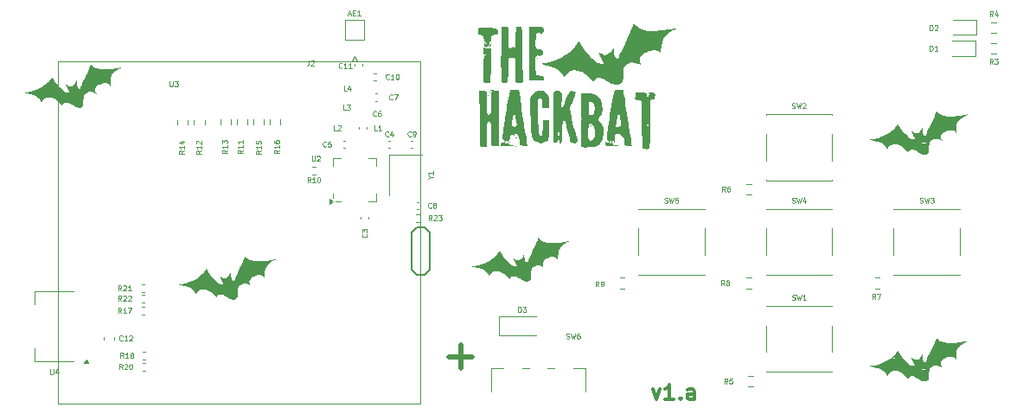
<source format=gbr>
%TF.GenerationSoftware,KiCad,Pcbnew,8.0.6-8.0.6-0~ubuntu22.04.1*%
%TF.CreationDate,2024-10-27T10:41:37+01:00*%
%TF.ProjectId,hackbat,6861636b-6261-4742-9e6b-696361645f70,rev?*%
%TF.SameCoordinates,Original*%
%TF.FileFunction,Legend,Top*%
%TF.FilePolarity,Positive*%
%FSLAX46Y46*%
G04 Gerber Fmt 4.6, Leading zero omitted, Abs format (unit mm)*
G04 Created by KiCad (PCBNEW 8.0.6-8.0.6-0~ubuntu22.04.1) date 2024-10-27 10:41:37*
%MOMM*%
%LPD*%
G01*
G04 APERTURE LIST*
%ADD10C,0.300000*%
%ADD11C,0.080000*%
%ADD12C,0.500000*%
%ADD13C,0.000000*%
%ADD14C,0.120000*%
%ADD15C,0.150000*%
%ADD16C,0.100000*%
G04 APERTURE END LIST*
D10*
X204211653Y-111200828D02*
X204568796Y-112200828D01*
X204568796Y-112200828D02*
X204925939Y-111200828D01*
X206283082Y-112200828D02*
X205425939Y-112200828D01*
X205854510Y-112200828D02*
X205854510Y-110700828D01*
X205854510Y-110700828D02*
X205711653Y-110915114D01*
X205711653Y-110915114D02*
X205568796Y-111057971D01*
X205568796Y-111057971D02*
X205425939Y-111129400D01*
X206925938Y-112057971D02*
X206997367Y-112129400D01*
X206997367Y-112129400D02*
X206925938Y-112200828D01*
X206925938Y-112200828D02*
X206854510Y-112129400D01*
X206854510Y-112129400D02*
X206925938Y-112057971D01*
X206925938Y-112057971D02*
X206925938Y-112200828D01*
X208283082Y-112200828D02*
X208283082Y-111415114D01*
X208283082Y-111415114D02*
X208211653Y-111272257D01*
X208211653Y-111272257D02*
X208068796Y-111200828D01*
X208068796Y-111200828D02*
X207783082Y-111200828D01*
X207783082Y-111200828D02*
X207640224Y-111272257D01*
X208283082Y-112129400D02*
X208140224Y-112200828D01*
X208140224Y-112200828D02*
X207783082Y-112200828D01*
X207783082Y-112200828D02*
X207640224Y-112129400D01*
X207640224Y-112129400D02*
X207568796Y-111986542D01*
X207568796Y-111986542D02*
X207568796Y-111843685D01*
X207568796Y-111843685D02*
X207640224Y-111700828D01*
X207640224Y-111700828D02*
X207783082Y-111629400D01*
X207783082Y-111629400D02*
X208140224Y-111629400D01*
X208140224Y-111629400D02*
X208283082Y-111557971D01*
D11*
X182578571Y-94627149D02*
X182411905Y-94389054D01*
X182292857Y-94627149D02*
X182292857Y-94127149D01*
X182292857Y-94127149D02*
X182483333Y-94127149D01*
X182483333Y-94127149D02*
X182530952Y-94150959D01*
X182530952Y-94150959D02*
X182554762Y-94174768D01*
X182554762Y-94174768D02*
X182578571Y-94222387D01*
X182578571Y-94222387D02*
X182578571Y-94293816D01*
X182578571Y-94293816D02*
X182554762Y-94341435D01*
X182554762Y-94341435D02*
X182530952Y-94365244D01*
X182530952Y-94365244D02*
X182483333Y-94389054D01*
X182483333Y-94389054D02*
X182292857Y-94389054D01*
X182769048Y-94174768D02*
X182792857Y-94150959D01*
X182792857Y-94150959D02*
X182840476Y-94127149D01*
X182840476Y-94127149D02*
X182959524Y-94127149D01*
X182959524Y-94127149D02*
X183007143Y-94150959D01*
X183007143Y-94150959D02*
X183030952Y-94174768D01*
X183030952Y-94174768D02*
X183054762Y-94222387D01*
X183054762Y-94222387D02*
X183054762Y-94270006D01*
X183054762Y-94270006D02*
X183030952Y-94341435D01*
X183030952Y-94341435D02*
X182745238Y-94627149D01*
X182745238Y-94627149D02*
X183054762Y-94627149D01*
X183221428Y-94127149D02*
X183530952Y-94127149D01*
X183530952Y-94127149D02*
X183364285Y-94317625D01*
X183364285Y-94317625D02*
X183435714Y-94317625D01*
X183435714Y-94317625D02*
X183483333Y-94341435D01*
X183483333Y-94341435D02*
X183507142Y-94365244D01*
X183507142Y-94365244D02*
X183530952Y-94412863D01*
X183530952Y-94412863D02*
X183530952Y-94531911D01*
X183530952Y-94531911D02*
X183507142Y-94579530D01*
X183507142Y-94579530D02*
X183483333Y-94603340D01*
X183483333Y-94603340D02*
X183435714Y-94627149D01*
X183435714Y-94627149D02*
X183292857Y-94627149D01*
X183292857Y-94627149D02*
X183245238Y-94603340D01*
X183245238Y-94603340D02*
X183221428Y-94579530D01*
X152178571Y-102527149D02*
X152011905Y-102289054D01*
X151892857Y-102527149D02*
X151892857Y-102027149D01*
X151892857Y-102027149D02*
X152083333Y-102027149D01*
X152083333Y-102027149D02*
X152130952Y-102050959D01*
X152130952Y-102050959D02*
X152154762Y-102074768D01*
X152154762Y-102074768D02*
X152178571Y-102122387D01*
X152178571Y-102122387D02*
X152178571Y-102193816D01*
X152178571Y-102193816D02*
X152154762Y-102241435D01*
X152154762Y-102241435D02*
X152130952Y-102265244D01*
X152130952Y-102265244D02*
X152083333Y-102289054D01*
X152083333Y-102289054D02*
X151892857Y-102289054D01*
X152369048Y-102074768D02*
X152392857Y-102050959D01*
X152392857Y-102050959D02*
X152440476Y-102027149D01*
X152440476Y-102027149D02*
X152559524Y-102027149D01*
X152559524Y-102027149D02*
X152607143Y-102050959D01*
X152607143Y-102050959D02*
X152630952Y-102074768D01*
X152630952Y-102074768D02*
X152654762Y-102122387D01*
X152654762Y-102122387D02*
X152654762Y-102170006D01*
X152654762Y-102170006D02*
X152630952Y-102241435D01*
X152630952Y-102241435D02*
X152345238Y-102527149D01*
X152345238Y-102527149D02*
X152654762Y-102527149D01*
X152845238Y-102074768D02*
X152869047Y-102050959D01*
X152869047Y-102050959D02*
X152916666Y-102027149D01*
X152916666Y-102027149D02*
X153035714Y-102027149D01*
X153035714Y-102027149D02*
X153083333Y-102050959D01*
X153083333Y-102050959D02*
X153107142Y-102074768D01*
X153107142Y-102074768D02*
X153130952Y-102122387D01*
X153130952Y-102122387D02*
X153130952Y-102170006D01*
X153130952Y-102170006D02*
X153107142Y-102241435D01*
X153107142Y-102241435D02*
X152821428Y-102527149D01*
X152821428Y-102527149D02*
X153130952Y-102527149D01*
X152178571Y-101527149D02*
X152011905Y-101289054D01*
X151892857Y-101527149D02*
X151892857Y-101027149D01*
X151892857Y-101027149D02*
X152083333Y-101027149D01*
X152083333Y-101027149D02*
X152130952Y-101050959D01*
X152130952Y-101050959D02*
X152154762Y-101074768D01*
X152154762Y-101074768D02*
X152178571Y-101122387D01*
X152178571Y-101122387D02*
X152178571Y-101193816D01*
X152178571Y-101193816D02*
X152154762Y-101241435D01*
X152154762Y-101241435D02*
X152130952Y-101265244D01*
X152130952Y-101265244D02*
X152083333Y-101289054D01*
X152083333Y-101289054D02*
X151892857Y-101289054D01*
X152369048Y-101074768D02*
X152392857Y-101050959D01*
X152392857Y-101050959D02*
X152440476Y-101027149D01*
X152440476Y-101027149D02*
X152559524Y-101027149D01*
X152559524Y-101027149D02*
X152607143Y-101050959D01*
X152607143Y-101050959D02*
X152630952Y-101074768D01*
X152630952Y-101074768D02*
X152654762Y-101122387D01*
X152654762Y-101122387D02*
X152654762Y-101170006D01*
X152654762Y-101170006D02*
X152630952Y-101241435D01*
X152630952Y-101241435D02*
X152345238Y-101527149D01*
X152345238Y-101527149D02*
X152654762Y-101527149D01*
X153130952Y-101527149D02*
X152845238Y-101527149D01*
X152988095Y-101527149D02*
X152988095Y-101027149D01*
X152988095Y-101027149D02*
X152940476Y-101098578D01*
X152940476Y-101098578D02*
X152892857Y-101146197D01*
X152892857Y-101146197D02*
X152845238Y-101170006D01*
X152278571Y-109227149D02*
X152111905Y-108989054D01*
X151992857Y-109227149D02*
X151992857Y-108727149D01*
X151992857Y-108727149D02*
X152183333Y-108727149D01*
X152183333Y-108727149D02*
X152230952Y-108750959D01*
X152230952Y-108750959D02*
X152254762Y-108774768D01*
X152254762Y-108774768D02*
X152278571Y-108822387D01*
X152278571Y-108822387D02*
X152278571Y-108893816D01*
X152278571Y-108893816D02*
X152254762Y-108941435D01*
X152254762Y-108941435D02*
X152230952Y-108965244D01*
X152230952Y-108965244D02*
X152183333Y-108989054D01*
X152183333Y-108989054D02*
X151992857Y-108989054D01*
X152469048Y-108774768D02*
X152492857Y-108750959D01*
X152492857Y-108750959D02*
X152540476Y-108727149D01*
X152540476Y-108727149D02*
X152659524Y-108727149D01*
X152659524Y-108727149D02*
X152707143Y-108750959D01*
X152707143Y-108750959D02*
X152730952Y-108774768D01*
X152730952Y-108774768D02*
X152754762Y-108822387D01*
X152754762Y-108822387D02*
X152754762Y-108870006D01*
X152754762Y-108870006D02*
X152730952Y-108941435D01*
X152730952Y-108941435D02*
X152445238Y-109227149D01*
X152445238Y-109227149D02*
X152754762Y-109227149D01*
X153064285Y-108727149D02*
X153111904Y-108727149D01*
X153111904Y-108727149D02*
X153159523Y-108750959D01*
X153159523Y-108750959D02*
X153183333Y-108774768D01*
X153183333Y-108774768D02*
X153207142Y-108822387D01*
X153207142Y-108822387D02*
X153230952Y-108917625D01*
X153230952Y-108917625D02*
X153230952Y-109036673D01*
X153230952Y-109036673D02*
X153207142Y-109131911D01*
X153207142Y-109131911D02*
X153183333Y-109179530D01*
X153183333Y-109179530D02*
X153159523Y-109203340D01*
X153159523Y-109203340D02*
X153111904Y-109227149D01*
X153111904Y-109227149D02*
X153064285Y-109227149D01*
X153064285Y-109227149D02*
X153016666Y-109203340D01*
X153016666Y-109203340D02*
X152992857Y-109179530D01*
X152992857Y-109179530D02*
X152969047Y-109131911D01*
X152969047Y-109131911D02*
X152945238Y-109036673D01*
X152945238Y-109036673D02*
X152945238Y-108917625D01*
X152945238Y-108917625D02*
X152969047Y-108822387D01*
X152969047Y-108822387D02*
X152992857Y-108774768D01*
X152992857Y-108774768D02*
X153016666Y-108750959D01*
X153016666Y-108750959D02*
X153064285Y-108727149D01*
X152378571Y-108127149D02*
X152211905Y-107889054D01*
X152092857Y-108127149D02*
X152092857Y-107627149D01*
X152092857Y-107627149D02*
X152283333Y-107627149D01*
X152283333Y-107627149D02*
X152330952Y-107650959D01*
X152330952Y-107650959D02*
X152354762Y-107674768D01*
X152354762Y-107674768D02*
X152378571Y-107722387D01*
X152378571Y-107722387D02*
X152378571Y-107793816D01*
X152378571Y-107793816D02*
X152354762Y-107841435D01*
X152354762Y-107841435D02*
X152330952Y-107865244D01*
X152330952Y-107865244D02*
X152283333Y-107889054D01*
X152283333Y-107889054D02*
X152092857Y-107889054D01*
X152854762Y-108127149D02*
X152569048Y-108127149D01*
X152711905Y-108127149D02*
X152711905Y-107627149D01*
X152711905Y-107627149D02*
X152664286Y-107698578D01*
X152664286Y-107698578D02*
X152616667Y-107746197D01*
X152616667Y-107746197D02*
X152569048Y-107770006D01*
X153140476Y-107841435D02*
X153092857Y-107817625D01*
X153092857Y-107817625D02*
X153069047Y-107793816D01*
X153069047Y-107793816D02*
X153045238Y-107746197D01*
X153045238Y-107746197D02*
X153045238Y-107722387D01*
X153045238Y-107722387D02*
X153069047Y-107674768D01*
X153069047Y-107674768D02*
X153092857Y-107650959D01*
X153092857Y-107650959D02*
X153140476Y-107627149D01*
X153140476Y-107627149D02*
X153235714Y-107627149D01*
X153235714Y-107627149D02*
X153283333Y-107650959D01*
X153283333Y-107650959D02*
X153307142Y-107674768D01*
X153307142Y-107674768D02*
X153330952Y-107722387D01*
X153330952Y-107722387D02*
X153330952Y-107746197D01*
X153330952Y-107746197D02*
X153307142Y-107793816D01*
X153307142Y-107793816D02*
X153283333Y-107817625D01*
X153283333Y-107817625D02*
X153235714Y-107841435D01*
X153235714Y-107841435D02*
X153140476Y-107841435D01*
X153140476Y-107841435D02*
X153092857Y-107865244D01*
X153092857Y-107865244D02*
X153069047Y-107889054D01*
X153069047Y-107889054D02*
X153045238Y-107936673D01*
X153045238Y-107936673D02*
X153045238Y-108031911D01*
X153045238Y-108031911D02*
X153069047Y-108079530D01*
X153069047Y-108079530D02*
X153092857Y-108103340D01*
X153092857Y-108103340D02*
X153140476Y-108127149D01*
X153140476Y-108127149D02*
X153235714Y-108127149D01*
X153235714Y-108127149D02*
X153283333Y-108103340D01*
X153283333Y-108103340D02*
X153307142Y-108079530D01*
X153307142Y-108079530D02*
X153330952Y-108031911D01*
X153330952Y-108031911D02*
X153330952Y-107936673D01*
X153330952Y-107936673D02*
X153307142Y-107889054D01*
X153307142Y-107889054D02*
X153283333Y-107865244D01*
X153283333Y-107865244D02*
X153235714Y-107841435D01*
X152178571Y-103727149D02*
X152011905Y-103489054D01*
X151892857Y-103727149D02*
X151892857Y-103227149D01*
X151892857Y-103227149D02*
X152083333Y-103227149D01*
X152083333Y-103227149D02*
X152130952Y-103250959D01*
X152130952Y-103250959D02*
X152154762Y-103274768D01*
X152154762Y-103274768D02*
X152178571Y-103322387D01*
X152178571Y-103322387D02*
X152178571Y-103393816D01*
X152178571Y-103393816D02*
X152154762Y-103441435D01*
X152154762Y-103441435D02*
X152130952Y-103465244D01*
X152130952Y-103465244D02*
X152083333Y-103489054D01*
X152083333Y-103489054D02*
X151892857Y-103489054D01*
X152654762Y-103727149D02*
X152369048Y-103727149D01*
X152511905Y-103727149D02*
X152511905Y-103227149D01*
X152511905Y-103227149D02*
X152464286Y-103298578D01*
X152464286Y-103298578D02*
X152416667Y-103346197D01*
X152416667Y-103346197D02*
X152369048Y-103370006D01*
X152821428Y-103227149D02*
X153154761Y-103227149D01*
X153154761Y-103227149D02*
X152940476Y-103727149D01*
X170819047Y-88327149D02*
X170819047Y-88731911D01*
X170819047Y-88731911D02*
X170842857Y-88779530D01*
X170842857Y-88779530D02*
X170866666Y-88803340D01*
X170866666Y-88803340D02*
X170914285Y-88827149D01*
X170914285Y-88827149D02*
X171009523Y-88827149D01*
X171009523Y-88827149D02*
X171057142Y-88803340D01*
X171057142Y-88803340D02*
X171080952Y-88779530D01*
X171080952Y-88779530D02*
X171104761Y-88731911D01*
X171104761Y-88731911D02*
X171104761Y-88327149D01*
X171319048Y-88374768D02*
X171342857Y-88350959D01*
X171342857Y-88350959D02*
X171390476Y-88327149D01*
X171390476Y-88327149D02*
X171509524Y-88327149D01*
X171509524Y-88327149D02*
X171557143Y-88350959D01*
X171557143Y-88350959D02*
X171580952Y-88374768D01*
X171580952Y-88374768D02*
X171604762Y-88422387D01*
X171604762Y-88422387D02*
X171604762Y-88470006D01*
X171604762Y-88470006D02*
X171580952Y-88541435D01*
X171580952Y-88541435D02*
X171295238Y-88827149D01*
X171295238Y-88827149D02*
X171604762Y-88827149D01*
X156919047Y-81027149D02*
X156919047Y-81431911D01*
X156919047Y-81431911D02*
X156942857Y-81479530D01*
X156942857Y-81479530D02*
X156966666Y-81503340D01*
X156966666Y-81503340D02*
X157014285Y-81527149D01*
X157014285Y-81527149D02*
X157109523Y-81527149D01*
X157109523Y-81527149D02*
X157157142Y-81503340D01*
X157157142Y-81503340D02*
X157180952Y-81479530D01*
X157180952Y-81479530D02*
X157204761Y-81431911D01*
X157204761Y-81431911D02*
X157204761Y-81027149D01*
X157395238Y-81027149D02*
X157704762Y-81027149D01*
X157704762Y-81027149D02*
X157538095Y-81217625D01*
X157538095Y-81217625D02*
X157609524Y-81217625D01*
X157609524Y-81217625D02*
X157657143Y-81241435D01*
X157657143Y-81241435D02*
X157680952Y-81265244D01*
X157680952Y-81265244D02*
X157704762Y-81312863D01*
X157704762Y-81312863D02*
X157704762Y-81431911D01*
X157704762Y-81431911D02*
X157680952Y-81479530D01*
X157680952Y-81479530D02*
X157657143Y-81503340D01*
X157657143Y-81503340D02*
X157609524Y-81527149D01*
X157609524Y-81527149D02*
X157466667Y-81527149D01*
X157466667Y-81527149D02*
X157419048Y-81503340D01*
X157419048Y-81503340D02*
X157395238Y-81479530D01*
X182439054Y-90438094D02*
X182677149Y-90438094D01*
X182177149Y-90604760D02*
X182439054Y-90438094D01*
X182439054Y-90438094D02*
X182177149Y-90271427D01*
X182677149Y-89842856D02*
X182677149Y-90128570D01*
X182677149Y-89985713D02*
X182177149Y-89985713D01*
X182177149Y-89985713D02*
X182248578Y-90033332D01*
X182248578Y-90033332D02*
X182296197Y-90080951D01*
X182296197Y-90080951D02*
X182320006Y-90128570D01*
X178316666Y-86379530D02*
X178292857Y-86403340D01*
X178292857Y-86403340D02*
X178221428Y-86427149D01*
X178221428Y-86427149D02*
X178173809Y-86427149D01*
X178173809Y-86427149D02*
X178102381Y-86403340D01*
X178102381Y-86403340D02*
X178054762Y-86355720D01*
X178054762Y-86355720D02*
X178030952Y-86308101D01*
X178030952Y-86308101D02*
X178007143Y-86212863D01*
X178007143Y-86212863D02*
X178007143Y-86141435D01*
X178007143Y-86141435D02*
X178030952Y-86046197D01*
X178030952Y-86046197D02*
X178054762Y-85998578D01*
X178054762Y-85998578D02*
X178102381Y-85950959D01*
X178102381Y-85950959D02*
X178173809Y-85927149D01*
X178173809Y-85927149D02*
X178221428Y-85927149D01*
X178221428Y-85927149D02*
X178292857Y-85950959D01*
X178292857Y-85950959D02*
X178316666Y-85974768D01*
X178745238Y-86093816D02*
X178745238Y-86427149D01*
X178626190Y-85903340D02*
X178507143Y-86260482D01*
X178507143Y-86260482D02*
X178816666Y-86260482D01*
X177216666Y-85827149D02*
X176978571Y-85827149D01*
X176978571Y-85827149D02*
X176978571Y-85327149D01*
X177645238Y-85827149D02*
X177359524Y-85827149D01*
X177502381Y-85827149D02*
X177502381Y-85327149D01*
X177502381Y-85327149D02*
X177454762Y-85398578D01*
X177454762Y-85398578D02*
X177407143Y-85446197D01*
X177407143Y-85446197D02*
X177359524Y-85470006D01*
X211216666Y-101027149D02*
X211050000Y-100789054D01*
X210930952Y-101027149D02*
X210930952Y-100527149D01*
X210930952Y-100527149D02*
X211121428Y-100527149D01*
X211121428Y-100527149D02*
X211169047Y-100550959D01*
X211169047Y-100550959D02*
X211192857Y-100574768D01*
X211192857Y-100574768D02*
X211216666Y-100622387D01*
X211216666Y-100622387D02*
X211216666Y-100693816D01*
X211216666Y-100693816D02*
X211192857Y-100741435D01*
X211192857Y-100741435D02*
X211169047Y-100765244D01*
X211169047Y-100765244D02*
X211121428Y-100789054D01*
X211121428Y-100789054D02*
X210930952Y-100789054D01*
X211502381Y-100741435D02*
X211454762Y-100717625D01*
X211454762Y-100717625D02*
X211430952Y-100693816D01*
X211430952Y-100693816D02*
X211407143Y-100646197D01*
X211407143Y-100646197D02*
X211407143Y-100622387D01*
X211407143Y-100622387D02*
X211430952Y-100574768D01*
X211430952Y-100574768D02*
X211454762Y-100550959D01*
X211454762Y-100550959D02*
X211502381Y-100527149D01*
X211502381Y-100527149D02*
X211597619Y-100527149D01*
X211597619Y-100527149D02*
X211645238Y-100550959D01*
X211645238Y-100550959D02*
X211669047Y-100574768D01*
X211669047Y-100574768D02*
X211692857Y-100622387D01*
X211692857Y-100622387D02*
X211692857Y-100646197D01*
X211692857Y-100646197D02*
X211669047Y-100693816D01*
X211669047Y-100693816D02*
X211645238Y-100717625D01*
X211645238Y-100717625D02*
X211597619Y-100741435D01*
X211597619Y-100741435D02*
X211502381Y-100741435D01*
X211502381Y-100741435D02*
X211454762Y-100765244D01*
X211454762Y-100765244D02*
X211430952Y-100789054D01*
X211430952Y-100789054D02*
X211407143Y-100836673D01*
X211407143Y-100836673D02*
X211407143Y-100931911D01*
X211407143Y-100931911D02*
X211430952Y-100979530D01*
X211430952Y-100979530D02*
X211454762Y-101003340D01*
X211454762Y-101003340D02*
X211502381Y-101027149D01*
X211502381Y-101027149D02*
X211597619Y-101027149D01*
X211597619Y-101027149D02*
X211645238Y-101003340D01*
X211645238Y-101003340D02*
X211669047Y-100979530D01*
X211669047Y-100979530D02*
X211692857Y-100931911D01*
X211692857Y-100931911D02*
X211692857Y-100836673D01*
X211692857Y-100836673D02*
X211669047Y-100789054D01*
X211669047Y-100789054D02*
X211645238Y-100765244D01*
X211645238Y-100765244D02*
X211597619Y-100741435D01*
X178716666Y-82779530D02*
X178692857Y-82803340D01*
X178692857Y-82803340D02*
X178621428Y-82827149D01*
X178621428Y-82827149D02*
X178573809Y-82827149D01*
X178573809Y-82827149D02*
X178502381Y-82803340D01*
X178502381Y-82803340D02*
X178454762Y-82755720D01*
X178454762Y-82755720D02*
X178430952Y-82708101D01*
X178430952Y-82708101D02*
X178407143Y-82612863D01*
X178407143Y-82612863D02*
X178407143Y-82541435D01*
X178407143Y-82541435D02*
X178430952Y-82446197D01*
X178430952Y-82446197D02*
X178454762Y-82398578D01*
X178454762Y-82398578D02*
X178502381Y-82350959D01*
X178502381Y-82350959D02*
X178573809Y-82327149D01*
X178573809Y-82327149D02*
X178621428Y-82327149D01*
X178621428Y-82327149D02*
X178692857Y-82350959D01*
X178692857Y-82350959D02*
X178716666Y-82374768D01*
X178883333Y-82327149D02*
X179216666Y-82327149D01*
X179216666Y-82327149D02*
X179002381Y-82827149D01*
X165827149Y-87821428D02*
X165589054Y-87988094D01*
X165827149Y-88107142D02*
X165327149Y-88107142D01*
X165327149Y-88107142D02*
X165327149Y-87916666D01*
X165327149Y-87916666D02*
X165350959Y-87869047D01*
X165350959Y-87869047D02*
X165374768Y-87845237D01*
X165374768Y-87845237D02*
X165422387Y-87821428D01*
X165422387Y-87821428D02*
X165493816Y-87821428D01*
X165493816Y-87821428D02*
X165541435Y-87845237D01*
X165541435Y-87845237D02*
X165565244Y-87869047D01*
X165565244Y-87869047D02*
X165589054Y-87916666D01*
X165589054Y-87916666D02*
X165589054Y-88107142D01*
X165827149Y-87345237D02*
X165827149Y-87630951D01*
X165827149Y-87488094D02*
X165327149Y-87488094D01*
X165327149Y-87488094D02*
X165398578Y-87535713D01*
X165398578Y-87535713D02*
X165446197Y-87583332D01*
X165446197Y-87583332D02*
X165470006Y-87630951D01*
X165327149Y-86892857D02*
X165327149Y-87130952D01*
X165327149Y-87130952D02*
X165565244Y-87154761D01*
X165565244Y-87154761D02*
X165541435Y-87130952D01*
X165541435Y-87130952D02*
X165517625Y-87083333D01*
X165517625Y-87083333D02*
X165517625Y-86964285D01*
X165517625Y-86964285D02*
X165541435Y-86916666D01*
X165541435Y-86916666D02*
X165565244Y-86892857D01*
X165565244Y-86892857D02*
X165612863Y-86869047D01*
X165612863Y-86869047D02*
X165731911Y-86869047D01*
X165731911Y-86869047D02*
X165779530Y-86892857D01*
X165779530Y-86892857D02*
X165803340Y-86916666D01*
X165803340Y-86916666D02*
X165827149Y-86964285D01*
X165827149Y-86964285D02*
X165827149Y-87083333D01*
X165827149Y-87083333D02*
X165803340Y-87130952D01*
X165803340Y-87130952D02*
X165779530Y-87154761D01*
X170678571Y-90927149D02*
X170511905Y-90689054D01*
X170392857Y-90927149D02*
X170392857Y-90427149D01*
X170392857Y-90427149D02*
X170583333Y-90427149D01*
X170583333Y-90427149D02*
X170630952Y-90450959D01*
X170630952Y-90450959D02*
X170654762Y-90474768D01*
X170654762Y-90474768D02*
X170678571Y-90522387D01*
X170678571Y-90522387D02*
X170678571Y-90593816D01*
X170678571Y-90593816D02*
X170654762Y-90641435D01*
X170654762Y-90641435D02*
X170630952Y-90665244D01*
X170630952Y-90665244D02*
X170583333Y-90689054D01*
X170583333Y-90689054D02*
X170392857Y-90689054D01*
X171154762Y-90927149D02*
X170869048Y-90927149D01*
X171011905Y-90927149D02*
X171011905Y-90427149D01*
X171011905Y-90427149D02*
X170964286Y-90498578D01*
X170964286Y-90498578D02*
X170916667Y-90546197D01*
X170916667Y-90546197D02*
X170869048Y-90570006D01*
X171464285Y-90427149D02*
X171511904Y-90427149D01*
X171511904Y-90427149D02*
X171559523Y-90450959D01*
X171559523Y-90450959D02*
X171583333Y-90474768D01*
X171583333Y-90474768D02*
X171607142Y-90522387D01*
X171607142Y-90522387D02*
X171630952Y-90617625D01*
X171630952Y-90617625D02*
X171630952Y-90736673D01*
X171630952Y-90736673D02*
X171607142Y-90831911D01*
X171607142Y-90831911D02*
X171583333Y-90879530D01*
X171583333Y-90879530D02*
X171559523Y-90903340D01*
X171559523Y-90903340D02*
X171511904Y-90927149D01*
X171511904Y-90927149D02*
X171464285Y-90927149D01*
X171464285Y-90927149D02*
X171416666Y-90903340D01*
X171416666Y-90903340D02*
X171392857Y-90879530D01*
X171392857Y-90879530D02*
X171369047Y-90831911D01*
X171369047Y-90831911D02*
X171345238Y-90736673D01*
X171345238Y-90736673D02*
X171345238Y-90617625D01*
X171345238Y-90617625D02*
X171369047Y-90522387D01*
X171369047Y-90522387D02*
X171392857Y-90474768D01*
X171392857Y-90474768D02*
X171416666Y-90450959D01*
X171416666Y-90450959D02*
X171464285Y-90427149D01*
X159993149Y-87821428D02*
X159755054Y-87988094D01*
X159993149Y-88107142D02*
X159493149Y-88107142D01*
X159493149Y-88107142D02*
X159493149Y-87916666D01*
X159493149Y-87916666D02*
X159516959Y-87869047D01*
X159516959Y-87869047D02*
X159540768Y-87845237D01*
X159540768Y-87845237D02*
X159588387Y-87821428D01*
X159588387Y-87821428D02*
X159659816Y-87821428D01*
X159659816Y-87821428D02*
X159707435Y-87845237D01*
X159707435Y-87845237D02*
X159731244Y-87869047D01*
X159731244Y-87869047D02*
X159755054Y-87916666D01*
X159755054Y-87916666D02*
X159755054Y-88107142D01*
X159993149Y-87345237D02*
X159993149Y-87630951D01*
X159993149Y-87488094D02*
X159493149Y-87488094D01*
X159493149Y-87488094D02*
X159564578Y-87535713D01*
X159564578Y-87535713D02*
X159612197Y-87583332D01*
X159612197Y-87583332D02*
X159636006Y-87630951D01*
X159540768Y-87154761D02*
X159516959Y-87130952D01*
X159516959Y-87130952D02*
X159493149Y-87083333D01*
X159493149Y-87083333D02*
X159493149Y-86964285D01*
X159493149Y-86964285D02*
X159516959Y-86916666D01*
X159516959Y-86916666D02*
X159540768Y-86892857D01*
X159540768Y-86892857D02*
X159588387Y-86869047D01*
X159588387Y-86869047D02*
X159636006Y-86869047D01*
X159636006Y-86869047D02*
X159707435Y-86892857D01*
X159707435Y-86892857D02*
X159993149Y-87178571D01*
X159993149Y-87178571D02*
X159993149Y-86869047D01*
X217833334Y-83653340D02*
X217904762Y-83677149D01*
X217904762Y-83677149D02*
X218023810Y-83677149D01*
X218023810Y-83677149D02*
X218071429Y-83653340D01*
X218071429Y-83653340D02*
X218095238Y-83629530D01*
X218095238Y-83629530D02*
X218119048Y-83581911D01*
X218119048Y-83581911D02*
X218119048Y-83534292D01*
X218119048Y-83534292D02*
X218095238Y-83486673D01*
X218095238Y-83486673D02*
X218071429Y-83462863D01*
X218071429Y-83462863D02*
X218023810Y-83439054D01*
X218023810Y-83439054D02*
X217928572Y-83415244D01*
X217928572Y-83415244D02*
X217880953Y-83391435D01*
X217880953Y-83391435D02*
X217857143Y-83367625D01*
X217857143Y-83367625D02*
X217833334Y-83320006D01*
X217833334Y-83320006D02*
X217833334Y-83272387D01*
X217833334Y-83272387D02*
X217857143Y-83224768D01*
X217857143Y-83224768D02*
X217880953Y-83200959D01*
X217880953Y-83200959D02*
X217928572Y-83177149D01*
X217928572Y-83177149D02*
X218047619Y-83177149D01*
X218047619Y-83177149D02*
X218119048Y-83200959D01*
X218285714Y-83177149D02*
X218404762Y-83677149D01*
X218404762Y-83677149D02*
X218500000Y-83320006D01*
X218500000Y-83320006D02*
X218595238Y-83677149D01*
X218595238Y-83677149D02*
X218714286Y-83177149D01*
X218880953Y-83224768D02*
X218904762Y-83200959D01*
X218904762Y-83200959D02*
X218952381Y-83177149D01*
X218952381Y-83177149D02*
X219071429Y-83177149D01*
X219071429Y-83177149D02*
X219119048Y-83200959D01*
X219119048Y-83200959D02*
X219142857Y-83224768D01*
X219142857Y-83224768D02*
X219166667Y-83272387D01*
X219166667Y-83272387D02*
X219166667Y-83320006D01*
X219166667Y-83320006D02*
X219142857Y-83391435D01*
X219142857Y-83391435D02*
X218857143Y-83677149D01*
X218857143Y-83677149D02*
X219166667Y-83677149D01*
X237479166Y-79327149D02*
X237312500Y-79089054D01*
X237193452Y-79327149D02*
X237193452Y-78827149D01*
X237193452Y-78827149D02*
X237383928Y-78827149D01*
X237383928Y-78827149D02*
X237431547Y-78850959D01*
X237431547Y-78850959D02*
X237455357Y-78874768D01*
X237455357Y-78874768D02*
X237479166Y-78922387D01*
X237479166Y-78922387D02*
X237479166Y-78993816D01*
X237479166Y-78993816D02*
X237455357Y-79041435D01*
X237455357Y-79041435D02*
X237431547Y-79065244D01*
X237431547Y-79065244D02*
X237383928Y-79089054D01*
X237383928Y-79089054D02*
X237193452Y-79089054D01*
X237645833Y-78827149D02*
X237955357Y-78827149D01*
X237955357Y-78827149D02*
X237788690Y-79017625D01*
X237788690Y-79017625D02*
X237860119Y-79017625D01*
X237860119Y-79017625D02*
X237907738Y-79041435D01*
X237907738Y-79041435D02*
X237931547Y-79065244D01*
X237931547Y-79065244D02*
X237955357Y-79112863D01*
X237955357Y-79112863D02*
X237955357Y-79231911D01*
X237955357Y-79231911D02*
X237931547Y-79279530D01*
X237931547Y-79279530D02*
X237907738Y-79303340D01*
X237907738Y-79303340D02*
X237860119Y-79327149D01*
X237860119Y-79327149D02*
X237717262Y-79327149D01*
X237717262Y-79327149D02*
X237669643Y-79303340D01*
X237669643Y-79303340D02*
X237645833Y-79279530D01*
X173216666Y-85827149D02*
X172978571Y-85827149D01*
X172978571Y-85827149D02*
X172978571Y-85327149D01*
X173359524Y-85374768D02*
X173383333Y-85350959D01*
X173383333Y-85350959D02*
X173430952Y-85327149D01*
X173430952Y-85327149D02*
X173550000Y-85327149D01*
X173550000Y-85327149D02*
X173597619Y-85350959D01*
X173597619Y-85350959D02*
X173621428Y-85374768D01*
X173621428Y-85374768D02*
X173645238Y-85422387D01*
X173645238Y-85422387D02*
X173645238Y-85470006D01*
X173645238Y-85470006D02*
X173621428Y-85541435D01*
X173621428Y-85541435D02*
X173335714Y-85827149D01*
X173335714Y-85827149D02*
X173645238Y-85827149D01*
X226016666Y-102327149D02*
X225850000Y-102089054D01*
X225730952Y-102327149D02*
X225730952Y-101827149D01*
X225730952Y-101827149D02*
X225921428Y-101827149D01*
X225921428Y-101827149D02*
X225969047Y-101850959D01*
X225969047Y-101850959D02*
X225992857Y-101874768D01*
X225992857Y-101874768D02*
X226016666Y-101922387D01*
X226016666Y-101922387D02*
X226016666Y-101993816D01*
X226016666Y-101993816D02*
X225992857Y-102041435D01*
X225992857Y-102041435D02*
X225969047Y-102065244D01*
X225969047Y-102065244D02*
X225921428Y-102089054D01*
X225921428Y-102089054D02*
X225730952Y-102089054D01*
X226183333Y-101827149D02*
X226516666Y-101827149D01*
X226516666Y-101827149D02*
X226302381Y-102327149D01*
X176179530Y-95983333D02*
X176203340Y-96007142D01*
X176203340Y-96007142D02*
X176227149Y-96078571D01*
X176227149Y-96078571D02*
X176227149Y-96126190D01*
X176227149Y-96126190D02*
X176203340Y-96197618D01*
X176203340Y-96197618D02*
X176155720Y-96245237D01*
X176155720Y-96245237D02*
X176108101Y-96269047D01*
X176108101Y-96269047D02*
X176012863Y-96292856D01*
X176012863Y-96292856D02*
X175941435Y-96292856D01*
X175941435Y-96292856D02*
X175846197Y-96269047D01*
X175846197Y-96269047D02*
X175798578Y-96245237D01*
X175798578Y-96245237D02*
X175750959Y-96197618D01*
X175750959Y-96197618D02*
X175727149Y-96126190D01*
X175727149Y-96126190D02*
X175727149Y-96078571D01*
X175727149Y-96078571D02*
X175750959Y-96007142D01*
X175750959Y-96007142D02*
X175774768Y-95983333D01*
X175727149Y-95816666D02*
X175727149Y-95507142D01*
X175727149Y-95507142D02*
X175917625Y-95673809D01*
X175917625Y-95673809D02*
X175917625Y-95602380D01*
X175917625Y-95602380D02*
X175941435Y-95554761D01*
X175941435Y-95554761D02*
X175965244Y-95530952D01*
X175965244Y-95530952D02*
X176012863Y-95507142D01*
X176012863Y-95507142D02*
X176131911Y-95507142D01*
X176131911Y-95507142D02*
X176179530Y-95530952D01*
X176179530Y-95530952D02*
X176203340Y-95554761D01*
X176203340Y-95554761D02*
X176227149Y-95602380D01*
X176227149Y-95602380D02*
X176227149Y-95745237D01*
X176227149Y-95745237D02*
X176203340Y-95792856D01*
X176203340Y-95792856D02*
X176179530Y-95816666D01*
X237516666Y-74627149D02*
X237350000Y-74389054D01*
X237230952Y-74627149D02*
X237230952Y-74127149D01*
X237230952Y-74127149D02*
X237421428Y-74127149D01*
X237421428Y-74127149D02*
X237469047Y-74150959D01*
X237469047Y-74150959D02*
X237492857Y-74174768D01*
X237492857Y-74174768D02*
X237516666Y-74222387D01*
X237516666Y-74222387D02*
X237516666Y-74293816D01*
X237516666Y-74293816D02*
X237492857Y-74341435D01*
X237492857Y-74341435D02*
X237469047Y-74365244D01*
X237469047Y-74365244D02*
X237421428Y-74389054D01*
X237421428Y-74389054D02*
X237230952Y-74389054D01*
X237945238Y-74293816D02*
X237945238Y-74627149D01*
X237826190Y-74103340D02*
X237707143Y-74460482D01*
X237707143Y-74460482D02*
X238016666Y-74460482D01*
X177116666Y-84379530D02*
X177092857Y-84403340D01*
X177092857Y-84403340D02*
X177021428Y-84427149D01*
X177021428Y-84427149D02*
X176973809Y-84427149D01*
X176973809Y-84427149D02*
X176902381Y-84403340D01*
X176902381Y-84403340D02*
X176854762Y-84355720D01*
X176854762Y-84355720D02*
X176830952Y-84308101D01*
X176830952Y-84308101D02*
X176807143Y-84212863D01*
X176807143Y-84212863D02*
X176807143Y-84141435D01*
X176807143Y-84141435D02*
X176830952Y-84046197D01*
X176830952Y-84046197D02*
X176854762Y-83998578D01*
X176854762Y-83998578D02*
X176902381Y-83950959D01*
X176902381Y-83950959D02*
X176973809Y-83927149D01*
X176973809Y-83927149D02*
X177021428Y-83927149D01*
X177021428Y-83927149D02*
X177092857Y-83950959D01*
X177092857Y-83950959D02*
X177116666Y-83974768D01*
X177545238Y-83927149D02*
X177450000Y-83927149D01*
X177450000Y-83927149D02*
X177402381Y-83950959D01*
X177402381Y-83950959D02*
X177378571Y-83974768D01*
X177378571Y-83974768D02*
X177330952Y-84046197D01*
X177330952Y-84046197D02*
X177307143Y-84141435D01*
X177307143Y-84141435D02*
X177307143Y-84331911D01*
X177307143Y-84331911D02*
X177330952Y-84379530D01*
X177330952Y-84379530D02*
X177354762Y-84403340D01*
X177354762Y-84403340D02*
X177402381Y-84427149D01*
X177402381Y-84427149D02*
X177497619Y-84427149D01*
X177497619Y-84427149D02*
X177545238Y-84403340D01*
X177545238Y-84403340D02*
X177569047Y-84379530D01*
X177569047Y-84379530D02*
X177592857Y-84331911D01*
X177592857Y-84331911D02*
X177592857Y-84212863D01*
X177592857Y-84212863D02*
X177569047Y-84165244D01*
X177569047Y-84165244D02*
X177545238Y-84141435D01*
X177545238Y-84141435D02*
X177497619Y-84117625D01*
X177497619Y-84117625D02*
X177402381Y-84117625D01*
X177402381Y-84117625D02*
X177354762Y-84141435D01*
X177354762Y-84141435D02*
X177330952Y-84165244D01*
X177330952Y-84165244D02*
X177307143Y-84212863D01*
X164057149Y-87759428D02*
X163819054Y-87926094D01*
X164057149Y-88045142D02*
X163557149Y-88045142D01*
X163557149Y-88045142D02*
X163557149Y-87854666D01*
X163557149Y-87854666D02*
X163580959Y-87807047D01*
X163580959Y-87807047D02*
X163604768Y-87783237D01*
X163604768Y-87783237D02*
X163652387Y-87759428D01*
X163652387Y-87759428D02*
X163723816Y-87759428D01*
X163723816Y-87759428D02*
X163771435Y-87783237D01*
X163771435Y-87783237D02*
X163795244Y-87807047D01*
X163795244Y-87807047D02*
X163819054Y-87854666D01*
X163819054Y-87854666D02*
X163819054Y-88045142D01*
X164057149Y-87283237D02*
X164057149Y-87568951D01*
X164057149Y-87426094D02*
X163557149Y-87426094D01*
X163557149Y-87426094D02*
X163628578Y-87473713D01*
X163628578Y-87473713D02*
X163676197Y-87521332D01*
X163676197Y-87521332D02*
X163700006Y-87568951D01*
X164057149Y-86807047D02*
X164057149Y-87092761D01*
X164057149Y-86949904D02*
X163557149Y-86949904D01*
X163557149Y-86949904D02*
X163628578Y-86997523D01*
X163628578Y-86997523D02*
X163676197Y-87045142D01*
X163676197Y-87045142D02*
X163700006Y-87092761D01*
X167613149Y-87759428D02*
X167375054Y-87926094D01*
X167613149Y-88045142D02*
X167113149Y-88045142D01*
X167113149Y-88045142D02*
X167113149Y-87854666D01*
X167113149Y-87854666D02*
X167136959Y-87807047D01*
X167136959Y-87807047D02*
X167160768Y-87783237D01*
X167160768Y-87783237D02*
X167208387Y-87759428D01*
X167208387Y-87759428D02*
X167279816Y-87759428D01*
X167279816Y-87759428D02*
X167327435Y-87783237D01*
X167327435Y-87783237D02*
X167351244Y-87807047D01*
X167351244Y-87807047D02*
X167375054Y-87854666D01*
X167375054Y-87854666D02*
X167375054Y-88045142D01*
X167613149Y-87283237D02*
X167613149Y-87568951D01*
X167613149Y-87426094D02*
X167113149Y-87426094D01*
X167113149Y-87426094D02*
X167184578Y-87473713D01*
X167184578Y-87473713D02*
X167232197Y-87521332D01*
X167232197Y-87521332D02*
X167256006Y-87568951D01*
X167113149Y-86854666D02*
X167113149Y-86949904D01*
X167113149Y-86949904D02*
X167136959Y-86997523D01*
X167136959Y-86997523D02*
X167160768Y-87021333D01*
X167160768Y-87021333D02*
X167232197Y-87068952D01*
X167232197Y-87068952D02*
X167327435Y-87092761D01*
X167327435Y-87092761D02*
X167517911Y-87092761D01*
X167517911Y-87092761D02*
X167565530Y-87068952D01*
X167565530Y-87068952D02*
X167589340Y-87045142D01*
X167589340Y-87045142D02*
X167613149Y-86997523D01*
X167613149Y-86997523D02*
X167613149Y-86902285D01*
X167613149Y-86902285D02*
X167589340Y-86854666D01*
X167589340Y-86854666D02*
X167565530Y-86830857D01*
X167565530Y-86830857D02*
X167517911Y-86807047D01*
X167517911Y-86807047D02*
X167398863Y-86807047D01*
X167398863Y-86807047D02*
X167351244Y-86830857D01*
X167351244Y-86830857D02*
X167327435Y-86854666D01*
X167327435Y-86854666D02*
X167303625Y-86902285D01*
X167303625Y-86902285D02*
X167303625Y-86997523D01*
X167303625Y-86997523D02*
X167327435Y-87045142D01*
X167327435Y-87045142D02*
X167351244Y-87068952D01*
X167351244Y-87068952D02*
X167398863Y-87092761D01*
X180516666Y-86379530D02*
X180492857Y-86403340D01*
X180492857Y-86403340D02*
X180421428Y-86427149D01*
X180421428Y-86427149D02*
X180373809Y-86427149D01*
X180373809Y-86427149D02*
X180302381Y-86403340D01*
X180302381Y-86403340D02*
X180254762Y-86355720D01*
X180254762Y-86355720D02*
X180230952Y-86308101D01*
X180230952Y-86308101D02*
X180207143Y-86212863D01*
X180207143Y-86212863D02*
X180207143Y-86141435D01*
X180207143Y-86141435D02*
X180230952Y-86046197D01*
X180230952Y-86046197D02*
X180254762Y-85998578D01*
X180254762Y-85998578D02*
X180302381Y-85950959D01*
X180302381Y-85950959D02*
X180373809Y-85927149D01*
X180373809Y-85927149D02*
X180421428Y-85927149D01*
X180421428Y-85927149D02*
X180492857Y-85950959D01*
X180492857Y-85950959D02*
X180516666Y-85974768D01*
X180754762Y-86427149D02*
X180850000Y-86427149D01*
X180850000Y-86427149D02*
X180897619Y-86403340D01*
X180897619Y-86403340D02*
X180921428Y-86379530D01*
X180921428Y-86379530D02*
X180969047Y-86308101D01*
X180969047Y-86308101D02*
X180992857Y-86212863D01*
X180992857Y-86212863D02*
X180992857Y-86022387D01*
X180992857Y-86022387D02*
X180969047Y-85974768D01*
X180969047Y-85974768D02*
X180945238Y-85950959D01*
X180945238Y-85950959D02*
X180897619Y-85927149D01*
X180897619Y-85927149D02*
X180802381Y-85927149D01*
X180802381Y-85927149D02*
X180754762Y-85950959D01*
X180754762Y-85950959D02*
X180730952Y-85974768D01*
X180730952Y-85974768D02*
X180707143Y-86022387D01*
X180707143Y-86022387D02*
X180707143Y-86141435D01*
X180707143Y-86141435D02*
X180730952Y-86189054D01*
X180730952Y-86189054D02*
X180754762Y-86212863D01*
X180754762Y-86212863D02*
X180802381Y-86236673D01*
X180802381Y-86236673D02*
X180897619Y-86236673D01*
X180897619Y-86236673D02*
X180945238Y-86212863D01*
X180945238Y-86212863D02*
X180969047Y-86189054D01*
X180969047Y-86189054D02*
X180992857Y-86141435D01*
X162533149Y-87759428D02*
X162295054Y-87926094D01*
X162533149Y-88045142D02*
X162033149Y-88045142D01*
X162033149Y-88045142D02*
X162033149Y-87854666D01*
X162033149Y-87854666D02*
X162056959Y-87807047D01*
X162056959Y-87807047D02*
X162080768Y-87783237D01*
X162080768Y-87783237D02*
X162128387Y-87759428D01*
X162128387Y-87759428D02*
X162199816Y-87759428D01*
X162199816Y-87759428D02*
X162247435Y-87783237D01*
X162247435Y-87783237D02*
X162271244Y-87807047D01*
X162271244Y-87807047D02*
X162295054Y-87854666D01*
X162295054Y-87854666D02*
X162295054Y-88045142D01*
X162533149Y-87283237D02*
X162533149Y-87568951D01*
X162533149Y-87426094D02*
X162033149Y-87426094D01*
X162033149Y-87426094D02*
X162104578Y-87473713D01*
X162104578Y-87473713D02*
X162152197Y-87521332D01*
X162152197Y-87521332D02*
X162176006Y-87568951D01*
X162033149Y-87116571D02*
X162033149Y-86807047D01*
X162033149Y-86807047D02*
X162223625Y-86973714D01*
X162223625Y-86973714D02*
X162223625Y-86902285D01*
X162223625Y-86902285D02*
X162247435Y-86854666D01*
X162247435Y-86854666D02*
X162271244Y-86830857D01*
X162271244Y-86830857D02*
X162318863Y-86807047D01*
X162318863Y-86807047D02*
X162437911Y-86807047D01*
X162437911Y-86807047D02*
X162485530Y-86830857D01*
X162485530Y-86830857D02*
X162509340Y-86854666D01*
X162509340Y-86854666D02*
X162533149Y-86902285D01*
X162533149Y-86902285D02*
X162533149Y-87045142D01*
X162533149Y-87045142D02*
X162509340Y-87092761D01*
X162509340Y-87092761D02*
X162485530Y-87116571D01*
X145219047Y-109227149D02*
X145219047Y-109631911D01*
X145219047Y-109631911D02*
X145242857Y-109679530D01*
X145242857Y-109679530D02*
X145266666Y-109703340D01*
X145266666Y-109703340D02*
X145314285Y-109727149D01*
X145314285Y-109727149D02*
X145409523Y-109727149D01*
X145409523Y-109727149D02*
X145457142Y-109703340D01*
X145457142Y-109703340D02*
X145480952Y-109679530D01*
X145480952Y-109679530D02*
X145504761Y-109631911D01*
X145504761Y-109631911D02*
X145504761Y-109227149D01*
X145957143Y-109393816D02*
X145957143Y-109727149D01*
X145838095Y-109203340D02*
X145719048Y-109560482D01*
X145719048Y-109560482D02*
X146028571Y-109560482D01*
X170521333Y-78975149D02*
X170521333Y-79332292D01*
X170521333Y-79332292D02*
X170497524Y-79403720D01*
X170497524Y-79403720D02*
X170449905Y-79451340D01*
X170449905Y-79451340D02*
X170378476Y-79475149D01*
X170378476Y-79475149D02*
X170330857Y-79475149D01*
X170735619Y-79022768D02*
X170759428Y-78998959D01*
X170759428Y-78998959D02*
X170807047Y-78975149D01*
X170807047Y-78975149D02*
X170926095Y-78975149D01*
X170926095Y-78975149D02*
X170973714Y-78998959D01*
X170973714Y-78998959D02*
X170997523Y-79022768D01*
X170997523Y-79022768D02*
X171021333Y-79070387D01*
X171021333Y-79070387D02*
X171021333Y-79118006D01*
X171021333Y-79118006D02*
X170997523Y-79189435D01*
X170997523Y-79189435D02*
X170711809Y-79475149D01*
X170711809Y-79475149D02*
X171021333Y-79475149D01*
X211316666Y-91827149D02*
X211150000Y-91589054D01*
X211030952Y-91827149D02*
X211030952Y-91327149D01*
X211030952Y-91327149D02*
X211221428Y-91327149D01*
X211221428Y-91327149D02*
X211269047Y-91350959D01*
X211269047Y-91350959D02*
X211292857Y-91374768D01*
X211292857Y-91374768D02*
X211316666Y-91422387D01*
X211316666Y-91422387D02*
X211316666Y-91493816D01*
X211316666Y-91493816D02*
X211292857Y-91541435D01*
X211292857Y-91541435D02*
X211269047Y-91565244D01*
X211269047Y-91565244D02*
X211221428Y-91589054D01*
X211221428Y-91589054D02*
X211030952Y-91589054D01*
X211745238Y-91327149D02*
X211650000Y-91327149D01*
X211650000Y-91327149D02*
X211602381Y-91350959D01*
X211602381Y-91350959D02*
X211578571Y-91374768D01*
X211578571Y-91374768D02*
X211530952Y-91446197D01*
X211530952Y-91446197D02*
X211507143Y-91541435D01*
X211507143Y-91541435D02*
X211507143Y-91731911D01*
X211507143Y-91731911D02*
X211530952Y-91779530D01*
X211530952Y-91779530D02*
X211554762Y-91803340D01*
X211554762Y-91803340D02*
X211602381Y-91827149D01*
X211602381Y-91827149D02*
X211697619Y-91827149D01*
X211697619Y-91827149D02*
X211745238Y-91803340D01*
X211745238Y-91803340D02*
X211769047Y-91779530D01*
X211769047Y-91779530D02*
X211792857Y-91731911D01*
X211792857Y-91731911D02*
X211792857Y-91612863D01*
X211792857Y-91612863D02*
X211769047Y-91565244D01*
X211769047Y-91565244D02*
X211745238Y-91541435D01*
X211745238Y-91541435D02*
X211697619Y-91517625D01*
X211697619Y-91517625D02*
X211602381Y-91517625D01*
X211602381Y-91517625D02*
X211554762Y-91541435D01*
X211554762Y-91541435D02*
X211530952Y-91565244D01*
X211530952Y-91565244D02*
X211507143Y-91612863D01*
X191030952Y-103627149D02*
X191030952Y-103127149D01*
X191030952Y-103127149D02*
X191150000Y-103127149D01*
X191150000Y-103127149D02*
X191221428Y-103150959D01*
X191221428Y-103150959D02*
X191269047Y-103198578D01*
X191269047Y-103198578D02*
X191292857Y-103246197D01*
X191292857Y-103246197D02*
X191316666Y-103341435D01*
X191316666Y-103341435D02*
X191316666Y-103412863D01*
X191316666Y-103412863D02*
X191292857Y-103508101D01*
X191292857Y-103508101D02*
X191269047Y-103555720D01*
X191269047Y-103555720D02*
X191221428Y-103603340D01*
X191221428Y-103603340D02*
X191150000Y-103627149D01*
X191150000Y-103627149D02*
X191030952Y-103627149D01*
X191483333Y-103127149D02*
X191792857Y-103127149D01*
X191792857Y-103127149D02*
X191626190Y-103317625D01*
X191626190Y-103317625D02*
X191697619Y-103317625D01*
X191697619Y-103317625D02*
X191745238Y-103341435D01*
X191745238Y-103341435D02*
X191769047Y-103365244D01*
X191769047Y-103365244D02*
X191792857Y-103412863D01*
X191792857Y-103412863D02*
X191792857Y-103531911D01*
X191792857Y-103531911D02*
X191769047Y-103579530D01*
X191769047Y-103579530D02*
X191745238Y-103603340D01*
X191745238Y-103603340D02*
X191697619Y-103627149D01*
X191697619Y-103627149D02*
X191554762Y-103627149D01*
X191554762Y-103627149D02*
X191507143Y-103603340D01*
X191507143Y-103603340D02*
X191483333Y-103579530D01*
X174216666Y-81927149D02*
X173978571Y-81927149D01*
X173978571Y-81927149D02*
X173978571Y-81427149D01*
X174597619Y-81593816D02*
X174597619Y-81927149D01*
X174478571Y-81403340D02*
X174359524Y-81760482D01*
X174359524Y-81760482D02*
X174669047Y-81760482D01*
X211516666Y-110627149D02*
X211350000Y-110389054D01*
X211230952Y-110627149D02*
X211230952Y-110127149D01*
X211230952Y-110127149D02*
X211421428Y-110127149D01*
X211421428Y-110127149D02*
X211469047Y-110150959D01*
X211469047Y-110150959D02*
X211492857Y-110174768D01*
X211492857Y-110174768D02*
X211516666Y-110222387D01*
X211516666Y-110222387D02*
X211516666Y-110293816D01*
X211516666Y-110293816D02*
X211492857Y-110341435D01*
X211492857Y-110341435D02*
X211469047Y-110365244D01*
X211469047Y-110365244D02*
X211421428Y-110389054D01*
X211421428Y-110389054D02*
X211230952Y-110389054D01*
X211969047Y-110127149D02*
X211730952Y-110127149D01*
X211730952Y-110127149D02*
X211707143Y-110365244D01*
X211707143Y-110365244D02*
X211730952Y-110341435D01*
X211730952Y-110341435D02*
X211778571Y-110317625D01*
X211778571Y-110317625D02*
X211897619Y-110317625D01*
X211897619Y-110317625D02*
X211945238Y-110341435D01*
X211945238Y-110341435D02*
X211969047Y-110365244D01*
X211969047Y-110365244D02*
X211992857Y-110412863D01*
X211992857Y-110412863D02*
X211992857Y-110531911D01*
X211992857Y-110531911D02*
X211969047Y-110579530D01*
X211969047Y-110579530D02*
X211945238Y-110603340D01*
X211945238Y-110603340D02*
X211897619Y-110627149D01*
X211897619Y-110627149D02*
X211778571Y-110627149D01*
X211778571Y-110627149D02*
X211730952Y-110603340D01*
X211730952Y-110603340D02*
X211707143Y-110579530D01*
X217858334Y-92903340D02*
X217929762Y-92927149D01*
X217929762Y-92927149D02*
X218048810Y-92927149D01*
X218048810Y-92927149D02*
X218096429Y-92903340D01*
X218096429Y-92903340D02*
X218120238Y-92879530D01*
X218120238Y-92879530D02*
X218144048Y-92831911D01*
X218144048Y-92831911D02*
X218144048Y-92784292D01*
X218144048Y-92784292D02*
X218120238Y-92736673D01*
X218120238Y-92736673D02*
X218096429Y-92712863D01*
X218096429Y-92712863D02*
X218048810Y-92689054D01*
X218048810Y-92689054D02*
X217953572Y-92665244D01*
X217953572Y-92665244D02*
X217905953Y-92641435D01*
X217905953Y-92641435D02*
X217882143Y-92617625D01*
X217882143Y-92617625D02*
X217858334Y-92570006D01*
X217858334Y-92570006D02*
X217858334Y-92522387D01*
X217858334Y-92522387D02*
X217882143Y-92474768D01*
X217882143Y-92474768D02*
X217905953Y-92450959D01*
X217905953Y-92450959D02*
X217953572Y-92427149D01*
X217953572Y-92427149D02*
X218072619Y-92427149D01*
X218072619Y-92427149D02*
X218144048Y-92450959D01*
X218310714Y-92427149D02*
X218429762Y-92927149D01*
X218429762Y-92927149D02*
X218525000Y-92570006D01*
X218525000Y-92570006D02*
X218620238Y-92927149D01*
X218620238Y-92927149D02*
X218739286Y-92427149D01*
X219144048Y-92593816D02*
X219144048Y-92927149D01*
X219025000Y-92403340D02*
X218905953Y-92760482D01*
X218905953Y-92760482D02*
X219215476Y-92760482D01*
X158327149Y-87821428D02*
X158089054Y-87988094D01*
X158327149Y-88107142D02*
X157827149Y-88107142D01*
X157827149Y-88107142D02*
X157827149Y-87916666D01*
X157827149Y-87916666D02*
X157850959Y-87869047D01*
X157850959Y-87869047D02*
X157874768Y-87845237D01*
X157874768Y-87845237D02*
X157922387Y-87821428D01*
X157922387Y-87821428D02*
X157993816Y-87821428D01*
X157993816Y-87821428D02*
X158041435Y-87845237D01*
X158041435Y-87845237D02*
X158065244Y-87869047D01*
X158065244Y-87869047D02*
X158089054Y-87916666D01*
X158089054Y-87916666D02*
X158089054Y-88107142D01*
X158327149Y-87345237D02*
X158327149Y-87630951D01*
X158327149Y-87488094D02*
X157827149Y-87488094D01*
X157827149Y-87488094D02*
X157898578Y-87535713D01*
X157898578Y-87535713D02*
X157946197Y-87583332D01*
X157946197Y-87583332D02*
X157970006Y-87630951D01*
X157993816Y-86916666D02*
X158327149Y-86916666D01*
X157803340Y-87035714D02*
X158160482Y-87154761D01*
X158160482Y-87154761D02*
X158160482Y-86845238D01*
X205358334Y-92903340D02*
X205429762Y-92927149D01*
X205429762Y-92927149D02*
X205548810Y-92927149D01*
X205548810Y-92927149D02*
X205596429Y-92903340D01*
X205596429Y-92903340D02*
X205620238Y-92879530D01*
X205620238Y-92879530D02*
X205644048Y-92831911D01*
X205644048Y-92831911D02*
X205644048Y-92784292D01*
X205644048Y-92784292D02*
X205620238Y-92736673D01*
X205620238Y-92736673D02*
X205596429Y-92712863D01*
X205596429Y-92712863D02*
X205548810Y-92689054D01*
X205548810Y-92689054D02*
X205453572Y-92665244D01*
X205453572Y-92665244D02*
X205405953Y-92641435D01*
X205405953Y-92641435D02*
X205382143Y-92617625D01*
X205382143Y-92617625D02*
X205358334Y-92570006D01*
X205358334Y-92570006D02*
X205358334Y-92522387D01*
X205358334Y-92522387D02*
X205382143Y-92474768D01*
X205382143Y-92474768D02*
X205405953Y-92450959D01*
X205405953Y-92450959D02*
X205453572Y-92427149D01*
X205453572Y-92427149D02*
X205572619Y-92427149D01*
X205572619Y-92427149D02*
X205644048Y-92450959D01*
X205810714Y-92427149D02*
X205929762Y-92927149D01*
X205929762Y-92927149D02*
X206025000Y-92570006D01*
X206025000Y-92570006D02*
X206120238Y-92927149D01*
X206120238Y-92927149D02*
X206239286Y-92427149D01*
X206667857Y-92427149D02*
X206429762Y-92427149D01*
X206429762Y-92427149D02*
X206405953Y-92665244D01*
X206405953Y-92665244D02*
X206429762Y-92641435D01*
X206429762Y-92641435D02*
X206477381Y-92617625D01*
X206477381Y-92617625D02*
X206596429Y-92617625D01*
X206596429Y-92617625D02*
X206644048Y-92641435D01*
X206644048Y-92641435D02*
X206667857Y-92665244D01*
X206667857Y-92665244D02*
X206691667Y-92712863D01*
X206691667Y-92712863D02*
X206691667Y-92831911D01*
X206691667Y-92831911D02*
X206667857Y-92879530D01*
X206667857Y-92879530D02*
X206644048Y-92903340D01*
X206644048Y-92903340D02*
X206596429Y-92927149D01*
X206596429Y-92927149D02*
X206477381Y-92927149D01*
X206477381Y-92927149D02*
X206429762Y-92903340D01*
X206429762Y-92903340D02*
X206405953Y-92879530D01*
X173760571Y-79681530D02*
X173736762Y-79705340D01*
X173736762Y-79705340D02*
X173665333Y-79729149D01*
X173665333Y-79729149D02*
X173617714Y-79729149D01*
X173617714Y-79729149D02*
X173546286Y-79705340D01*
X173546286Y-79705340D02*
X173498667Y-79657720D01*
X173498667Y-79657720D02*
X173474857Y-79610101D01*
X173474857Y-79610101D02*
X173451048Y-79514863D01*
X173451048Y-79514863D02*
X173451048Y-79443435D01*
X173451048Y-79443435D02*
X173474857Y-79348197D01*
X173474857Y-79348197D02*
X173498667Y-79300578D01*
X173498667Y-79300578D02*
X173546286Y-79252959D01*
X173546286Y-79252959D02*
X173617714Y-79229149D01*
X173617714Y-79229149D02*
X173665333Y-79229149D01*
X173665333Y-79229149D02*
X173736762Y-79252959D01*
X173736762Y-79252959D02*
X173760571Y-79276768D01*
X174236762Y-79729149D02*
X173951048Y-79729149D01*
X174093905Y-79729149D02*
X174093905Y-79229149D01*
X174093905Y-79229149D02*
X174046286Y-79300578D01*
X174046286Y-79300578D02*
X173998667Y-79348197D01*
X173998667Y-79348197D02*
X173951048Y-79372006D01*
X174712952Y-79729149D02*
X174427238Y-79729149D01*
X174570095Y-79729149D02*
X174570095Y-79229149D01*
X174570095Y-79229149D02*
X174522476Y-79300578D01*
X174522476Y-79300578D02*
X174474857Y-79348197D01*
X174474857Y-79348197D02*
X174427238Y-79372006D01*
X172216666Y-87379530D02*
X172192857Y-87403340D01*
X172192857Y-87403340D02*
X172121428Y-87427149D01*
X172121428Y-87427149D02*
X172073809Y-87427149D01*
X172073809Y-87427149D02*
X172002381Y-87403340D01*
X172002381Y-87403340D02*
X171954762Y-87355720D01*
X171954762Y-87355720D02*
X171930952Y-87308101D01*
X171930952Y-87308101D02*
X171907143Y-87212863D01*
X171907143Y-87212863D02*
X171907143Y-87141435D01*
X171907143Y-87141435D02*
X171930952Y-87046197D01*
X171930952Y-87046197D02*
X171954762Y-86998578D01*
X171954762Y-86998578D02*
X172002381Y-86950959D01*
X172002381Y-86950959D02*
X172073809Y-86927149D01*
X172073809Y-86927149D02*
X172121428Y-86927149D01*
X172121428Y-86927149D02*
X172192857Y-86950959D01*
X172192857Y-86950959D02*
X172216666Y-86974768D01*
X172669047Y-86927149D02*
X172430952Y-86927149D01*
X172430952Y-86927149D02*
X172407143Y-87165244D01*
X172407143Y-87165244D02*
X172430952Y-87141435D01*
X172430952Y-87141435D02*
X172478571Y-87117625D01*
X172478571Y-87117625D02*
X172597619Y-87117625D01*
X172597619Y-87117625D02*
X172645238Y-87141435D01*
X172645238Y-87141435D02*
X172669047Y-87165244D01*
X172669047Y-87165244D02*
X172692857Y-87212863D01*
X172692857Y-87212863D02*
X172692857Y-87331911D01*
X172692857Y-87331911D02*
X172669047Y-87379530D01*
X172669047Y-87379530D02*
X172645238Y-87403340D01*
X172645238Y-87403340D02*
X172597619Y-87427149D01*
X172597619Y-87427149D02*
X172478571Y-87427149D01*
X172478571Y-87427149D02*
X172430952Y-87403340D01*
X172430952Y-87403340D02*
X172407143Y-87379530D01*
X182516666Y-93379530D02*
X182492857Y-93403340D01*
X182492857Y-93403340D02*
X182421428Y-93427149D01*
X182421428Y-93427149D02*
X182373809Y-93427149D01*
X182373809Y-93427149D02*
X182302381Y-93403340D01*
X182302381Y-93403340D02*
X182254762Y-93355720D01*
X182254762Y-93355720D02*
X182230952Y-93308101D01*
X182230952Y-93308101D02*
X182207143Y-93212863D01*
X182207143Y-93212863D02*
X182207143Y-93141435D01*
X182207143Y-93141435D02*
X182230952Y-93046197D01*
X182230952Y-93046197D02*
X182254762Y-92998578D01*
X182254762Y-92998578D02*
X182302381Y-92950959D01*
X182302381Y-92950959D02*
X182373809Y-92927149D01*
X182373809Y-92927149D02*
X182421428Y-92927149D01*
X182421428Y-92927149D02*
X182492857Y-92950959D01*
X182492857Y-92950959D02*
X182516666Y-92974768D01*
X182802381Y-93141435D02*
X182754762Y-93117625D01*
X182754762Y-93117625D02*
X182730952Y-93093816D01*
X182730952Y-93093816D02*
X182707143Y-93046197D01*
X182707143Y-93046197D02*
X182707143Y-93022387D01*
X182707143Y-93022387D02*
X182730952Y-92974768D01*
X182730952Y-92974768D02*
X182754762Y-92950959D01*
X182754762Y-92950959D02*
X182802381Y-92927149D01*
X182802381Y-92927149D02*
X182897619Y-92927149D01*
X182897619Y-92927149D02*
X182945238Y-92950959D01*
X182945238Y-92950959D02*
X182969047Y-92974768D01*
X182969047Y-92974768D02*
X182992857Y-93022387D01*
X182992857Y-93022387D02*
X182992857Y-93046197D01*
X182992857Y-93046197D02*
X182969047Y-93093816D01*
X182969047Y-93093816D02*
X182945238Y-93117625D01*
X182945238Y-93117625D02*
X182897619Y-93141435D01*
X182897619Y-93141435D02*
X182802381Y-93141435D01*
X182802381Y-93141435D02*
X182754762Y-93165244D01*
X182754762Y-93165244D02*
X182730952Y-93189054D01*
X182730952Y-93189054D02*
X182707143Y-93236673D01*
X182707143Y-93236673D02*
X182707143Y-93331911D01*
X182707143Y-93331911D02*
X182730952Y-93379530D01*
X182730952Y-93379530D02*
X182754762Y-93403340D01*
X182754762Y-93403340D02*
X182802381Y-93427149D01*
X182802381Y-93427149D02*
X182897619Y-93427149D01*
X182897619Y-93427149D02*
X182945238Y-93403340D01*
X182945238Y-93403340D02*
X182969047Y-93379530D01*
X182969047Y-93379530D02*
X182992857Y-93331911D01*
X182992857Y-93331911D02*
X182992857Y-93236673D01*
X182992857Y-93236673D02*
X182969047Y-93189054D01*
X182969047Y-93189054D02*
X182945238Y-93165244D01*
X182945238Y-93165244D02*
X182897619Y-93141435D01*
X174116666Y-83827149D02*
X173878571Y-83827149D01*
X173878571Y-83827149D02*
X173878571Y-83327149D01*
X174235714Y-83327149D02*
X174545238Y-83327149D01*
X174545238Y-83327149D02*
X174378571Y-83517625D01*
X174378571Y-83517625D02*
X174450000Y-83517625D01*
X174450000Y-83517625D02*
X174497619Y-83541435D01*
X174497619Y-83541435D02*
X174521428Y-83565244D01*
X174521428Y-83565244D02*
X174545238Y-83612863D01*
X174545238Y-83612863D02*
X174545238Y-83731911D01*
X174545238Y-83731911D02*
X174521428Y-83779530D01*
X174521428Y-83779530D02*
X174497619Y-83803340D01*
X174497619Y-83803340D02*
X174450000Y-83827149D01*
X174450000Y-83827149D02*
X174307143Y-83827149D01*
X174307143Y-83827149D02*
X174259524Y-83803340D01*
X174259524Y-83803340D02*
X174235714Y-83779530D01*
X217858334Y-102403340D02*
X217929762Y-102427149D01*
X217929762Y-102427149D02*
X218048810Y-102427149D01*
X218048810Y-102427149D02*
X218096429Y-102403340D01*
X218096429Y-102403340D02*
X218120238Y-102379530D01*
X218120238Y-102379530D02*
X218144048Y-102331911D01*
X218144048Y-102331911D02*
X218144048Y-102284292D01*
X218144048Y-102284292D02*
X218120238Y-102236673D01*
X218120238Y-102236673D02*
X218096429Y-102212863D01*
X218096429Y-102212863D02*
X218048810Y-102189054D01*
X218048810Y-102189054D02*
X217953572Y-102165244D01*
X217953572Y-102165244D02*
X217905953Y-102141435D01*
X217905953Y-102141435D02*
X217882143Y-102117625D01*
X217882143Y-102117625D02*
X217858334Y-102070006D01*
X217858334Y-102070006D02*
X217858334Y-102022387D01*
X217858334Y-102022387D02*
X217882143Y-101974768D01*
X217882143Y-101974768D02*
X217905953Y-101950959D01*
X217905953Y-101950959D02*
X217953572Y-101927149D01*
X217953572Y-101927149D02*
X218072619Y-101927149D01*
X218072619Y-101927149D02*
X218144048Y-101950959D01*
X218310714Y-101927149D02*
X218429762Y-102427149D01*
X218429762Y-102427149D02*
X218525000Y-102070006D01*
X218525000Y-102070006D02*
X218620238Y-102427149D01*
X218620238Y-102427149D02*
X218739286Y-101927149D01*
X219191667Y-102427149D02*
X218905953Y-102427149D01*
X219048810Y-102427149D02*
X219048810Y-101927149D01*
X219048810Y-101927149D02*
X219001191Y-101998578D01*
X219001191Y-101998578D02*
X218953572Y-102046197D01*
X218953572Y-102046197D02*
X218905953Y-102070006D01*
X198916666Y-101127149D02*
X198750000Y-100889054D01*
X198630952Y-101127149D02*
X198630952Y-100627149D01*
X198630952Y-100627149D02*
X198821428Y-100627149D01*
X198821428Y-100627149D02*
X198869047Y-100650959D01*
X198869047Y-100650959D02*
X198892857Y-100674768D01*
X198892857Y-100674768D02*
X198916666Y-100722387D01*
X198916666Y-100722387D02*
X198916666Y-100793816D01*
X198916666Y-100793816D02*
X198892857Y-100841435D01*
X198892857Y-100841435D02*
X198869047Y-100865244D01*
X198869047Y-100865244D02*
X198821428Y-100889054D01*
X198821428Y-100889054D02*
X198630952Y-100889054D01*
X199154762Y-101127149D02*
X199250000Y-101127149D01*
X199250000Y-101127149D02*
X199297619Y-101103340D01*
X199297619Y-101103340D02*
X199321428Y-101079530D01*
X199321428Y-101079530D02*
X199369047Y-101008101D01*
X199369047Y-101008101D02*
X199392857Y-100912863D01*
X199392857Y-100912863D02*
X199392857Y-100722387D01*
X199392857Y-100722387D02*
X199369047Y-100674768D01*
X199369047Y-100674768D02*
X199345238Y-100650959D01*
X199345238Y-100650959D02*
X199297619Y-100627149D01*
X199297619Y-100627149D02*
X199202381Y-100627149D01*
X199202381Y-100627149D02*
X199154762Y-100650959D01*
X199154762Y-100650959D02*
X199130952Y-100674768D01*
X199130952Y-100674768D02*
X199107143Y-100722387D01*
X199107143Y-100722387D02*
X199107143Y-100841435D01*
X199107143Y-100841435D02*
X199130952Y-100889054D01*
X199130952Y-100889054D02*
X199154762Y-100912863D01*
X199154762Y-100912863D02*
X199202381Y-100936673D01*
X199202381Y-100936673D02*
X199297619Y-100936673D01*
X199297619Y-100936673D02*
X199345238Y-100912863D01*
X199345238Y-100912863D02*
X199369047Y-100889054D01*
X199369047Y-100889054D02*
X199392857Y-100841435D01*
X178378571Y-80779530D02*
X178354762Y-80803340D01*
X178354762Y-80803340D02*
X178283333Y-80827149D01*
X178283333Y-80827149D02*
X178235714Y-80827149D01*
X178235714Y-80827149D02*
X178164286Y-80803340D01*
X178164286Y-80803340D02*
X178116667Y-80755720D01*
X178116667Y-80755720D02*
X178092857Y-80708101D01*
X178092857Y-80708101D02*
X178069048Y-80612863D01*
X178069048Y-80612863D02*
X178069048Y-80541435D01*
X178069048Y-80541435D02*
X178092857Y-80446197D01*
X178092857Y-80446197D02*
X178116667Y-80398578D01*
X178116667Y-80398578D02*
X178164286Y-80350959D01*
X178164286Y-80350959D02*
X178235714Y-80327149D01*
X178235714Y-80327149D02*
X178283333Y-80327149D01*
X178283333Y-80327149D02*
X178354762Y-80350959D01*
X178354762Y-80350959D02*
X178378571Y-80374768D01*
X178854762Y-80827149D02*
X178569048Y-80827149D01*
X178711905Y-80827149D02*
X178711905Y-80327149D01*
X178711905Y-80327149D02*
X178664286Y-80398578D01*
X178664286Y-80398578D02*
X178616667Y-80446197D01*
X178616667Y-80446197D02*
X178569048Y-80470006D01*
X179164285Y-80327149D02*
X179211904Y-80327149D01*
X179211904Y-80327149D02*
X179259523Y-80350959D01*
X179259523Y-80350959D02*
X179283333Y-80374768D01*
X179283333Y-80374768D02*
X179307142Y-80422387D01*
X179307142Y-80422387D02*
X179330952Y-80517625D01*
X179330952Y-80517625D02*
X179330952Y-80636673D01*
X179330952Y-80636673D02*
X179307142Y-80731911D01*
X179307142Y-80731911D02*
X179283333Y-80779530D01*
X179283333Y-80779530D02*
X179259523Y-80803340D01*
X179259523Y-80803340D02*
X179211904Y-80827149D01*
X179211904Y-80827149D02*
X179164285Y-80827149D01*
X179164285Y-80827149D02*
X179116666Y-80803340D01*
X179116666Y-80803340D02*
X179092857Y-80779530D01*
X179092857Y-80779530D02*
X179069047Y-80731911D01*
X179069047Y-80731911D02*
X179045238Y-80636673D01*
X179045238Y-80636673D02*
X179045238Y-80517625D01*
X179045238Y-80517625D02*
X179069047Y-80422387D01*
X179069047Y-80422387D02*
X179092857Y-80374768D01*
X179092857Y-80374768D02*
X179116666Y-80350959D01*
X179116666Y-80350959D02*
X179164285Y-80327149D01*
X152278571Y-106379530D02*
X152254762Y-106403340D01*
X152254762Y-106403340D02*
X152183333Y-106427149D01*
X152183333Y-106427149D02*
X152135714Y-106427149D01*
X152135714Y-106427149D02*
X152064286Y-106403340D01*
X152064286Y-106403340D02*
X152016667Y-106355720D01*
X152016667Y-106355720D02*
X151992857Y-106308101D01*
X151992857Y-106308101D02*
X151969048Y-106212863D01*
X151969048Y-106212863D02*
X151969048Y-106141435D01*
X151969048Y-106141435D02*
X151992857Y-106046197D01*
X151992857Y-106046197D02*
X152016667Y-105998578D01*
X152016667Y-105998578D02*
X152064286Y-105950959D01*
X152064286Y-105950959D02*
X152135714Y-105927149D01*
X152135714Y-105927149D02*
X152183333Y-105927149D01*
X152183333Y-105927149D02*
X152254762Y-105950959D01*
X152254762Y-105950959D02*
X152278571Y-105974768D01*
X152754762Y-106427149D02*
X152469048Y-106427149D01*
X152611905Y-106427149D02*
X152611905Y-105927149D01*
X152611905Y-105927149D02*
X152564286Y-105998578D01*
X152564286Y-105998578D02*
X152516667Y-106046197D01*
X152516667Y-106046197D02*
X152469048Y-106070006D01*
X152945238Y-105974768D02*
X152969047Y-105950959D01*
X152969047Y-105950959D02*
X153016666Y-105927149D01*
X153016666Y-105927149D02*
X153135714Y-105927149D01*
X153135714Y-105927149D02*
X153183333Y-105950959D01*
X153183333Y-105950959D02*
X153207142Y-105974768D01*
X153207142Y-105974768D02*
X153230952Y-106022387D01*
X153230952Y-106022387D02*
X153230952Y-106070006D01*
X153230952Y-106070006D02*
X153207142Y-106141435D01*
X153207142Y-106141435D02*
X152921428Y-106427149D01*
X152921428Y-106427149D02*
X153230952Y-106427149D01*
X174416667Y-74436292D02*
X174654762Y-74436292D01*
X174369048Y-74579149D02*
X174535714Y-74079149D01*
X174535714Y-74079149D02*
X174702381Y-74579149D01*
X174869047Y-74317244D02*
X175035714Y-74317244D01*
X175107142Y-74579149D02*
X174869047Y-74579149D01*
X174869047Y-74579149D02*
X174869047Y-74079149D01*
X174869047Y-74079149D02*
X175107142Y-74079149D01*
X175583333Y-74579149D02*
X175297619Y-74579149D01*
X175440476Y-74579149D02*
X175440476Y-74079149D01*
X175440476Y-74079149D02*
X175392857Y-74150578D01*
X175392857Y-74150578D02*
X175345238Y-74198197D01*
X175345238Y-74198197D02*
X175297619Y-74222006D01*
X231330952Y-78027149D02*
X231330952Y-77527149D01*
X231330952Y-77527149D02*
X231450000Y-77527149D01*
X231450000Y-77527149D02*
X231521428Y-77550959D01*
X231521428Y-77550959D02*
X231569047Y-77598578D01*
X231569047Y-77598578D02*
X231592857Y-77646197D01*
X231592857Y-77646197D02*
X231616666Y-77741435D01*
X231616666Y-77741435D02*
X231616666Y-77812863D01*
X231616666Y-77812863D02*
X231592857Y-77908101D01*
X231592857Y-77908101D02*
X231569047Y-77955720D01*
X231569047Y-77955720D02*
X231521428Y-78003340D01*
X231521428Y-78003340D02*
X231450000Y-78027149D01*
X231450000Y-78027149D02*
X231330952Y-78027149D01*
X232092857Y-78027149D02*
X231807143Y-78027149D01*
X231950000Y-78027149D02*
X231950000Y-77527149D01*
X231950000Y-77527149D02*
X231902381Y-77598578D01*
X231902381Y-77598578D02*
X231854762Y-77646197D01*
X231854762Y-77646197D02*
X231807143Y-77670006D01*
X230358334Y-92903340D02*
X230429762Y-92927149D01*
X230429762Y-92927149D02*
X230548810Y-92927149D01*
X230548810Y-92927149D02*
X230596429Y-92903340D01*
X230596429Y-92903340D02*
X230620238Y-92879530D01*
X230620238Y-92879530D02*
X230644048Y-92831911D01*
X230644048Y-92831911D02*
X230644048Y-92784292D01*
X230644048Y-92784292D02*
X230620238Y-92736673D01*
X230620238Y-92736673D02*
X230596429Y-92712863D01*
X230596429Y-92712863D02*
X230548810Y-92689054D01*
X230548810Y-92689054D02*
X230453572Y-92665244D01*
X230453572Y-92665244D02*
X230405953Y-92641435D01*
X230405953Y-92641435D02*
X230382143Y-92617625D01*
X230382143Y-92617625D02*
X230358334Y-92570006D01*
X230358334Y-92570006D02*
X230358334Y-92522387D01*
X230358334Y-92522387D02*
X230382143Y-92474768D01*
X230382143Y-92474768D02*
X230405953Y-92450959D01*
X230405953Y-92450959D02*
X230453572Y-92427149D01*
X230453572Y-92427149D02*
X230572619Y-92427149D01*
X230572619Y-92427149D02*
X230644048Y-92450959D01*
X230810714Y-92427149D02*
X230929762Y-92927149D01*
X230929762Y-92927149D02*
X231025000Y-92570006D01*
X231025000Y-92570006D02*
X231120238Y-92927149D01*
X231120238Y-92927149D02*
X231239286Y-92427149D01*
X231382143Y-92427149D02*
X231691667Y-92427149D01*
X231691667Y-92427149D02*
X231525000Y-92617625D01*
X231525000Y-92617625D02*
X231596429Y-92617625D01*
X231596429Y-92617625D02*
X231644048Y-92641435D01*
X231644048Y-92641435D02*
X231667857Y-92665244D01*
X231667857Y-92665244D02*
X231691667Y-92712863D01*
X231691667Y-92712863D02*
X231691667Y-92831911D01*
X231691667Y-92831911D02*
X231667857Y-92879530D01*
X231667857Y-92879530D02*
X231644048Y-92903340D01*
X231644048Y-92903340D02*
X231596429Y-92927149D01*
X231596429Y-92927149D02*
X231453572Y-92927149D01*
X231453572Y-92927149D02*
X231405953Y-92903340D01*
X231405953Y-92903340D02*
X231382143Y-92879530D01*
X231330952Y-76027149D02*
X231330952Y-75527149D01*
X231330952Y-75527149D02*
X231450000Y-75527149D01*
X231450000Y-75527149D02*
X231521428Y-75550959D01*
X231521428Y-75550959D02*
X231569047Y-75598578D01*
X231569047Y-75598578D02*
X231592857Y-75646197D01*
X231592857Y-75646197D02*
X231616666Y-75741435D01*
X231616666Y-75741435D02*
X231616666Y-75812863D01*
X231616666Y-75812863D02*
X231592857Y-75908101D01*
X231592857Y-75908101D02*
X231569047Y-75955720D01*
X231569047Y-75955720D02*
X231521428Y-76003340D01*
X231521428Y-76003340D02*
X231450000Y-76027149D01*
X231450000Y-76027149D02*
X231330952Y-76027149D01*
X231807143Y-75574768D02*
X231830952Y-75550959D01*
X231830952Y-75550959D02*
X231878571Y-75527149D01*
X231878571Y-75527149D02*
X231997619Y-75527149D01*
X231997619Y-75527149D02*
X232045238Y-75550959D01*
X232045238Y-75550959D02*
X232069047Y-75574768D01*
X232069047Y-75574768D02*
X232092857Y-75622387D01*
X232092857Y-75622387D02*
X232092857Y-75670006D01*
X232092857Y-75670006D02*
X232069047Y-75741435D01*
X232069047Y-75741435D02*
X231783333Y-76027149D01*
X231783333Y-76027149D02*
X232092857Y-76027149D01*
X195733334Y-106203340D02*
X195804762Y-106227149D01*
X195804762Y-106227149D02*
X195923810Y-106227149D01*
X195923810Y-106227149D02*
X195971429Y-106203340D01*
X195971429Y-106203340D02*
X195995238Y-106179530D01*
X195995238Y-106179530D02*
X196019048Y-106131911D01*
X196019048Y-106131911D02*
X196019048Y-106084292D01*
X196019048Y-106084292D02*
X195995238Y-106036673D01*
X195995238Y-106036673D02*
X195971429Y-106012863D01*
X195971429Y-106012863D02*
X195923810Y-105989054D01*
X195923810Y-105989054D02*
X195828572Y-105965244D01*
X195828572Y-105965244D02*
X195780953Y-105941435D01*
X195780953Y-105941435D02*
X195757143Y-105917625D01*
X195757143Y-105917625D02*
X195733334Y-105870006D01*
X195733334Y-105870006D02*
X195733334Y-105822387D01*
X195733334Y-105822387D02*
X195757143Y-105774768D01*
X195757143Y-105774768D02*
X195780953Y-105750959D01*
X195780953Y-105750959D02*
X195828572Y-105727149D01*
X195828572Y-105727149D02*
X195947619Y-105727149D01*
X195947619Y-105727149D02*
X196019048Y-105750959D01*
X196185714Y-105727149D02*
X196304762Y-106227149D01*
X196304762Y-106227149D02*
X196400000Y-105870006D01*
X196400000Y-105870006D02*
X196495238Y-106227149D01*
X196495238Y-106227149D02*
X196614286Y-105727149D01*
X197019048Y-105727149D02*
X196923810Y-105727149D01*
X196923810Y-105727149D02*
X196876191Y-105750959D01*
X196876191Y-105750959D02*
X196852381Y-105774768D01*
X196852381Y-105774768D02*
X196804762Y-105846197D01*
X196804762Y-105846197D02*
X196780953Y-105941435D01*
X196780953Y-105941435D02*
X196780953Y-106131911D01*
X196780953Y-106131911D02*
X196804762Y-106179530D01*
X196804762Y-106179530D02*
X196828572Y-106203340D01*
X196828572Y-106203340D02*
X196876191Y-106227149D01*
X196876191Y-106227149D02*
X196971429Y-106227149D01*
X196971429Y-106227149D02*
X197019048Y-106203340D01*
X197019048Y-106203340D02*
X197042857Y-106179530D01*
X197042857Y-106179530D02*
X197066667Y-106131911D01*
X197066667Y-106131911D02*
X197066667Y-106012863D01*
X197066667Y-106012863D02*
X197042857Y-105965244D01*
X197042857Y-105965244D02*
X197019048Y-105941435D01*
X197019048Y-105941435D02*
X196971429Y-105917625D01*
X196971429Y-105917625D02*
X196876191Y-105917625D01*
X196876191Y-105917625D02*
X196828572Y-105941435D01*
X196828572Y-105941435D02*
X196804762Y-105965244D01*
X196804762Y-105965244D02*
X196780953Y-106012863D01*
D12*
X184257142Y-108019000D02*
X186542857Y-108019000D01*
X185399999Y-109161857D02*
X185399999Y-106876142D01*
D13*
%TO.C,G\u002A\u002A\u002A*%
G36*
X193011183Y-96371924D02*
G01*
X193041037Y-96400192D01*
X193084526Y-96442182D01*
X193137279Y-96493702D01*
X193142993Y-96499313D01*
X193259249Y-96602169D01*
X193382071Y-96687178D01*
X193515163Y-96755606D01*
X193662233Y-96808721D01*
X193826986Y-96847787D01*
X194013130Y-96874072D01*
X194224370Y-96888842D01*
X194289764Y-96891121D01*
X194412768Y-96893111D01*
X194533502Y-96891749D01*
X194655606Y-96886610D01*
X194782723Y-96877270D01*
X194918496Y-96863304D01*
X195066566Y-96844287D01*
X195230575Y-96819795D01*
X195414166Y-96789404D01*
X195620981Y-96752687D01*
X195854662Y-96709221D01*
X195862520Y-96707734D01*
X195944379Y-96692585D01*
X196014546Y-96680270D01*
X196067590Y-96671690D01*
X196098079Y-96667744D01*
X196103239Y-96667842D01*
X196091489Y-96675972D01*
X196055920Y-96695519D01*
X196001000Y-96724143D01*
X195931198Y-96759509D01*
X195867325Y-96791242D01*
X195694842Y-96880179D01*
X195549074Y-96964294D01*
X195426164Y-97046167D01*
X195322256Y-97128375D01*
X195233492Y-97213500D01*
X195229402Y-97217858D01*
X195140749Y-97320864D01*
X195075136Y-97417633D01*
X195027819Y-97516670D01*
X194994052Y-97626478D01*
X194988858Y-97648890D01*
X194973571Y-97733209D01*
X194959084Y-97841998D01*
X194946044Y-97968272D01*
X194935098Y-98105047D01*
X194926891Y-98245338D01*
X194922431Y-98366833D01*
X194918867Y-98508381D01*
X194884406Y-98443982D01*
X194832413Y-98366294D01*
X194767795Y-98307453D01*
X194686925Y-98265900D01*
X194586173Y-98240078D01*
X194461911Y-98228428D01*
X194380198Y-98227520D01*
X194187535Y-98229755D01*
X194187535Y-98191205D01*
X194182111Y-98164617D01*
X194170327Y-98163290D01*
X194159561Y-98185224D01*
X194160125Y-98210579D01*
X194160998Y-98230285D01*
X194150694Y-98245063D01*
X194123299Y-98258907D01*
X194072904Y-98275810D01*
X194055842Y-98281036D01*
X193898363Y-98339838D01*
X193757199Y-98414582D01*
X193635945Y-98502619D01*
X193538196Y-98601299D01*
X193467547Y-98707971D01*
X193462309Y-98718562D01*
X193431499Y-98817662D01*
X193427435Y-98925113D01*
X193448965Y-99034745D01*
X193494933Y-99140384D01*
X193557721Y-99228634D01*
X193585292Y-99261846D01*
X193599751Y-99282943D01*
X193600026Y-99286895D01*
X193583052Y-99280291D01*
X193544526Y-99262517D01*
X193490950Y-99236627D01*
X193452917Y-99217783D01*
X193275209Y-99140221D01*
X193109492Y-99091440D01*
X192955041Y-99071451D01*
X192811129Y-99080264D01*
X192677032Y-99117891D01*
X192552022Y-99184343D01*
X192487867Y-99232360D01*
X192433776Y-99281397D01*
X192389935Y-99332265D01*
X192355234Y-99388909D01*
X192328568Y-99455274D01*
X192308827Y-99535305D01*
X192294906Y-99632948D01*
X192285697Y-99752147D01*
X192280092Y-99896847D01*
X192278314Y-99978907D01*
X192275013Y-100116034D01*
X192269943Y-100225773D01*
X192262279Y-100312180D01*
X192251194Y-100379309D01*
X192235864Y-100431213D01*
X192215461Y-100471948D01*
X192189161Y-100505567D01*
X192166641Y-100527177D01*
X192109004Y-100564839D01*
X192031484Y-100598289D01*
X191945651Y-100623695D01*
X191863074Y-100637226D01*
X191830677Y-100638430D01*
X191771295Y-100633493D01*
X191702979Y-100622120D01*
X191671127Y-100614757D01*
X191571153Y-100580444D01*
X191449255Y-100524160D01*
X191305822Y-100446103D01*
X191141245Y-100346472D01*
X191128526Y-100338431D01*
X190985652Y-100251958D01*
X190862983Y-100186705D01*
X190758447Y-100141690D01*
X190669969Y-100115928D01*
X190653347Y-100112890D01*
X190559944Y-100113114D01*
X190464460Y-100141482D01*
X190371648Y-100195433D01*
X190286263Y-100272408D01*
X190233026Y-100339241D01*
X190205606Y-100376194D01*
X190184975Y-100399296D01*
X190178802Y-100403239D01*
X190166442Y-100390559D01*
X190144153Y-100357953D01*
X190121963Y-100321328D01*
X190066062Y-100240148D01*
X189989183Y-100150420D01*
X189897943Y-100058694D01*
X189798958Y-99971520D01*
X189698847Y-99895447D01*
X189676258Y-99880143D01*
X189498429Y-99773881D01*
X189328119Y-99695757D01*
X189161654Y-99644511D01*
X188995359Y-99618885D01*
X188903077Y-99615255D01*
X188743495Y-99627561D01*
X188602792Y-99664929D01*
X188480306Y-99727773D01*
X188375376Y-99816507D01*
X188287340Y-99931546D01*
X188232377Y-100034513D01*
X188209383Y-100083354D01*
X188195068Y-100107101D01*
X188185432Y-100109445D01*
X188176474Y-100094076D01*
X188174047Y-100088323D01*
X188128716Y-99983190D01*
X188088140Y-99900656D01*
X188047700Y-99833296D01*
X188002780Y-99773682D01*
X187948764Y-99714387D01*
X187929530Y-99694989D01*
X187855520Y-99626618D01*
X187779148Y-99567862D01*
X187695971Y-99516703D01*
X187643457Y-99491353D01*
X191356576Y-99491353D01*
X191367864Y-99506631D01*
X191371375Y-99507081D01*
X191392675Y-99495648D01*
X191395894Y-99491353D01*
X191450941Y-99491353D01*
X191463679Y-99505306D01*
X191474532Y-99507081D01*
X191495462Y-99498588D01*
X191498124Y-99491353D01*
X191490137Y-99482605D01*
X191566145Y-99482605D01*
X191574195Y-99494298D01*
X191606600Y-99502936D01*
X191659813Y-99506965D01*
X191672055Y-99507081D01*
X191721625Y-99508885D01*
X191755645Y-99513571D01*
X191765857Y-99518876D01*
X191770425Y-99609087D01*
X191778014Y-99696785D01*
X191787684Y-99773929D01*
X191798498Y-99832478D01*
X191805133Y-99855307D01*
X191817127Y-99903597D01*
X191824784Y-99966395D01*
X191826321Y-100008100D01*
X191827906Y-100062166D01*
X191832482Y-100104503D01*
X191837577Y-100122577D01*
X191839037Y-100134923D01*
X191823118Y-100131485D01*
X191802881Y-100131244D01*
X191796955Y-100156015D01*
X191796947Y-100157647D01*
X191804104Y-100197756D01*
X191827856Y-100213938D01*
X191839139Y-100214821D01*
X191846013Y-100209993D01*
X191850852Y-100193202D01*
X191853760Y-100160987D01*
X191854839Y-100109887D01*
X191854195Y-100036439D01*
X191851931Y-99937182D01*
X191849753Y-99860951D01*
X191839146Y-99507081D01*
X191892753Y-99506840D01*
X191942453Y-99503051D01*
X191967337Y-99494115D01*
X191966271Y-99487593D01*
X192008227Y-99487593D01*
X192023686Y-99490112D01*
X192044085Y-99487220D01*
X192044254Y-99483489D01*
X192127226Y-99483489D01*
X192135089Y-99491353D01*
X192142953Y-99483489D01*
X192137003Y-99477540D01*
X192160804Y-99477540D01*
X192172010Y-99490131D01*
X192174849Y-99491958D01*
X192198833Y-99504634D01*
X192205863Y-99506599D01*
X192224273Y-99499262D01*
X192236878Y-99491958D01*
X192251093Y-99478621D01*
X192236277Y-99468231D01*
X192232946Y-99466925D01*
X192194904Y-99463246D01*
X192178781Y-99466925D01*
X192160804Y-99477540D01*
X192137003Y-99477540D01*
X192135089Y-99475626D01*
X192127226Y-99483489D01*
X192044254Y-99483489D01*
X192044328Y-99481851D01*
X192023279Y-99478097D01*
X192014184Y-99480609D01*
X192008227Y-99487593D01*
X191966271Y-99487593D01*
X191965496Y-99482849D01*
X191935026Y-99472072D01*
X191918292Y-99469092D01*
X191847734Y-99458511D01*
X191827653Y-99278338D01*
X191818639Y-99207420D01*
X191809182Y-99149642D01*
X191800441Y-99111181D01*
X191793902Y-99098164D01*
X191785409Y-99111858D01*
X191783003Y-99145232D01*
X191783195Y-99149279D01*
X191783152Y-99189362D01*
X191780352Y-99249097D01*
X191775374Y-99316861D01*
X191774187Y-99330146D01*
X191762218Y-99459898D01*
X191686504Y-99459898D01*
X191636218Y-99461803D01*
X191596623Y-99466618D01*
X191586002Y-99469410D01*
X191566145Y-99482605D01*
X191490137Y-99482605D01*
X191485385Y-99477400D01*
X191474532Y-99475626D01*
X191453602Y-99484118D01*
X191450941Y-99491353D01*
X191395894Y-99491353D01*
X191392329Y-99477889D01*
X191381095Y-99475626D01*
X191359576Y-99483837D01*
X191356576Y-99491353D01*
X187643457Y-99491353D01*
X187601544Y-99471120D01*
X187491421Y-99429094D01*
X187361159Y-99388606D01*
X187206313Y-99347637D01*
X187118000Y-99326274D01*
X186955017Y-99286792D01*
X186814334Y-99250661D01*
X186697454Y-99218331D01*
X186605877Y-99190257D01*
X186541106Y-99166890D01*
X186504643Y-99148684D01*
X186496761Y-99139041D01*
X186511470Y-99135644D01*
X186551763Y-99130195D01*
X186611889Y-99123382D01*
X186686094Y-99115893D01*
X186705151Y-99114092D01*
X186844629Y-99099532D01*
X186966691Y-99082728D01*
X187078442Y-99061830D01*
X187186990Y-99034992D01*
X187299441Y-99000365D01*
X187422902Y-98956102D01*
X187564479Y-98900356D01*
X187609398Y-98881953D01*
X188593472Y-98881953D01*
X188595187Y-98888379D01*
X188610654Y-98906962D01*
X188631685Y-98895788D01*
X188658611Y-98854509D01*
X188688564Y-98790377D01*
X188709737Y-98741228D01*
X188740817Y-98670053D01*
X188778865Y-98583537D01*
X188820940Y-98488366D01*
X188864101Y-98391226D01*
X188864459Y-98390424D01*
X188905456Y-98297464D01*
X188943137Y-98210258D01*
X188975152Y-98134383D01*
X188999152Y-98075413D01*
X189012790Y-98038923D01*
X189013546Y-98036554D01*
X189029329Y-97992272D01*
X189044564Y-97959828D01*
X189047973Y-97954740D01*
X189057716Y-97924236D01*
X189056520Y-97907558D01*
X189047631Y-97902510D01*
X189029816Y-97927038D01*
X189006441Y-97973644D01*
X188979270Y-98026431D01*
X188952090Y-98069686D01*
X188933301Y-98091601D01*
X188917025Y-98114040D01*
X188893175Y-98158581D01*
X188864403Y-98218911D01*
X188833365Y-98288714D01*
X188802711Y-98361678D01*
X188775097Y-98431487D01*
X188753176Y-98491829D01*
X188739600Y-98536388D01*
X188736988Y-98558760D01*
X188735716Y-98581176D01*
X188725117Y-98620621D01*
X188708179Y-98669691D01*
X188687890Y-98720987D01*
X188667240Y-98767105D01*
X188649217Y-98800646D01*
X188636810Y-98814208D01*
X188634368Y-98812899D01*
X188621226Y-98809395D01*
X188606527Y-98826481D01*
X188595525Y-98854040D01*
X188593472Y-98881953D01*
X187609398Y-98881953D01*
X187629145Y-98873863D01*
X187849398Y-98778865D01*
X188043221Y-98686107D01*
X188215224Y-98592714D01*
X188370014Y-98495814D01*
X188512200Y-98392536D01*
X188646390Y-98280006D01*
X188769646Y-98162934D01*
X188836175Y-98094253D01*
X188900281Y-98024446D01*
X188955911Y-97960351D01*
X188997012Y-97908805D01*
X189006836Y-97895006D01*
X189049337Y-97838578D01*
X189081773Y-97809231D01*
X189097016Y-97805262D01*
X189119496Y-97797895D01*
X189123263Y-97784945D01*
X189133375Y-97755954D01*
X189155327Y-97725591D01*
X189182322Y-97687808D01*
X189196350Y-97655474D01*
X189207924Y-97627794D01*
X189217804Y-97619774D01*
X189233940Y-97633057D01*
X189262545Y-97670536D01*
X189301278Y-97728657D01*
X189347799Y-97803864D01*
X189399769Y-97892602D01*
X189414531Y-97918598D01*
X189450258Y-97980813D01*
X189484121Y-98036514D01*
X189518846Y-98089042D01*
X189557158Y-98141739D01*
X189601783Y-98197946D01*
X189655448Y-98261005D01*
X189720878Y-98334256D01*
X189800799Y-98421042D01*
X189897937Y-98524704D01*
X189979069Y-98610610D01*
X190086582Y-98723367D01*
X190176358Y-98815304D01*
X190251486Y-98889174D01*
X190315054Y-98947732D01*
X190370149Y-98993731D01*
X190419861Y-99029926D01*
X190467278Y-99059069D01*
X190503106Y-99077913D01*
X190565205Y-99107393D01*
X190612775Y-99124998D01*
X190658604Y-99133624D01*
X190715482Y-99136166D01*
X190759638Y-99135982D01*
X190823248Y-99134155D01*
X190875292Y-99130581D01*
X190907372Y-99125915D01*
X190912493Y-99124049D01*
X190913510Y-99105553D01*
X190896705Y-99064516D01*
X190863170Y-99003529D01*
X190858343Y-98995443D01*
X190847813Y-98976718D01*
X191785342Y-98976718D01*
X191788236Y-98986701D01*
X191803793Y-99002843D01*
X191811645Y-98988501D01*
X191812675Y-98969198D01*
X191808821Y-98946381D01*
X191795537Y-98951738D01*
X191795172Y-98952100D01*
X191785342Y-98976718D01*
X190847813Y-98976718D01*
X190832316Y-98949161D01*
X190798976Y-98885455D01*
X190773022Y-98833853D01*
X191757005Y-98833853D01*
X191757883Y-98853765D01*
X191769633Y-98891243D01*
X191772862Y-98901570D01*
X191789144Y-98923282D01*
X191809244Y-98916737D01*
X191818856Y-98900284D01*
X191828102Y-98857391D01*
X191825054Y-98818748D01*
X191812887Y-98790781D01*
X191794779Y-98779914D01*
X191773907Y-98792573D01*
X191769031Y-98799519D01*
X191757005Y-98833853D01*
X190773022Y-98833853D01*
X190760607Y-98809168D01*
X190719488Y-98725141D01*
X190677902Y-98638215D01*
X190638129Y-98553232D01*
X190602451Y-98475033D01*
X190573148Y-98408461D01*
X190552502Y-98358357D01*
X190542795Y-98329562D01*
X190542490Y-98325081D01*
X190556382Y-98327562D01*
X190589243Y-98344643D01*
X190634356Y-98372767D01*
X190640972Y-98377185D01*
X190767758Y-98455132D01*
X190878533Y-98507329D01*
X190974567Y-98534308D01*
X191026297Y-98538611D01*
X191130912Y-98525223D01*
X191227487Y-98485365D01*
X191317117Y-98418037D01*
X191400902Y-98322235D01*
X191479939Y-98196958D01*
X191544821Y-98065173D01*
X191565911Y-98016997D01*
X191581953Y-97981800D01*
X191594084Y-97961909D01*
X191603442Y-97959650D01*
X191611166Y-97977352D01*
X191618393Y-98017341D01*
X191626261Y-98081944D01*
X191635907Y-98173490D01*
X191646170Y-98272468D01*
X191656824Y-98368244D01*
X191666729Y-98439848D01*
X191677501Y-98494474D01*
X191690757Y-98539314D01*
X191708111Y-98581564D01*
X191722138Y-98610610D01*
X191767086Y-98686117D01*
X191813511Y-98738219D01*
X191826796Y-98748226D01*
X191874645Y-98775754D01*
X191908600Y-98781454D01*
X191934544Y-98762753D01*
X191958361Y-98717077D01*
X191970581Y-98685316D01*
X192006167Y-98594336D01*
X192054853Y-98479635D01*
X192114822Y-98345184D01*
X192184256Y-98194953D01*
X192261336Y-98032915D01*
X192272061Y-98010940D01*
X193890086Y-98010940D01*
X193893993Y-98050564D01*
X193895910Y-98056218D01*
X193905747Y-98073056D01*
X193920588Y-98066082D01*
X193930648Y-98056405D01*
X193948199Y-98019335D01*
X193945217Y-97989586D01*
X193931666Y-97961294D01*
X193915655Y-97954099D01*
X193898207Y-97974129D01*
X193890086Y-98010940D01*
X192272061Y-98010940D01*
X192324807Y-97902870D01*
X193904439Y-97902870D01*
X193910194Y-97915816D01*
X193914924Y-97913355D01*
X193916807Y-97894690D01*
X193914924Y-97892385D01*
X193905574Y-97894544D01*
X193904439Y-97902870D01*
X192324807Y-97902870D01*
X192344247Y-97863041D01*
X192379139Y-97792777D01*
X192482222Y-97584900D01*
X192571805Y-97401138D01*
X192649439Y-97237989D01*
X192716674Y-97091947D01*
X192775062Y-96959510D01*
X192795959Y-96909474D01*
X193866827Y-96909474D01*
X193866884Y-96953657D01*
X193867962Y-97019267D01*
X193869898Y-97101306D01*
X193872526Y-97194772D01*
X193875682Y-97294667D01*
X193879201Y-97395991D01*
X193882919Y-97493745D01*
X193886671Y-97582930D01*
X193890293Y-97658545D01*
X193893619Y-97715591D01*
X193896074Y-97745595D01*
X193901886Y-97787019D01*
X193907012Y-97797655D01*
X193911642Y-97777284D01*
X193915967Y-97725687D01*
X193916163Y-97722547D01*
X193918975Y-97696035D01*
X194145881Y-97696035D01*
X194146338Y-97754603D01*
X194148809Y-97818925D01*
X194152910Y-97881378D01*
X194158259Y-97934338D01*
X194164474Y-97970180D01*
X194170358Y-97981508D01*
X194175936Y-97967067D01*
X194181081Y-97928880D01*
X194184816Y-97874652D01*
X194185252Y-97864091D01*
X194186199Y-97785782D01*
X194183383Y-97717521D01*
X194177449Y-97664003D01*
X194169043Y-97629920D01*
X194158814Y-97619965D01*
X194152539Y-97626661D01*
X194147820Y-97650847D01*
X194145881Y-97696035D01*
X193918975Y-97696035D01*
X193921866Y-97668787D01*
X193930651Y-97626663D01*
X193938167Y-97609172D01*
X193942682Y-97587066D01*
X193943787Y-97540934D01*
X193942400Y-97492261D01*
X194140353Y-97492261D01*
X194142755Y-97536326D01*
X194148937Y-97562350D01*
X194154588Y-97565650D01*
X194162902Y-97545743D01*
X194165972Y-97507107D01*
X194165619Y-97494493D01*
X194160196Y-97443910D01*
X194152446Y-97423303D01*
X194145045Y-97432910D01*
X194140674Y-97472966D01*
X194140353Y-97492261D01*
X193942400Y-97492261D01*
X193941992Y-97477961D01*
X193937805Y-97405330D01*
X193931738Y-97330227D01*
X193924298Y-97259834D01*
X193915995Y-97201336D01*
X193907337Y-97161918D01*
X193906230Y-97158617D01*
X193901287Y-97125701D01*
X193900443Y-97073327D01*
X193903554Y-97017222D01*
X193907022Y-96948843D01*
X193902347Y-96908012D01*
X193894483Y-96894570D01*
X193874056Y-96887548D01*
X193867957Y-96891717D01*
X193866827Y-96909474D01*
X192795959Y-96909474D01*
X192826155Y-96837172D01*
X192871503Y-96721431D01*
X192912657Y-96608781D01*
X192944810Y-96514914D01*
X192966313Y-96451295D01*
X192984055Y-96400565D01*
X192995815Y-96368967D01*
X192999335Y-96361570D01*
X193011183Y-96371924D01*
G37*
G36*
X164291697Y-98150044D02*
G01*
X164321551Y-98178312D01*
X164365040Y-98220302D01*
X164417793Y-98271822D01*
X164423507Y-98277433D01*
X164539763Y-98380289D01*
X164662585Y-98465298D01*
X164795677Y-98533726D01*
X164942747Y-98586841D01*
X165107500Y-98625907D01*
X165293644Y-98652192D01*
X165504884Y-98666962D01*
X165570278Y-98669241D01*
X165693282Y-98671231D01*
X165814016Y-98669869D01*
X165936120Y-98664730D01*
X166063237Y-98655390D01*
X166199010Y-98641424D01*
X166347080Y-98622407D01*
X166511089Y-98597915D01*
X166694680Y-98567524D01*
X166901495Y-98530807D01*
X167135176Y-98487341D01*
X167143034Y-98485854D01*
X167224893Y-98470705D01*
X167295060Y-98458390D01*
X167348104Y-98449810D01*
X167378593Y-98445864D01*
X167383753Y-98445962D01*
X167372003Y-98454092D01*
X167336434Y-98473639D01*
X167281514Y-98502263D01*
X167211712Y-98537629D01*
X167147839Y-98569362D01*
X166975356Y-98658299D01*
X166829588Y-98742414D01*
X166706678Y-98824287D01*
X166602770Y-98906495D01*
X166514006Y-98991620D01*
X166509916Y-98995978D01*
X166421263Y-99098984D01*
X166355650Y-99195753D01*
X166308333Y-99294790D01*
X166274566Y-99404598D01*
X166269372Y-99427010D01*
X166254085Y-99511329D01*
X166239598Y-99620118D01*
X166226558Y-99746392D01*
X166215612Y-99883167D01*
X166207405Y-100023458D01*
X166202945Y-100144953D01*
X166199381Y-100286501D01*
X166164920Y-100222102D01*
X166112927Y-100144414D01*
X166048309Y-100085573D01*
X165967439Y-100044020D01*
X165866687Y-100018198D01*
X165742425Y-100006548D01*
X165660712Y-100005640D01*
X165468049Y-100007875D01*
X165468049Y-99969325D01*
X165462625Y-99942737D01*
X165450841Y-99941410D01*
X165440075Y-99963344D01*
X165440639Y-99988699D01*
X165441512Y-100008405D01*
X165431208Y-100023183D01*
X165403813Y-100037027D01*
X165353418Y-100053930D01*
X165336356Y-100059156D01*
X165178877Y-100117958D01*
X165037713Y-100192702D01*
X164916459Y-100280739D01*
X164818710Y-100379419D01*
X164748061Y-100486091D01*
X164742823Y-100496682D01*
X164712013Y-100595782D01*
X164707949Y-100703233D01*
X164729479Y-100812865D01*
X164775447Y-100918504D01*
X164838235Y-101006754D01*
X164865806Y-101039966D01*
X164880265Y-101061063D01*
X164880540Y-101065015D01*
X164863566Y-101058411D01*
X164825040Y-101040637D01*
X164771464Y-101014747D01*
X164733431Y-100995903D01*
X164555723Y-100918341D01*
X164390006Y-100869560D01*
X164235555Y-100849571D01*
X164091643Y-100858384D01*
X163957546Y-100896011D01*
X163832536Y-100962463D01*
X163768381Y-101010480D01*
X163714290Y-101059517D01*
X163670449Y-101110385D01*
X163635748Y-101167029D01*
X163609082Y-101233394D01*
X163589341Y-101313425D01*
X163575420Y-101411068D01*
X163566211Y-101530267D01*
X163560606Y-101674967D01*
X163558828Y-101757027D01*
X163555527Y-101894154D01*
X163550457Y-102003893D01*
X163542793Y-102090300D01*
X163531708Y-102157429D01*
X163516378Y-102209333D01*
X163495975Y-102250068D01*
X163469675Y-102283687D01*
X163447155Y-102305297D01*
X163389518Y-102342959D01*
X163311998Y-102376409D01*
X163226165Y-102401815D01*
X163143588Y-102415346D01*
X163111191Y-102416550D01*
X163051809Y-102411613D01*
X162983493Y-102400240D01*
X162951641Y-102392877D01*
X162851667Y-102358564D01*
X162729769Y-102302280D01*
X162586336Y-102224223D01*
X162421759Y-102124592D01*
X162409040Y-102116551D01*
X162266166Y-102030078D01*
X162143497Y-101964825D01*
X162038961Y-101919810D01*
X161950483Y-101894048D01*
X161933861Y-101891010D01*
X161840458Y-101891234D01*
X161744974Y-101919602D01*
X161652162Y-101973553D01*
X161566777Y-102050528D01*
X161513540Y-102117361D01*
X161486120Y-102154314D01*
X161465489Y-102177416D01*
X161459316Y-102181359D01*
X161446956Y-102168679D01*
X161424667Y-102136073D01*
X161402477Y-102099448D01*
X161346576Y-102018268D01*
X161269697Y-101928540D01*
X161178457Y-101836814D01*
X161079472Y-101749640D01*
X160979361Y-101673567D01*
X160956772Y-101658263D01*
X160778943Y-101552001D01*
X160608633Y-101473877D01*
X160442168Y-101422631D01*
X160275873Y-101397005D01*
X160183591Y-101393375D01*
X160024009Y-101405681D01*
X159883306Y-101443049D01*
X159760820Y-101505893D01*
X159655890Y-101594627D01*
X159567854Y-101709666D01*
X159512891Y-101812633D01*
X159489897Y-101861474D01*
X159475582Y-101885221D01*
X159465946Y-101887565D01*
X159456988Y-101872196D01*
X159454561Y-101866443D01*
X159409230Y-101761310D01*
X159368654Y-101678776D01*
X159328214Y-101611416D01*
X159283294Y-101551802D01*
X159229278Y-101492507D01*
X159210044Y-101473109D01*
X159136034Y-101404738D01*
X159059662Y-101345982D01*
X158976485Y-101294823D01*
X158923971Y-101269473D01*
X162637090Y-101269473D01*
X162648378Y-101284751D01*
X162651889Y-101285201D01*
X162673189Y-101273768D01*
X162676408Y-101269473D01*
X162731455Y-101269473D01*
X162744193Y-101283426D01*
X162755046Y-101285201D01*
X162775976Y-101276708D01*
X162778638Y-101269473D01*
X162770651Y-101260725D01*
X162846659Y-101260725D01*
X162854709Y-101272418D01*
X162887114Y-101281056D01*
X162940327Y-101285085D01*
X162952569Y-101285201D01*
X163002139Y-101287005D01*
X163036159Y-101291691D01*
X163046371Y-101296996D01*
X163050939Y-101387207D01*
X163058528Y-101474905D01*
X163068198Y-101552049D01*
X163079012Y-101610598D01*
X163085647Y-101633427D01*
X163097641Y-101681717D01*
X163105298Y-101744515D01*
X163106835Y-101786220D01*
X163108420Y-101840286D01*
X163112996Y-101882623D01*
X163118091Y-101900697D01*
X163119551Y-101913043D01*
X163103632Y-101909605D01*
X163083395Y-101909364D01*
X163077469Y-101934135D01*
X163077461Y-101935767D01*
X163084618Y-101975876D01*
X163108370Y-101992058D01*
X163119653Y-101992941D01*
X163126527Y-101988113D01*
X163131366Y-101971322D01*
X163134274Y-101939107D01*
X163135353Y-101888007D01*
X163134709Y-101814559D01*
X163132445Y-101715302D01*
X163130267Y-101639071D01*
X163119660Y-101285201D01*
X163173267Y-101284960D01*
X163222967Y-101281171D01*
X163247851Y-101272235D01*
X163246785Y-101265713D01*
X163288741Y-101265713D01*
X163304200Y-101268232D01*
X163324599Y-101265340D01*
X163324768Y-101261609D01*
X163407740Y-101261609D01*
X163415603Y-101269473D01*
X163423467Y-101261609D01*
X163417517Y-101255660D01*
X163441318Y-101255660D01*
X163452524Y-101268251D01*
X163455363Y-101270078D01*
X163479347Y-101282754D01*
X163486377Y-101284719D01*
X163504787Y-101277382D01*
X163517392Y-101270078D01*
X163531607Y-101256741D01*
X163516791Y-101246351D01*
X163513460Y-101245045D01*
X163475418Y-101241366D01*
X163459295Y-101245045D01*
X163441318Y-101255660D01*
X163417517Y-101255660D01*
X163415603Y-101253746D01*
X163407740Y-101261609D01*
X163324768Y-101261609D01*
X163324842Y-101259971D01*
X163303793Y-101256217D01*
X163294698Y-101258729D01*
X163288741Y-101265713D01*
X163246785Y-101265713D01*
X163246010Y-101260969D01*
X163215540Y-101250192D01*
X163198806Y-101247212D01*
X163128248Y-101236631D01*
X163108167Y-101056458D01*
X163099153Y-100985540D01*
X163089696Y-100927762D01*
X163080955Y-100889301D01*
X163074416Y-100876284D01*
X163065923Y-100889978D01*
X163063517Y-100923352D01*
X163063709Y-100927399D01*
X163063666Y-100967482D01*
X163060866Y-101027217D01*
X163055888Y-101094981D01*
X163054701Y-101108266D01*
X163042732Y-101238018D01*
X162967018Y-101238018D01*
X162916732Y-101239923D01*
X162877137Y-101244738D01*
X162866516Y-101247530D01*
X162846659Y-101260725D01*
X162770651Y-101260725D01*
X162765899Y-101255520D01*
X162755046Y-101253746D01*
X162734116Y-101262238D01*
X162731455Y-101269473D01*
X162676408Y-101269473D01*
X162672843Y-101256009D01*
X162661609Y-101253746D01*
X162640090Y-101261957D01*
X162637090Y-101269473D01*
X158923971Y-101269473D01*
X158882058Y-101249240D01*
X158771935Y-101207214D01*
X158641673Y-101166726D01*
X158486827Y-101125757D01*
X158398514Y-101104394D01*
X158235531Y-101064912D01*
X158094848Y-101028781D01*
X157977968Y-100996451D01*
X157886391Y-100968377D01*
X157821620Y-100945010D01*
X157785157Y-100926804D01*
X157777275Y-100917161D01*
X157791984Y-100913764D01*
X157832277Y-100908315D01*
X157892403Y-100901502D01*
X157966608Y-100894013D01*
X157985665Y-100892212D01*
X158125143Y-100877652D01*
X158247205Y-100860848D01*
X158358956Y-100839950D01*
X158467504Y-100813112D01*
X158579955Y-100778485D01*
X158703416Y-100734222D01*
X158844993Y-100678476D01*
X158889912Y-100660073D01*
X159873986Y-100660073D01*
X159875701Y-100666499D01*
X159891168Y-100685082D01*
X159912199Y-100673908D01*
X159939125Y-100632629D01*
X159969078Y-100568497D01*
X159990251Y-100519348D01*
X160021331Y-100448173D01*
X160059379Y-100361657D01*
X160101454Y-100266486D01*
X160144615Y-100169346D01*
X160144973Y-100168544D01*
X160185970Y-100075584D01*
X160223651Y-99988378D01*
X160255666Y-99912503D01*
X160279666Y-99853533D01*
X160293304Y-99817043D01*
X160294060Y-99814674D01*
X160309843Y-99770392D01*
X160325078Y-99737948D01*
X160328487Y-99732860D01*
X160338230Y-99702356D01*
X160337034Y-99685678D01*
X160328145Y-99680630D01*
X160310330Y-99705158D01*
X160286955Y-99751764D01*
X160259784Y-99804551D01*
X160232604Y-99847806D01*
X160213815Y-99869721D01*
X160197539Y-99892160D01*
X160173689Y-99936701D01*
X160144917Y-99997031D01*
X160113879Y-100066834D01*
X160083225Y-100139798D01*
X160055611Y-100209607D01*
X160033690Y-100269949D01*
X160020114Y-100314508D01*
X160017502Y-100336880D01*
X160016230Y-100359296D01*
X160005631Y-100398741D01*
X159988693Y-100447811D01*
X159968404Y-100499107D01*
X159947754Y-100545225D01*
X159929731Y-100578766D01*
X159917324Y-100592328D01*
X159914882Y-100591019D01*
X159901740Y-100587515D01*
X159887041Y-100604601D01*
X159876039Y-100632160D01*
X159873986Y-100660073D01*
X158889912Y-100660073D01*
X158909659Y-100651983D01*
X159129912Y-100556985D01*
X159323735Y-100464227D01*
X159495738Y-100370834D01*
X159650528Y-100273934D01*
X159792714Y-100170656D01*
X159926904Y-100058126D01*
X160050160Y-99941054D01*
X160116689Y-99872373D01*
X160180795Y-99802566D01*
X160236425Y-99738471D01*
X160277526Y-99686925D01*
X160287350Y-99673126D01*
X160329851Y-99616698D01*
X160362287Y-99587351D01*
X160377530Y-99583382D01*
X160400010Y-99576015D01*
X160403777Y-99563065D01*
X160413889Y-99534074D01*
X160435841Y-99503711D01*
X160462836Y-99465928D01*
X160476864Y-99433594D01*
X160488438Y-99405914D01*
X160498318Y-99397894D01*
X160514454Y-99411177D01*
X160543059Y-99448656D01*
X160581792Y-99506777D01*
X160628313Y-99581984D01*
X160680283Y-99670722D01*
X160695045Y-99696718D01*
X160730772Y-99758933D01*
X160764635Y-99814634D01*
X160799360Y-99867162D01*
X160837672Y-99919859D01*
X160882297Y-99976066D01*
X160935962Y-100039125D01*
X161001392Y-100112376D01*
X161081313Y-100199162D01*
X161178451Y-100302824D01*
X161259583Y-100388730D01*
X161367096Y-100501487D01*
X161456872Y-100593424D01*
X161532000Y-100667294D01*
X161595568Y-100725852D01*
X161650663Y-100771851D01*
X161700375Y-100808046D01*
X161747792Y-100837189D01*
X161783620Y-100856033D01*
X161845719Y-100885513D01*
X161893289Y-100903118D01*
X161939118Y-100911744D01*
X161995996Y-100914286D01*
X162040152Y-100914102D01*
X162103762Y-100912275D01*
X162155806Y-100908701D01*
X162187886Y-100904035D01*
X162193007Y-100902169D01*
X162194024Y-100883673D01*
X162177219Y-100842636D01*
X162143684Y-100781649D01*
X162138857Y-100773563D01*
X162128327Y-100754838D01*
X163065856Y-100754838D01*
X163068750Y-100764821D01*
X163084307Y-100780963D01*
X163092159Y-100766621D01*
X163093189Y-100747318D01*
X163089335Y-100724501D01*
X163076051Y-100729858D01*
X163075686Y-100730220D01*
X163065856Y-100754838D01*
X162128327Y-100754838D01*
X162112830Y-100727281D01*
X162079490Y-100663575D01*
X162053536Y-100611973D01*
X163037519Y-100611973D01*
X163038397Y-100631885D01*
X163050147Y-100669363D01*
X163053376Y-100679690D01*
X163069658Y-100701402D01*
X163089758Y-100694857D01*
X163099370Y-100678404D01*
X163108616Y-100635511D01*
X163105568Y-100596868D01*
X163093401Y-100568901D01*
X163075293Y-100558034D01*
X163054421Y-100570693D01*
X163049545Y-100577639D01*
X163037519Y-100611973D01*
X162053536Y-100611973D01*
X162041121Y-100587288D01*
X162000002Y-100503261D01*
X161958416Y-100416335D01*
X161918643Y-100331352D01*
X161882965Y-100253153D01*
X161853662Y-100186581D01*
X161833016Y-100136477D01*
X161823309Y-100107682D01*
X161823004Y-100103201D01*
X161836896Y-100105682D01*
X161869757Y-100122763D01*
X161914870Y-100150887D01*
X161921486Y-100155305D01*
X162048272Y-100233252D01*
X162159047Y-100285449D01*
X162255081Y-100312428D01*
X162306811Y-100316731D01*
X162411426Y-100303343D01*
X162508001Y-100263485D01*
X162597631Y-100196157D01*
X162681416Y-100100355D01*
X162760453Y-99975078D01*
X162825335Y-99843293D01*
X162846425Y-99795117D01*
X162862467Y-99759920D01*
X162874598Y-99740029D01*
X162883956Y-99737770D01*
X162891680Y-99755472D01*
X162898907Y-99795461D01*
X162906775Y-99860064D01*
X162916421Y-99951610D01*
X162926684Y-100050588D01*
X162937338Y-100146364D01*
X162947243Y-100217968D01*
X162958015Y-100272594D01*
X162971271Y-100317434D01*
X162988625Y-100359684D01*
X163002652Y-100388730D01*
X163047600Y-100464237D01*
X163094025Y-100516339D01*
X163107310Y-100526346D01*
X163155159Y-100553874D01*
X163189114Y-100559574D01*
X163215058Y-100540873D01*
X163238875Y-100495197D01*
X163251095Y-100463436D01*
X163286681Y-100372456D01*
X163335367Y-100257755D01*
X163395336Y-100123304D01*
X163464770Y-99973073D01*
X163541850Y-99811035D01*
X163552575Y-99789060D01*
X165170600Y-99789060D01*
X165174507Y-99828684D01*
X165176424Y-99834338D01*
X165186261Y-99851176D01*
X165201102Y-99844202D01*
X165211162Y-99834525D01*
X165228713Y-99797455D01*
X165225731Y-99767706D01*
X165212180Y-99739414D01*
X165196169Y-99732219D01*
X165178721Y-99752249D01*
X165170600Y-99789060D01*
X163552575Y-99789060D01*
X163605321Y-99680990D01*
X165184953Y-99680990D01*
X165190708Y-99693936D01*
X165195438Y-99691475D01*
X165197321Y-99672810D01*
X165195438Y-99670505D01*
X165186088Y-99672664D01*
X165184953Y-99680990D01*
X163605321Y-99680990D01*
X163624761Y-99641161D01*
X163659653Y-99570897D01*
X163762736Y-99363020D01*
X163852319Y-99179258D01*
X163929953Y-99016109D01*
X163997188Y-98870067D01*
X164055576Y-98737630D01*
X164076473Y-98687594D01*
X165147341Y-98687594D01*
X165147398Y-98731777D01*
X165148476Y-98797387D01*
X165150412Y-98879426D01*
X165153040Y-98972892D01*
X165156196Y-99072787D01*
X165159715Y-99174111D01*
X165163433Y-99271865D01*
X165167185Y-99361050D01*
X165170807Y-99436665D01*
X165174133Y-99493711D01*
X165176588Y-99523715D01*
X165182400Y-99565139D01*
X165187526Y-99575775D01*
X165192156Y-99555404D01*
X165196481Y-99503807D01*
X165196677Y-99500667D01*
X165199489Y-99474155D01*
X165426395Y-99474155D01*
X165426852Y-99532723D01*
X165429323Y-99597045D01*
X165433424Y-99659498D01*
X165438773Y-99712458D01*
X165444988Y-99748300D01*
X165450872Y-99759628D01*
X165456450Y-99745187D01*
X165461595Y-99707000D01*
X165465330Y-99652772D01*
X165465766Y-99642211D01*
X165466713Y-99563902D01*
X165463897Y-99495641D01*
X165457963Y-99442123D01*
X165449557Y-99408040D01*
X165439328Y-99398085D01*
X165433053Y-99404781D01*
X165428334Y-99428967D01*
X165426395Y-99474155D01*
X165199489Y-99474155D01*
X165202380Y-99446907D01*
X165211165Y-99404783D01*
X165218681Y-99387292D01*
X165223196Y-99365186D01*
X165224301Y-99319054D01*
X165222914Y-99270381D01*
X165420867Y-99270381D01*
X165423269Y-99314446D01*
X165429451Y-99340470D01*
X165435102Y-99343770D01*
X165443416Y-99323863D01*
X165446486Y-99285227D01*
X165446133Y-99272613D01*
X165440710Y-99222030D01*
X165432960Y-99201423D01*
X165425559Y-99211030D01*
X165421188Y-99251086D01*
X165420867Y-99270381D01*
X165222914Y-99270381D01*
X165222506Y-99256081D01*
X165218319Y-99183450D01*
X165212252Y-99108347D01*
X165204812Y-99037954D01*
X165196509Y-98979456D01*
X165187851Y-98940038D01*
X165186744Y-98936737D01*
X165181801Y-98903821D01*
X165180957Y-98851447D01*
X165184068Y-98795342D01*
X165187536Y-98726963D01*
X165182861Y-98686132D01*
X165174997Y-98672690D01*
X165154570Y-98665668D01*
X165148471Y-98669837D01*
X165147341Y-98687594D01*
X164076473Y-98687594D01*
X164106669Y-98615292D01*
X164152017Y-98499551D01*
X164193171Y-98386901D01*
X164225324Y-98293034D01*
X164246827Y-98229415D01*
X164264569Y-98178685D01*
X164276329Y-98147087D01*
X164279849Y-98139690D01*
X164291697Y-98150044D01*
G37*
D14*
%TO.C,R23*%
X181353641Y-94780000D02*
X181046359Y-94780000D01*
X181353641Y-94020000D02*
X181046359Y-94020000D01*
D15*
%TO.C,BOOT*%
X181100000Y-99970000D02*
X180600000Y-99470000D01*
X181900000Y-99970000D02*
X181100000Y-99970000D01*
X180600000Y-99470000D02*
X180600000Y-95870000D01*
X182400000Y-99470000D02*
X181900000Y-99970000D01*
X180600000Y-95870000D02*
X181100000Y-95370000D01*
X182400000Y-95870000D02*
X182400000Y-99470000D01*
X181100000Y-95370000D02*
X181900000Y-95370000D01*
X181900000Y-95370000D02*
X182400000Y-95870000D01*
D14*
%TO.C,R22*%
X154146359Y-101920000D02*
X154453641Y-101920000D01*
X154146359Y-102680000D02*
X154453641Y-102680000D01*
%TO.C,R21*%
X154146359Y-100920000D02*
X154453641Y-100920000D01*
X154146359Y-101680000D02*
X154453641Y-101680000D01*
%TO.C,R20*%
X154246359Y-108620000D02*
X154553641Y-108620000D01*
X154246359Y-109380000D02*
X154553641Y-109380000D01*
%TO.C,R18*%
X154246359Y-107520000D02*
X154553641Y-107520000D01*
X154246359Y-108280000D02*
X154553641Y-108280000D01*
%TO.C,R17*%
X154146359Y-103120000D02*
X154453641Y-103120000D01*
X154146359Y-103880000D02*
X154453641Y-103880000D01*
%TO.C,U2*%
X172890000Y-88565000D02*
X173615000Y-88565000D01*
X172890000Y-89290000D02*
X172890000Y-88565000D01*
X172890000Y-92060000D02*
X172890000Y-92485000D01*
X173615000Y-92785000D02*
X173130000Y-92785000D01*
X177110000Y-88565000D02*
X176385000Y-88565000D01*
X177110000Y-89290000D02*
X177110000Y-88565000D01*
X177110000Y-92060000D02*
X177110000Y-92785000D01*
X177110000Y-92785000D02*
X176385000Y-92785000D01*
X172890000Y-92785000D02*
X172560000Y-93025000D01*
X172560000Y-92545000D01*
X172890000Y-92785000D01*
G36*
X172890000Y-92785000D02*
G01*
X172560000Y-93025000D01*
X172560000Y-92545000D01*
X172890000Y-92785000D01*
G37*
D16*
%TO.C,U3*%
X146000000Y-79100000D02*
X181400000Y-79100000D01*
X146000000Y-112600000D02*
X146000000Y-79100000D01*
X181400000Y-79100000D02*
X181400000Y-112600000D01*
X181400000Y-112600000D02*
X146000000Y-112600000D01*
D14*
%TO.C,Y1*%
X178350000Y-88200000D02*
X178350000Y-92200000D01*
X181650000Y-88200000D02*
X178350000Y-88200000D01*
%TO.C,C4*%
X178507836Y-86840000D02*
X178292164Y-86840000D01*
X178507836Y-87560000D02*
X178292164Y-87560000D01*
%TO.C,R8*%
X213362742Y-100277500D02*
X213837258Y-100277500D01*
X213362742Y-101322500D02*
X213837258Y-101322500D01*
%TO.C,C7*%
X177012164Y-82240000D02*
X177227836Y-82240000D01*
X177012164Y-82960000D02*
X177227836Y-82960000D01*
%TO.C,R15*%
X165077500Y-84762742D02*
X165077500Y-85237258D01*
X166122500Y-84762742D02*
X166122500Y-85237258D01*
%TO.C,R10*%
X171153641Y-89420000D02*
X170846359Y-89420000D01*
X171153641Y-90180000D02*
X170846359Y-90180000D01*
%TO.C,R12*%
X159277500Y-84787742D02*
X159277500Y-85262258D01*
X160322500Y-84787742D02*
X160322500Y-85262258D01*
%TO.C,SW2*%
X215270000Y-84270000D02*
X221730000Y-84270000D01*
X215270000Y-84300000D02*
X215270000Y-84270000D01*
X215270000Y-86200000D02*
X215270000Y-88800000D01*
X215270000Y-90730000D02*
X215270000Y-90700000D01*
X215270000Y-90730000D02*
X221730000Y-90730000D01*
X221730000Y-84270000D02*
X221730000Y-84300000D01*
X221730000Y-86200000D02*
X221730000Y-88800000D01*
X221730000Y-90730000D02*
X221730000Y-90700000D01*
D13*
%TO.C,G\u002A\u002A\u002A*%
G36*
X231991697Y-106150044D02*
G01*
X232021551Y-106178312D01*
X232065040Y-106220302D01*
X232117793Y-106271822D01*
X232123507Y-106277433D01*
X232239763Y-106380289D01*
X232362585Y-106465298D01*
X232495677Y-106533726D01*
X232642747Y-106586841D01*
X232807500Y-106625907D01*
X232993644Y-106652192D01*
X233204884Y-106666962D01*
X233270278Y-106669241D01*
X233393282Y-106671231D01*
X233514016Y-106669869D01*
X233636120Y-106664730D01*
X233763237Y-106655390D01*
X233899010Y-106641424D01*
X234047080Y-106622407D01*
X234211089Y-106597915D01*
X234394680Y-106567524D01*
X234601495Y-106530807D01*
X234835176Y-106487341D01*
X234843034Y-106485854D01*
X234924893Y-106470705D01*
X234995060Y-106458390D01*
X235048104Y-106449810D01*
X235078593Y-106445864D01*
X235083753Y-106445962D01*
X235072003Y-106454092D01*
X235036434Y-106473639D01*
X234981514Y-106502263D01*
X234911712Y-106537629D01*
X234847839Y-106569362D01*
X234675356Y-106658299D01*
X234529588Y-106742414D01*
X234406678Y-106824287D01*
X234302770Y-106906495D01*
X234214006Y-106991620D01*
X234209916Y-106995978D01*
X234121263Y-107098984D01*
X234055650Y-107195753D01*
X234008333Y-107294790D01*
X233974566Y-107404598D01*
X233969372Y-107427010D01*
X233954085Y-107511329D01*
X233939598Y-107620118D01*
X233926558Y-107746392D01*
X233915612Y-107883167D01*
X233907405Y-108023458D01*
X233902945Y-108144953D01*
X233899381Y-108286501D01*
X233864920Y-108222102D01*
X233812927Y-108144414D01*
X233748309Y-108085573D01*
X233667439Y-108044020D01*
X233566687Y-108018198D01*
X233442425Y-108006548D01*
X233360712Y-108005640D01*
X233168049Y-108007875D01*
X233168049Y-107969325D01*
X233162625Y-107942737D01*
X233150841Y-107941410D01*
X233140075Y-107963344D01*
X233140639Y-107988699D01*
X233141512Y-108008405D01*
X233131208Y-108023183D01*
X233103813Y-108037027D01*
X233053418Y-108053930D01*
X233036356Y-108059156D01*
X232878877Y-108117958D01*
X232737713Y-108192702D01*
X232616459Y-108280739D01*
X232518710Y-108379419D01*
X232448061Y-108486091D01*
X232442823Y-108496682D01*
X232412013Y-108595782D01*
X232407949Y-108703233D01*
X232429479Y-108812865D01*
X232475447Y-108918504D01*
X232538235Y-109006754D01*
X232565806Y-109039966D01*
X232580265Y-109061063D01*
X232580540Y-109065015D01*
X232563566Y-109058411D01*
X232525040Y-109040637D01*
X232471464Y-109014747D01*
X232433431Y-108995903D01*
X232255723Y-108918341D01*
X232090006Y-108869560D01*
X231935555Y-108849571D01*
X231791643Y-108858384D01*
X231657546Y-108896011D01*
X231532536Y-108962463D01*
X231468381Y-109010480D01*
X231414290Y-109059517D01*
X231370449Y-109110385D01*
X231335748Y-109167029D01*
X231309082Y-109233394D01*
X231289341Y-109313425D01*
X231275420Y-109411068D01*
X231266211Y-109530267D01*
X231260606Y-109674967D01*
X231258828Y-109757027D01*
X231255527Y-109894154D01*
X231250457Y-110003893D01*
X231242793Y-110090300D01*
X231231708Y-110157429D01*
X231216378Y-110209333D01*
X231195975Y-110250068D01*
X231169675Y-110283687D01*
X231147155Y-110305297D01*
X231089518Y-110342959D01*
X231011998Y-110376409D01*
X230926165Y-110401815D01*
X230843588Y-110415346D01*
X230811191Y-110416550D01*
X230751809Y-110411613D01*
X230683493Y-110400240D01*
X230651641Y-110392877D01*
X230551667Y-110358564D01*
X230429769Y-110302280D01*
X230286336Y-110224223D01*
X230121759Y-110124592D01*
X230109040Y-110116551D01*
X229966166Y-110030078D01*
X229843497Y-109964825D01*
X229738961Y-109919810D01*
X229650483Y-109894048D01*
X229633861Y-109891010D01*
X229540458Y-109891234D01*
X229444974Y-109919602D01*
X229352162Y-109973553D01*
X229266777Y-110050528D01*
X229213540Y-110117361D01*
X229186120Y-110154314D01*
X229165489Y-110177416D01*
X229159316Y-110181359D01*
X229146956Y-110168679D01*
X229124667Y-110136073D01*
X229102477Y-110099448D01*
X229046576Y-110018268D01*
X228969697Y-109928540D01*
X228878457Y-109836814D01*
X228779472Y-109749640D01*
X228679361Y-109673567D01*
X228656772Y-109658263D01*
X228478943Y-109552001D01*
X228308633Y-109473877D01*
X228142168Y-109422631D01*
X227975873Y-109397005D01*
X227883591Y-109393375D01*
X227724009Y-109405681D01*
X227583306Y-109443049D01*
X227460820Y-109505893D01*
X227355890Y-109594627D01*
X227267854Y-109709666D01*
X227212891Y-109812633D01*
X227189897Y-109861474D01*
X227175582Y-109885221D01*
X227165946Y-109887565D01*
X227156988Y-109872196D01*
X227154561Y-109866443D01*
X227109230Y-109761310D01*
X227068654Y-109678776D01*
X227028214Y-109611416D01*
X226983294Y-109551802D01*
X226929278Y-109492507D01*
X226910044Y-109473109D01*
X226836034Y-109404738D01*
X226759662Y-109345982D01*
X226676485Y-109294823D01*
X226623971Y-109269473D01*
X230337090Y-109269473D01*
X230348378Y-109284751D01*
X230351889Y-109285201D01*
X230373189Y-109273768D01*
X230376408Y-109269473D01*
X230431455Y-109269473D01*
X230444193Y-109283426D01*
X230455046Y-109285201D01*
X230475976Y-109276708D01*
X230478638Y-109269473D01*
X230470651Y-109260725D01*
X230546659Y-109260725D01*
X230554709Y-109272418D01*
X230587114Y-109281056D01*
X230640327Y-109285085D01*
X230652569Y-109285201D01*
X230702139Y-109287005D01*
X230736159Y-109291691D01*
X230746371Y-109296996D01*
X230750939Y-109387207D01*
X230758528Y-109474905D01*
X230768198Y-109552049D01*
X230779012Y-109610598D01*
X230785647Y-109633427D01*
X230797641Y-109681717D01*
X230805298Y-109744515D01*
X230806835Y-109786220D01*
X230808420Y-109840286D01*
X230812996Y-109882623D01*
X230818091Y-109900697D01*
X230819551Y-109913043D01*
X230803632Y-109909605D01*
X230783395Y-109909364D01*
X230777469Y-109934135D01*
X230777461Y-109935767D01*
X230784618Y-109975876D01*
X230808370Y-109992058D01*
X230819653Y-109992941D01*
X230826527Y-109988113D01*
X230831366Y-109971322D01*
X230834274Y-109939107D01*
X230835353Y-109888007D01*
X230834709Y-109814559D01*
X230832445Y-109715302D01*
X230830267Y-109639071D01*
X230819660Y-109285201D01*
X230873267Y-109284960D01*
X230922967Y-109281171D01*
X230947851Y-109272235D01*
X230946785Y-109265713D01*
X230988741Y-109265713D01*
X231004200Y-109268232D01*
X231024599Y-109265340D01*
X231024768Y-109261609D01*
X231107740Y-109261609D01*
X231115603Y-109269473D01*
X231123467Y-109261609D01*
X231117517Y-109255660D01*
X231141318Y-109255660D01*
X231152524Y-109268251D01*
X231155363Y-109270078D01*
X231179347Y-109282754D01*
X231186377Y-109284719D01*
X231204787Y-109277382D01*
X231217392Y-109270078D01*
X231231607Y-109256741D01*
X231216791Y-109246351D01*
X231213460Y-109245045D01*
X231175418Y-109241366D01*
X231159295Y-109245045D01*
X231141318Y-109255660D01*
X231117517Y-109255660D01*
X231115603Y-109253746D01*
X231107740Y-109261609D01*
X231024768Y-109261609D01*
X231024842Y-109259971D01*
X231003793Y-109256217D01*
X230994698Y-109258729D01*
X230988741Y-109265713D01*
X230946785Y-109265713D01*
X230946010Y-109260969D01*
X230915540Y-109250192D01*
X230898806Y-109247212D01*
X230828248Y-109236631D01*
X230808167Y-109056458D01*
X230799153Y-108985540D01*
X230789696Y-108927762D01*
X230780955Y-108889301D01*
X230774416Y-108876284D01*
X230765923Y-108889978D01*
X230763517Y-108923352D01*
X230763709Y-108927399D01*
X230763666Y-108967482D01*
X230760866Y-109027217D01*
X230755888Y-109094981D01*
X230754701Y-109108266D01*
X230742732Y-109238018D01*
X230667018Y-109238018D01*
X230616732Y-109239923D01*
X230577137Y-109244738D01*
X230566516Y-109247530D01*
X230546659Y-109260725D01*
X230470651Y-109260725D01*
X230465899Y-109255520D01*
X230455046Y-109253746D01*
X230434116Y-109262238D01*
X230431455Y-109269473D01*
X230376408Y-109269473D01*
X230372843Y-109256009D01*
X230361609Y-109253746D01*
X230340090Y-109261957D01*
X230337090Y-109269473D01*
X226623971Y-109269473D01*
X226582058Y-109249240D01*
X226471935Y-109207214D01*
X226341673Y-109166726D01*
X226186827Y-109125757D01*
X226098514Y-109104394D01*
X225935531Y-109064912D01*
X225794848Y-109028781D01*
X225677968Y-108996451D01*
X225586391Y-108968377D01*
X225521620Y-108945010D01*
X225485157Y-108926804D01*
X225477275Y-108917161D01*
X225491984Y-108913764D01*
X225532277Y-108908315D01*
X225592403Y-108901502D01*
X225666608Y-108894013D01*
X225685665Y-108892212D01*
X225825143Y-108877652D01*
X225947205Y-108860848D01*
X226058956Y-108839950D01*
X226167504Y-108813112D01*
X226279955Y-108778485D01*
X226403416Y-108734222D01*
X226544993Y-108678476D01*
X226589912Y-108660073D01*
X227573986Y-108660073D01*
X227575701Y-108666499D01*
X227591168Y-108685082D01*
X227612199Y-108673908D01*
X227639125Y-108632629D01*
X227669078Y-108568497D01*
X227690251Y-108519348D01*
X227721331Y-108448173D01*
X227759379Y-108361657D01*
X227801454Y-108266486D01*
X227844615Y-108169346D01*
X227844973Y-108168544D01*
X227885970Y-108075584D01*
X227923651Y-107988378D01*
X227955666Y-107912503D01*
X227979666Y-107853533D01*
X227993304Y-107817043D01*
X227994060Y-107814674D01*
X228009843Y-107770392D01*
X228025078Y-107737948D01*
X228028487Y-107732860D01*
X228038230Y-107702356D01*
X228037034Y-107685678D01*
X228028145Y-107680630D01*
X228010330Y-107705158D01*
X227986955Y-107751764D01*
X227959784Y-107804551D01*
X227932604Y-107847806D01*
X227913815Y-107869721D01*
X227897539Y-107892160D01*
X227873689Y-107936701D01*
X227844917Y-107997031D01*
X227813879Y-108066834D01*
X227783225Y-108139798D01*
X227755611Y-108209607D01*
X227733690Y-108269949D01*
X227720114Y-108314508D01*
X227717502Y-108336880D01*
X227716230Y-108359296D01*
X227705631Y-108398741D01*
X227688693Y-108447811D01*
X227668404Y-108499107D01*
X227647754Y-108545225D01*
X227629731Y-108578766D01*
X227617324Y-108592328D01*
X227614882Y-108591019D01*
X227601740Y-108587515D01*
X227587041Y-108604601D01*
X227576039Y-108632160D01*
X227573986Y-108660073D01*
X226589912Y-108660073D01*
X226609659Y-108651983D01*
X226829912Y-108556985D01*
X227023735Y-108464227D01*
X227195738Y-108370834D01*
X227350528Y-108273934D01*
X227492714Y-108170656D01*
X227626904Y-108058126D01*
X227750160Y-107941054D01*
X227816689Y-107872373D01*
X227880795Y-107802566D01*
X227936425Y-107738471D01*
X227977526Y-107686925D01*
X227987350Y-107673126D01*
X228029851Y-107616698D01*
X228062287Y-107587351D01*
X228077530Y-107583382D01*
X228100010Y-107576015D01*
X228103777Y-107563065D01*
X228113889Y-107534074D01*
X228135841Y-107503711D01*
X228162836Y-107465928D01*
X228176864Y-107433594D01*
X228188438Y-107405914D01*
X228198318Y-107397894D01*
X228214454Y-107411177D01*
X228243059Y-107448656D01*
X228281792Y-107506777D01*
X228328313Y-107581984D01*
X228380283Y-107670722D01*
X228395045Y-107696718D01*
X228430772Y-107758933D01*
X228464635Y-107814634D01*
X228499360Y-107867162D01*
X228537672Y-107919859D01*
X228582297Y-107976066D01*
X228635962Y-108039125D01*
X228701392Y-108112376D01*
X228781313Y-108199162D01*
X228878451Y-108302824D01*
X228959583Y-108388730D01*
X229067096Y-108501487D01*
X229156872Y-108593424D01*
X229232000Y-108667294D01*
X229295568Y-108725852D01*
X229350663Y-108771851D01*
X229400375Y-108808046D01*
X229447792Y-108837189D01*
X229483620Y-108856033D01*
X229545719Y-108885513D01*
X229593289Y-108903118D01*
X229639118Y-108911744D01*
X229695996Y-108914286D01*
X229740152Y-108914102D01*
X229803762Y-108912275D01*
X229855806Y-108908701D01*
X229887886Y-108904035D01*
X229893007Y-108902169D01*
X229894024Y-108883673D01*
X229877219Y-108842636D01*
X229843684Y-108781649D01*
X229838857Y-108773563D01*
X229828327Y-108754838D01*
X230765856Y-108754838D01*
X230768750Y-108764821D01*
X230784307Y-108780963D01*
X230792159Y-108766621D01*
X230793189Y-108747318D01*
X230789335Y-108724501D01*
X230776051Y-108729858D01*
X230775686Y-108730220D01*
X230765856Y-108754838D01*
X229828327Y-108754838D01*
X229812830Y-108727281D01*
X229779490Y-108663575D01*
X229753536Y-108611973D01*
X230737519Y-108611973D01*
X230738397Y-108631885D01*
X230750147Y-108669363D01*
X230753376Y-108679690D01*
X230769658Y-108701402D01*
X230789758Y-108694857D01*
X230799370Y-108678404D01*
X230808616Y-108635511D01*
X230805568Y-108596868D01*
X230793401Y-108568901D01*
X230775293Y-108558034D01*
X230754421Y-108570693D01*
X230749545Y-108577639D01*
X230737519Y-108611973D01*
X229753536Y-108611973D01*
X229741121Y-108587288D01*
X229700002Y-108503261D01*
X229658416Y-108416335D01*
X229618643Y-108331352D01*
X229582965Y-108253153D01*
X229553662Y-108186581D01*
X229533016Y-108136477D01*
X229523309Y-108107682D01*
X229523004Y-108103201D01*
X229536896Y-108105682D01*
X229569757Y-108122763D01*
X229614870Y-108150887D01*
X229621486Y-108155305D01*
X229748272Y-108233252D01*
X229859047Y-108285449D01*
X229955081Y-108312428D01*
X230006811Y-108316731D01*
X230111426Y-108303343D01*
X230208001Y-108263485D01*
X230297631Y-108196157D01*
X230381416Y-108100355D01*
X230460453Y-107975078D01*
X230525335Y-107843293D01*
X230546425Y-107795117D01*
X230562467Y-107759920D01*
X230574598Y-107740029D01*
X230583956Y-107737770D01*
X230591680Y-107755472D01*
X230598907Y-107795461D01*
X230606775Y-107860064D01*
X230616421Y-107951610D01*
X230626684Y-108050588D01*
X230637338Y-108146364D01*
X230647243Y-108217968D01*
X230658015Y-108272594D01*
X230671271Y-108317434D01*
X230688625Y-108359684D01*
X230702652Y-108388730D01*
X230747600Y-108464237D01*
X230794025Y-108516339D01*
X230807310Y-108526346D01*
X230855159Y-108553874D01*
X230889114Y-108559574D01*
X230915058Y-108540873D01*
X230938875Y-108495197D01*
X230951095Y-108463436D01*
X230986681Y-108372456D01*
X231035367Y-108257755D01*
X231095336Y-108123304D01*
X231164770Y-107973073D01*
X231241850Y-107811035D01*
X231252575Y-107789060D01*
X232870600Y-107789060D01*
X232874507Y-107828684D01*
X232876424Y-107834338D01*
X232886261Y-107851176D01*
X232901102Y-107844202D01*
X232911162Y-107834525D01*
X232928713Y-107797455D01*
X232925731Y-107767706D01*
X232912180Y-107739414D01*
X232896169Y-107732219D01*
X232878721Y-107752249D01*
X232870600Y-107789060D01*
X231252575Y-107789060D01*
X231305321Y-107680990D01*
X232884953Y-107680990D01*
X232890708Y-107693936D01*
X232895438Y-107691475D01*
X232897321Y-107672810D01*
X232895438Y-107670505D01*
X232886088Y-107672664D01*
X232884953Y-107680990D01*
X231305321Y-107680990D01*
X231324761Y-107641161D01*
X231359653Y-107570897D01*
X231462736Y-107363020D01*
X231552319Y-107179258D01*
X231629953Y-107016109D01*
X231697188Y-106870067D01*
X231755576Y-106737630D01*
X231776473Y-106687594D01*
X232847341Y-106687594D01*
X232847398Y-106731777D01*
X232848476Y-106797387D01*
X232850412Y-106879426D01*
X232853040Y-106972892D01*
X232856196Y-107072787D01*
X232859715Y-107174111D01*
X232863433Y-107271865D01*
X232867185Y-107361050D01*
X232870807Y-107436665D01*
X232874133Y-107493711D01*
X232876588Y-107523715D01*
X232882400Y-107565139D01*
X232887526Y-107575775D01*
X232892156Y-107555404D01*
X232896481Y-107503807D01*
X232896677Y-107500667D01*
X232899489Y-107474155D01*
X233126395Y-107474155D01*
X233126852Y-107532723D01*
X233129323Y-107597045D01*
X233133424Y-107659498D01*
X233138773Y-107712458D01*
X233144988Y-107748300D01*
X233150872Y-107759628D01*
X233156450Y-107745187D01*
X233161595Y-107707000D01*
X233165330Y-107652772D01*
X233165766Y-107642211D01*
X233166713Y-107563902D01*
X233163897Y-107495641D01*
X233157963Y-107442123D01*
X233149557Y-107408040D01*
X233139328Y-107398085D01*
X233133053Y-107404781D01*
X233128334Y-107428967D01*
X233126395Y-107474155D01*
X232899489Y-107474155D01*
X232902380Y-107446907D01*
X232911165Y-107404783D01*
X232918681Y-107387292D01*
X232923196Y-107365186D01*
X232924301Y-107319054D01*
X232922914Y-107270381D01*
X233120867Y-107270381D01*
X233123269Y-107314446D01*
X233129451Y-107340470D01*
X233135102Y-107343770D01*
X233143416Y-107323863D01*
X233146486Y-107285227D01*
X233146133Y-107272613D01*
X233140710Y-107222030D01*
X233132960Y-107201423D01*
X233125559Y-107211030D01*
X233121188Y-107251086D01*
X233120867Y-107270381D01*
X232922914Y-107270381D01*
X232922506Y-107256081D01*
X232918319Y-107183450D01*
X232912252Y-107108347D01*
X232904812Y-107037954D01*
X232896509Y-106979456D01*
X232887851Y-106940038D01*
X232886744Y-106936737D01*
X232881801Y-106903821D01*
X232880957Y-106851447D01*
X232884068Y-106795342D01*
X232887536Y-106726963D01*
X232882861Y-106686132D01*
X232874997Y-106672690D01*
X232854570Y-106665668D01*
X232848471Y-106669837D01*
X232847341Y-106687594D01*
X231776473Y-106687594D01*
X231806669Y-106615292D01*
X231852017Y-106499551D01*
X231893171Y-106386901D01*
X231925324Y-106293034D01*
X231946827Y-106229415D01*
X231964569Y-106178685D01*
X231976329Y-106147087D01*
X231979849Y-106139690D01*
X231991697Y-106150044D01*
G37*
D14*
%TO.C,R3*%
X237799758Y-77277500D02*
X237325242Y-77277500D01*
X237799758Y-78322500D02*
X237325242Y-78322500D01*
%TO.C,R7*%
X225962742Y-100277500D02*
X226437258Y-100277500D01*
X225962742Y-101322500D02*
X226437258Y-101322500D01*
%TO.C,C3*%
X175640000Y-94292164D02*
X175640000Y-94507836D01*
X176360000Y-94292164D02*
X176360000Y-94507836D01*
%TO.C,R4*%
X237812258Y-75227500D02*
X237337742Y-75227500D01*
X237812258Y-76272500D02*
X237337742Y-76272500D01*
%TO.C,C6*%
X175440000Y-85707836D02*
X175440000Y-85492164D01*
X176160000Y-85707836D02*
X176160000Y-85492164D01*
%TO.C,R11*%
X163477500Y-84762742D02*
X163477500Y-85237258D01*
X164522500Y-84762742D02*
X164522500Y-85237258D01*
%TO.C,R16*%
X166677500Y-84762742D02*
X166677500Y-85237258D01*
X167722500Y-84762742D02*
X167722500Y-85237258D01*
D13*
%TO.C,G\u002A\u002A\u002A*%
G36*
X188100510Y-82390051D02*
G01*
X188068112Y-82422449D01*
X188035714Y-82390051D01*
X188068112Y-82357653D01*
X188100510Y-82390051D01*
G37*
G36*
X188294898Y-82066072D02*
G01*
X188262500Y-82098469D01*
X188230102Y-82066072D01*
X188262500Y-82033674D01*
X188294898Y-82066072D01*
G37*
G36*
X188294898Y-82714031D02*
G01*
X188262500Y-82746429D01*
X188230102Y-82714031D01*
X188262500Y-82681633D01*
X188294898Y-82714031D01*
G37*
G36*
X188813265Y-81871684D02*
G01*
X188780867Y-81904082D01*
X188748469Y-81871684D01*
X188780867Y-81839286D01*
X188813265Y-81871684D01*
G37*
G36*
X189072449Y-76623214D02*
G01*
X189040051Y-76655612D01*
X189007653Y-76623214D01*
X189040051Y-76590816D01*
X189072449Y-76623214D01*
G37*
G36*
X189979592Y-86925765D02*
G01*
X189947194Y-86958163D01*
X189914796Y-86925765D01*
X189947194Y-86893367D01*
X189979592Y-86925765D01*
G37*
G36*
X190821939Y-87379337D02*
G01*
X190789541Y-87411735D01*
X190757143Y-87379337D01*
X190789541Y-87346939D01*
X190821939Y-87379337D01*
G37*
G36*
X193219388Y-76947194D02*
G01*
X193186990Y-76979592D01*
X193154592Y-76947194D01*
X193186990Y-76914796D01*
X193219388Y-76947194D01*
G37*
G36*
X190217177Y-86914966D02*
G01*
X190224932Y-86991864D01*
X190217177Y-87001361D01*
X190178656Y-86992466D01*
X190173979Y-86958163D01*
X190197687Y-86904829D01*
X190217177Y-86914966D01*
G37*
G36*
X190605668Y-86941964D02*
G01*
X190614226Y-87074624D01*
X190605668Y-87103954D01*
X190582018Y-87112094D01*
X190572986Y-87022959D01*
X190583169Y-86930973D01*
X190605668Y-86941964D01*
G37*
G36*
X190671814Y-76578667D02*
G01*
X190679538Y-76679935D01*
X190666698Y-76702859D01*
X190637248Y-76683535D01*
X190632666Y-76617815D01*
X190648491Y-76548675D01*
X190671814Y-76578667D01*
G37*
G36*
X192938321Y-78648087D02*
G01*
X192946879Y-78780747D01*
X192938321Y-78810077D01*
X192914671Y-78818216D01*
X192905639Y-78729082D01*
X192915822Y-78637095D01*
X192938321Y-78648087D01*
G37*
G36*
X193068197Y-77584354D02*
G01*
X193075952Y-77661251D01*
X193068197Y-77670748D01*
X193029676Y-77661854D01*
X193025000Y-77627551D01*
X193048708Y-77574217D01*
X193068197Y-77584354D01*
G37*
G36*
X200778911Y-86461395D02*
G01*
X200786666Y-86538292D01*
X200778911Y-86547789D01*
X200740390Y-86538895D01*
X200735714Y-86504592D01*
X200759422Y-86451258D01*
X200778911Y-86461395D01*
G37*
G36*
X200778911Y-86979762D02*
G01*
X200786666Y-87056660D01*
X200778911Y-87066157D01*
X200740390Y-87057262D01*
X200735714Y-87022959D01*
X200759422Y-86969625D01*
X200778911Y-86979762D01*
G37*
G36*
X198179956Y-85316756D02*
G01*
X198168601Y-85367298D01*
X198116313Y-85458502D01*
X198082503Y-85443224D01*
X198079082Y-85406885D01*
X198126142Y-85319021D01*
X198143135Y-85306326D01*
X198179956Y-85316756D01*
G37*
G36*
X190607222Y-77151039D02*
G01*
X190595153Y-77173980D01*
X190534101Y-77235860D01*
X190522709Y-77238776D01*
X190518288Y-77196921D01*
X190530357Y-77173980D01*
X190591409Y-77112099D01*
X190602801Y-77109184D01*
X190607222Y-77151039D01*
G37*
G36*
X190884098Y-86551628D02*
G01*
X190886735Y-86569388D01*
X190864627Y-86632499D01*
X190858161Y-86634184D01*
X190802840Y-86588779D01*
X190789541Y-86569388D01*
X190794678Y-86509679D01*
X190818115Y-86504592D01*
X190884098Y-86551628D01*
G37*
G36*
X201102216Y-86544288D02*
G01*
X201092092Y-86569388D01*
X201033866Y-86631202D01*
X201023472Y-86634184D01*
X200995641Y-86584052D01*
X200994898Y-86569388D01*
X201044710Y-86507082D01*
X201063518Y-86504592D01*
X201102216Y-86544288D01*
G37*
G36*
X188359692Y-77481552D02*
G01*
X188359694Y-77484170D01*
X188305130Y-77585253D01*
X188223236Y-77610252D01*
X188130554Y-77610278D01*
X188137085Y-77568467D01*
X188200880Y-77494449D01*
X188304096Y-77390591D01*
X188349466Y-77386781D01*
X188359692Y-77481552D01*
G37*
G36*
X188000533Y-77764789D02*
G01*
X188354127Y-77779094D01*
X188340712Y-79469011D01*
X188327296Y-81158929D01*
X188023606Y-81178511D01*
X187825383Y-81180439D01*
X187713388Y-81145315D01*
X187650723Y-81068805D01*
X187624038Y-80946602D01*
X187610057Y-80702116D01*
X187608739Y-80333273D01*
X187620044Y-79837996D01*
X187622439Y-79765816D01*
X187776530Y-79765816D01*
X187800238Y-79819151D01*
X187819728Y-79809014D01*
X187827483Y-79732116D01*
X187819728Y-79722619D01*
X187781207Y-79731514D01*
X187776530Y-79765816D01*
X187622439Y-79765816D01*
X187624373Y-79707506D01*
X187640906Y-79271381D01*
X187657144Y-78948210D01*
X187675015Y-78721375D01*
X187696447Y-78574257D01*
X187723366Y-78490238D01*
X187757701Y-78452699D01*
X187770470Y-78447815D01*
X187833156Y-78424464D01*
X187769911Y-78413275D01*
X187760332Y-78412619D01*
X187691206Y-78383514D01*
X187656826Y-78288011D01*
X187646974Y-78095942D01*
X187646939Y-78077793D01*
X187646939Y-78048725D01*
X187776530Y-78048725D01*
X187808928Y-78081123D01*
X187841326Y-78048725D01*
X187808928Y-78016327D01*
X187776530Y-78048725D01*
X187646939Y-78048725D01*
X187646939Y-77750484D01*
X188000533Y-77764789D01*
G37*
G36*
X188042044Y-75797961D02*
G01*
X188429563Y-75809087D01*
X188706026Y-75829686D01*
X188889949Y-75867119D01*
X188999851Y-75928745D01*
X189054250Y-76021924D01*
X189071663Y-76154016D01*
X189072449Y-76207493D01*
X189036880Y-76356515D01*
X188917474Y-76436862D01*
X188695177Y-76461221D01*
X188691333Y-76461225D01*
X188507958Y-76495480D01*
X188402480Y-76610075D01*
X188361461Y-76822753D01*
X188359694Y-76899181D01*
X188347681Y-77062442D01*
X188316980Y-77143362D01*
X188299375Y-77144349D01*
X188216156Y-77152475D01*
X188198357Y-77172923D01*
X188204040Y-77233319D01*
X188229040Y-77238776D01*
X188236110Y-77282640D01*
X188172945Y-77393944D01*
X188119471Y-77465559D01*
X187998436Y-77602693D01*
X187904798Y-77683340D01*
X187881824Y-77692345D01*
X187851405Y-77640940D01*
X187861000Y-77519238D01*
X187899475Y-77376012D01*
X187955697Y-77260037D01*
X187988093Y-77226790D01*
X188032354Y-77183330D01*
X187990941Y-77174972D01*
X187896490Y-77216697D01*
X187820927Y-77356832D01*
X187772823Y-77524701D01*
X187725000Y-77724745D01*
X187718367Y-77494719D01*
X187735556Y-77315070D01*
X187786326Y-77185076D01*
X187792729Y-77177433D01*
X187841313Y-77117091D01*
X187795903Y-77134115D01*
X187792729Y-77135900D01*
X187738380Y-77128849D01*
X187714278Y-77016768D01*
X187711735Y-76922294D01*
X187661290Y-76680700D01*
X187518489Y-76522578D01*
X187296130Y-76461513D01*
X187277378Y-76461225D01*
X187149102Y-76406718D01*
X187082105Y-76263067D01*
X187086234Y-76060079D01*
X187112376Y-75961837D01*
X187173630Y-75780867D01*
X188042044Y-75797961D01*
G37*
G36*
X198100013Y-82181973D02*
G01*
X198446732Y-82254839D01*
X198720044Y-82404828D01*
X198941927Y-82643026D01*
X199094855Y-82899977D01*
X199196400Y-83145955D01*
X199249806Y-83412603D01*
X199266630Y-83686372D01*
X199268198Y-83938300D01*
X199249992Y-84106321D01*
X199199650Y-84235908D01*
X199104812Y-84372534D01*
X199067219Y-84419968D01*
X198947595Y-84578766D01*
X198871299Y-84698397D01*
X198856633Y-84736291D01*
X198895050Y-84810769D01*
X198995095Y-84951227D01*
X199115816Y-85103524D01*
X199240700Y-85259181D01*
X199317207Y-85382400D01*
X199357191Y-85513087D01*
X199372504Y-85691147D01*
X199374999Y-85956487D01*
X199375000Y-85976151D01*
X199368767Y-86276782D01*
X199344001Y-86495456D01*
X199291606Y-86679467D01*
X199202482Y-86876104D01*
X199201484Y-86878077D01*
X199066496Y-87109977D01*
X198917666Y-87273393D01*
X198728513Y-87381605D01*
X198472555Y-87447890D01*
X198123310Y-87485527D01*
X197972175Y-87494491D01*
X197606363Y-87505261D01*
X197363649Y-87493680D01*
X197246261Y-87459863D01*
X197243221Y-87457098D01*
X197214957Y-87360798D01*
X197193749Y-87136142D01*
X197179649Y-86784179D01*
X197172711Y-86305956D01*
X197172590Y-86264552D01*
X197891725Y-86264552D01*
X197898092Y-86507845D01*
X197913117Y-86679292D01*
X197924024Y-86726078D01*
X198014815Y-86810201D01*
X198159591Y-86820156D01*
X198306992Y-86757249D01*
X198352429Y-86715179D01*
X198503120Y-86452602D01*
X198571385Y-86132674D01*
X198557042Y-85798195D01*
X198459907Y-85491966D01*
X198358342Y-85335439D01*
X198198307Y-85192955D01*
X198065239Y-85170455D01*
X197968512Y-85267868D01*
X197942591Y-85338606D01*
X197919448Y-85486443D01*
X197902915Y-85715569D01*
X197893503Y-85987699D01*
X197891725Y-86264552D01*
X197172590Y-86264552D01*
X197171939Y-86042568D01*
X197172245Y-85593570D01*
X197174354Y-85257387D01*
X197180048Y-85017241D01*
X197191112Y-84856357D01*
X197209329Y-84757956D01*
X197236483Y-84705262D01*
X197274357Y-84681497D01*
X197317729Y-84671239D01*
X197463520Y-84643158D01*
X197316300Y-84634334D01*
X197169079Y-84625510D01*
X197183344Y-83642402D01*
X197916111Y-83642402D01*
X197917427Y-83685969D01*
X197926598Y-83934655D01*
X197935063Y-84131750D01*
X197941303Y-84242659D01*
X197942346Y-84252934D01*
X198004382Y-84285755D01*
X198146382Y-84301331D01*
X198166072Y-84301531D01*
X198327182Y-84279285D01*
X198435590Y-84189095D01*
X198499820Y-84083967D01*
X198583966Y-83815576D01*
X198575154Y-83532886D01*
X198479544Y-83280511D01*
X198371056Y-83151504D01*
X198189604Y-83025852D01*
X198056961Y-83007900D01*
X197969550Y-83101864D01*
X197923793Y-83311960D01*
X197916111Y-83642402D01*
X197183344Y-83642402D01*
X197186708Y-83410587D01*
X197192271Y-83027211D01*
X197258333Y-83027211D01*
X197267228Y-83065732D01*
X197301530Y-83070408D01*
X197354865Y-83046700D01*
X197344728Y-83027211D01*
X197267830Y-83019456D01*
X197258333Y-83027211D01*
X197192271Y-83027211D01*
X197204337Y-82195663D01*
X197657908Y-82175142D01*
X198100013Y-82181973D01*
G37*
G36*
X204019912Y-82107298D02*
G01*
X204077058Y-82110658D01*
X204286722Y-82139718D01*
X204398495Y-82211026D01*
X204430422Y-82351151D01*
X204400541Y-82586664D01*
X204400484Y-82586968D01*
X204353444Y-82739239D01*
X204260398Y-82805575D01*
X204151502Y-82823482D01*
X203943112Y-82843623D01*
X203941294Y-85176276D01*
X203939512Y-85715747D01*
X203935248Y-86215597D01*
X203928831Y-86660690D01*
X203920589Y-87035890D01*
X203910852Y-87326064D01*
X203899947Y-87516077D01*
X203888873Y-87589924D01*
X203784899Y-87651770D01*
X203611340Y-87674072D01*
X203421183Y-87659360D01*
X203267417Y-87610162D01*
X203210284Y-87557526D01*
X203196299Y-87467420D01*
X203182818Y-87263773D01*
X203170329Y-86962632D01*
X203159321Y-86580049D01*
X203150280Y-86132073D01*
X203147377Y-85912805D01*
X203605466Y-85912805D01*
X203638333Y-85960117D01*
X203649173Y-85955284D01*
X203690324Y-85870230D01*
X203714041Y-85705765D01*
X203716326Y-85631423D01*
X203728480Y-85455024D01*
X203759070Y-85343642D01*
X203774739Y-85327466D01*
X203784154Y-85274899D01*
X203742341Y-85222318D01*
X203677181Y-85182626D01*
X203651131Y-85243449D01*
X203646912Y-85319512D01*
X203635621Y-85509823D01*
X203614344Y-85730124D01*
X203612156Y-85748521D01*
X203605466Y-85912805D01*
X203147377Y-85912805D01*
X203143696Y-85634753D01*
X203140853Y-85273469D01*
X203138635Y-84976488D01*
X203591850Y-84976488D01*
X203603763Y-85060529D01*
X203625882Y-85061533D01*
X203641350Y-84974811D01*
X203630998Y-84937341D01*
X203602226Y-84912797D01*
X203591850Y-84976488D01*
X203138635Y-84976488D01*
X203136958Y-84751976D01*
X203131600Y-84269160D01*
X203126289Y-83919730D01*
X203586735Y-83919730D01*
X203596943Y-84127634D01*
X203622018Y-84208199D01*
X203653636Y-84161587D01*
X203683473Y-83987960D01*
X203690280Y-83917722D01*
X203689920Y-83744979D01*
X203661992Y-83633543D01*
X203649488Y-83619911D01*
X203612293Y-83654024D01*
X203590505Y-83795353D01*
X203586735Y-83919730D01*
X203126289Y-83919730D01*
X203125092Y-83841006D01*
X203117747Y-83483495D01*
X203115370Y-83401659D01*
X203594083Y-83401659D01*
X203604824Y-83500419D01*
X203651530Y-83523980D01*
X203698235Y-83468094D01*
X203715334Y-83345791D01*
X203705659Y-83232668D01*
X203672143Y-83236089D01*
X203651530Y-83264796D01*
X203594083Y-83401659D01*
X203115370Y-83401659D01*
X203109878Y-83212610D01*
X203101798Y-83044334D01*
X203096277Y-82996451D01*
X203005360Y-82910437D01*
X202801198Y-82850985D01*
X202771421Y-82846205D01*
X202478741Y-82802315D01*
X202498171Y-82466591D01*
X202517602Y-82130867D01*
X202841408Y-82110464D01*
X203082115Y-82106262D01*
X203307095Y-82119694D01*
X203375975Y-82129599D01*
X203586735Y-82169138D01*
X203587727Y-82571176D01*
X203597002Y-82798640D01*
X203620065Y-82980292D01*
X203645548Y-83062947D01*
X203674792Y-83067280D01*
X203678039Y-82956129D01*
X203669164Y-82858013D01*
X203660358Y-82649457D01*
X203701516Y-82509553D01*
X203772166Y-82417135D01*
X203860311Y-82295768D01*
X203851363Y-82205353D01*
X203833489Y-82180687D01*
X203808460Y-82128173D01*
X203863392Y-82105782D01*
X204019912Y-82107298D01*
G37*
G36*
X188600608Y-81854060D02*
G01*
X188655362Y-81892456D01*
X188651275Y-81904082D01*
X188680440Y-81946622D01*
X188817320Y-81967665D01*
X188874237Y-81968878D01*
X189137245Y-81968878D01*
X189147461Y-82957015D01*
X189156155Y-83818715D01*
X189163079Y-84559868D01*
X189168178Y-85189510D01*
X189171400Y-85716676D01*
X189172693Y-86150399D01*
X189172004Y-86499715D01*
X189169281Y-86773659D01*
X189164470Y-86981264D01*
X189157519Y-87131565D01*
X189148375Y-87233598D01*
X189136986Y-87296396D01*
X189123298Y-87328995D01*
X189121965Y-87330740D01*
X189004421Y-87390897D01*
X188820936Y-87409285D01*
X188627702Y-87387469D01*
X188480909Y-87327015D01*
X188464007Y-87312403D01*
X188420522Y-87247062D01*
X188395327Y-87141284D01*
X188386657Y-86970786D01*
X188392745Y-86711283D01*
X188403760Y-86483757D01*
X188415865Y-86143464D01*
X188416957Y-85889031D01*
X188683673Y-85889031D01*
X188716071Y-85921429D01*
X188748469Y-85889031D01*
X188716071Y-85856633D01*
X188683673Y-85889031D01*
X188416957Y-85889031D01*
X188417304Y-85808070D01*
X188411705Y-85629847D01*
X188748469Y-85629847D01*
X188780867Y-85662245D01*
X188813265Y-85629847D01*
X188780867Y-85597449D01*
X188748469Y-85629847D01*
X188411705Y-85629847D01*
X188408380Y-85524014D01*
X188396607Y-85384364D01*
X188375745Y-85241072D01*
X189007653Y-85241072D01*
X189040051Y-85273469D01*
X189072449Y-85241072D01*
X189040051Y-85208674D01*
X189007653Y-85241072D01*
X188375745Y-85241072D01*
X188366233Y-85175743D01*
X188329336Y-85065155D01*
X188266817Y-85021656D01*
X188168201Y-85014286D01*
X188078934Y-85022048D01*
X188013200Y-85056182D01*
X187968369Y-85132957D01*
X187941811Y-85268646D01*
X187930895Y-85479517D01*
X187932992Y-85781843D01*
X187945472Y-86191892D01*
X187951474Y-86355039D01*
X187964617Y-86794723D01*
X187966096Y-87111831D01*
X187955727Y-87312871D01*
X187933325Y-87404347D01*
X187921562Y-87411735D01*
X187796357Y-87428546D01*
X187765631Y-87436271D01*
X187643154Y-87441181D01*
X187484949Y-87419468D01*
X187290561Y-87378129D01*
X187258163Y-84670723D01*
X187255684Y-84463520D01*
X188813265Y-84463520D01*
X188845663Y-84495918D01*
X188878061Y-84463520D01*
X188845663Y-84431123D01*
X188813265Y-84463520D01*
X187255684Y-84463520D01*
X187225765Y-81963318D01*
X187582143Y-81982297D01*
X187938520Y-82001276D01*
X187941888Y-83086735D01*
X187945784Y-83523330D01*
X187956698Y-83845446D01*
X187978117Y-84068147D01*
X188013524Y-84206498D01*
X188066405Y-84275564D01*
X188140246Y-84290410D01*
X188216426Y-84273473D01*
X188307003Y-84199278D01*
X188374086Y-84073060D01*
X188396804Y-83948571D01*
X188367203Y-83885178D01*
X188355059Y-83815156D01*
X188348971Y-83639538D01*
X188349132Y-83382191D01*
X188355730Y-83066977D01*
X188359694Y-82944638D01*
X188376332Y-82559724D01*
X188396237Y-82286312D01*
X188421790Y-82106314D01*
X188455372Y-82001643D01*
X188489286Y-81960219D01*
X188551454Y-81910764D01*
X188502469Y-81918457D01*
X188483410Y-81924372D01*
X188339846Y-81921196D01*
X188289022Y-81899079D01*
X188269384Y-81860054D01*
X188371718Y-81842000D01*
X188444513Y-81840278D01*
X188600608Y-81854060D01*
G37*
G36*
X192792444Y-75664326D02*
G01*
X193113904Y-75675255D01*
X193327631Y-75699588D01*
X193455452Y-75747965D01*
X193519196Y-75831028D01*
X193540692Y-75959419D01*
X193542375Y-76029918D01*
X193507829Y-76186570D01*
X193417246Y-76247155D01*
X193299204Y-76322803D01*
X193262772Y-76386879D01*
X193238984Y-76455766D01*
X193228142Y-76398014D01*
X193226904Y-76380230D01*
X193167476Y-76295912D01*
X193037489Y-76265431D01*
X192887845Y-76297434D01*
X192852659Y-76316636D01*
X192809791Y-76404174D01*
X192772876Y-76586278D01*
X192744632Y-76827963D01*
X192727777Y-77094243D01*
X192725031Y-77350133D01*
X192739112Y-77560647D01*
X192750797Y-77627551D01*
X192791101Y-77763627D01*
X192856843Y-77835638D01*
X192987284Y-77870813D01*
X193124514Y-77886735D01*
X193315580Y-77910773D01*
X193413051Y-77951366D01*
X193452403Y-78036681D01*
X193466031Y-78157880D01*
X193437835Y-78368667D01*
X193314385Y-78493232D01*
X193100430Y-78527780D01*
X193014104Y-78519273D01*
X192888494Y-78516665D01*
X192799425Y-78562282D01*
X192742226Y-78672252D01*
X192712225Y-78862704D01*
X192704751Y-79149764D01*
X192715132Y-79549561D01*
X192715195Y-79551194D01*
X192730558Y-79861252D01*
X192749968Y-80123120D01*
X192770998Y-80310173D01*
X192791223Y-80395789D01*
X192792280Y-80397042D01*
X192878640Y-80429399D01*
X193049038Y-80461621D01*
X193174766Y-80477148D01*
X193371717Y-80501947D01*
X193474171Y-80540753D01*
X193516857Y-80617375D01*
X193531274Y-80721556D01*
X193536057Y-80858523D01*
X193491119Y-80917925D01*
X193361501Y-80932311D01*
X193304488Y-80932706D01*
X193083171Y-80938712D01*
X192822586Y-80953111D01*
X192733418Y-80959777D01*
X192511625Y-80969291D01*
X192322304Y-80962929D01*
X192262925Y-80954612D01*
X192116411Y-80922940D01*
X192119264Y-80478572D01*
X192377041Y-80478572D01*
X192400748Y-80531906D01*
X192420238Y-80521769D01*
X192427993Y-80444871D01*
X192420238Y-80435374D01*
X192381717Y-80444269D01*
X192377041Y-80478572D01*
X192119264Y-80478572D01*
X192121763Y-80089299D01*
X192406255Y-80089299D01*
X192437291Y-80124518D01*
X192442812Y-80121591D01*
X192487783Y-80034968D01*
X192506632Y-79881760D01*
X192506633Y-79880785D01*
X192499139Y-79737809D01*
X192477566Y-79722461D01*
X192443275Y-79833702D01*
X192419722Y-79947226D01*
X192406255Y-80089299D01*
X192121763Y-80089299D01*
X192126457Y-79358155D01*
X192468197Y-79358155D01*
X192477002Y-79381518D01*
X192539553Y-79438973D01*
X192570161Y-79373534D01*
X192571428Y-79340819D01*
X192539549Y-79274082D01*
X192505576Y-79280500D01*
X192468197Y-79358155D01*
X192126457Y-79358155D01*
X192128832Y-78988265D01*
X192571428Y-78988265D01*
X192595136Y-79041600D01*
X192614626Y-79031463D01*
X192622381Y-78954565D01*
X192614626Y-78945068D01*
X192576105Y-78953963D01*
X192571428Y-78988265D01*
X192128832Y-78988265D01*
X192130080Y-78793878D01*
X192571428Y-78793878D01*
X192595136Y-78847212D01*
X192614626Y-78837075D01*
X192622381Y-78760177D01*
X192614626Y-78750680D01*
X192576105Y-78759575D01*
X192571428Y-78793878D01*
X192130080Y-78793878D01*
X192133333Y-78287108D01*
X192150255Y-75651276D01*
X192792444Y-75664326D01*
G37*
G36*
X189868598Y-75662742D02*
G01*
X189999681Y-75691893D01*
X190029194Y-75711606D01*
X190041443Y-75794822D01*
X190049919Y-75982973D01*
X190054077Y-76251440D01*
X190053372Y-76575607D01*
X190051519Y-76720934D01*
X190048100Y-77114639D01*
X190053106Y-77396574D01*
X190067800Y-77584365D01*
X190093445Y-77695634D01*
X190124809Y-77743223D01*
X190260897Y-77788440D01*
X190410460Y-77755060D01*
X190511155Y-77659851D01*
X190519370Y-77637100D01*
X190543159Y-77568214D01*
X190554001Y-77625966D01*
X190555239Y-77643750D01*
X190599386Y-77744320D01*
X190683467Y-77735874D01*
X190731930Y-77680721D01*
X190749772Y-77591016D01*
X190766183Y-77397502D01*
X190779639Y-77125960D01*
X190788619Y-76802173D01*
X190790288Y-76692583D01*
X190794991Y-76361008D01*
X190800262Y-76076802D01*
X190805549Y-75864618D01*
X190810301Y-75749112D01*
X190811676Y-75736332D01*
X190875709Y-75708018D01*
X191016008Y-75696491D01*
X191180464Y-75700840D01*
X191316966Y-75720151D01*
X191371259Y-75746131D01*
X191379721Y-75820549D01*
X191389454Y-76008019D01*
X191399933Y-76292013D01*
X191410635Y-76656004D01*
X191421037Y-77083463D01*
X191430614Y-77557864D01*
X191433106Y-77698557D01*
X191442415Y-78230691D01*
X191452052Y-78763338D01*
X191461523Y-79270526D01*
X191470336Y-79726279D01*
X191477996Y-80104623D01*
X191484011Y-80379585D01*
X191484053Y-80381378D01*
X191490993Y-80709034D01*
X191491054Y-80929333D01*
X191480458Y-81064471D01*
X191455429Y-81136646D01*
X191412188Y-81168056D01*
X191348017Y-81180747D01*
X191173676Y-81184060D01*
X190975441Y-81161611D01*
X190757143Y-81120658D01*
X190757143Y-79965129D01*
X190757143Y-79344643D01*
X190951530Y-79344643D01*
X190983928Y-79377041D01*
X191016326Y-79344643D01*
X190983928Y-79312245D01*
X190951530Y-79344643D01*
X190757143Y-79344643D01*
X190757143Y-79020663D01*
X191081122Y-79020663D01*
X191113520Y-79053061D01*
X191145918Y-79020663D01*
X191113520Y-78988265D01*
X191081122Y-79020663D01*
X190757143Y-79020663D01*
X190757143Y-78809600D01*
X190559835Y-78727872D01*
X190360624Y-78679954D01*
X190212476Y-78714513D01*
X190158859Y-78742789D01*
X190119606Y-78783988D01*
X190092229Y-78856914D01*
X190074239Y-78980368D01*
X190063148Y-79173149D01*
X190056467Y-79454061D01*
X190051707Y-79841905D01*
X190050742Y-79936329D01*
X190042872Y-80399040D01*
X190029446Y-80741630D01*
X190009763Y-80973480D01*
X189983121Y-81103971D01*
X189960729Y-81139560D01*
X189793443Y-81186623D01*
X189593575Y-81172400D01*
X189450415Y-81110332D01*
X189425479Y-81077571D01*
X189405069Y-81015657D01*
X189388794Y-80912981D01*
X189376262Y-80757936D01*
X189367081Y-80538915D01*
X189360862Y-80244310D01*
X189357211Y-79862513D01*
X189355739Y-79381917D01*
X189356054Y-78790914D01*
X189357035Y-78340306D01*
X189357457Y-78178316D01*
X191081122Y-78178316D01*
X191113520Y-78210714D01*
X191145918Y-78178316D01*
X191113520Y-78145918D01*
X191081122Y-78178316D01*
X189357457Y-78178316D01*
X189358131Y-77919133D01*
X191081122Y-77919133D01*
X191113520Y-77951531D01*
X191145918Y-77919133D01*
X191113520Y-77886735D01*
X191081122Y-77919133D01*
X189358131Y-77919133D01*
X189364030Y-75651276D01*
X189677940Y-75651276D01*
X189868598Y-75662742D01*
G37*
G36*
X193510265Y-81990715D02*
G01*
X193758737Y-82109093D01*
X193927731Y-82313706D01*
X194023581Y-82613414D01*
X194052621Y-83017078D01*
X194048796Y-83170623D01*
X194029337Y-83621174D01*
X193712521Y-83621174D01*
X193395705Y-83621174D01*
X193388541Y-83207336D01*
X193374986Y-82958574D01*
X193340007Y-82808546D01*
X193276132Y-82727148D01*
X193267985Y-82721698D01*
X193129630Y-82684404D01*
X193041199Y-82721733D01*
X193008471Y-82742913D01*
X192982484Y-82769380D01*
X192962974Y-82814300D01*
X192949678Y-82890839D01*
X192942332Y-83012161D01*
X192940674Y-83191432D01*
X192944438Y-83441818D01*
X192953363Y-83776483D01*
X192967184Y-84208594D01*
X192985639Y-84751316D01*
X192995078Y-85026207D01*
X193012386Y-85487614D01*
X193030747Y-85834044D01*
X193053723Y-86080088D01*
X193084877Y-86240339D01*
X193127771Y-86329386D01*
X193185969Y-86361821D01*
X193263034Y-86352235D01*
X193314517Y-86334428D01*
X193358903Y-86288537D01*
X193390144Y-86177624D01*
X193411172Y-85982046D01*
X193424921Y-85682155D01*
X193427910Y-85575110D01*
X193446173Y-84852296D01*
X193753954Y-84832547D01*
X194061735Y-84812798D01*
X194061735Y-85709073D01*
X194058324Y-86110694D01*
X194043350Y-86404750D01*
X194009699Y-86613193D01*
X193950258Y-86757974D01*
X193857914Y-86861043D01*
X193725553Y-86944354D01*
X193649210Y-86982114D01*
X193333645Y-87074964D01*
X193011551Y-87048140D01*
X192830612Y-86986386D01*
X192654071Y-86896033D01*
X192522089Y-86779931D01*
X192427301Y-86618389D01*
X192362341Y-86391720D01*
X192319842Y-86080235D01*
X192315783Y-86018623D01*
X192636224Y-86018623D01*
X192668622Y-86051020D01*
X192701020Y-86018623D01*
X192668622Y-85986225D01*
X192636224Y-86018623D01*
X192315783Y-86018623D01*
X192294441Y-85694643D01*
X192765816Y-85694643D01*
X192798214Y-85727041D01*
X192830612Y-85694643D01*
X192798214Y-85662245D01*
X192765816Y-85694643D01*
X192294441Y-85694643D01*
X192292438Y-85664244D01*
X192286720Y-85532653D01*
X192268475Y-85081838D01*
X192265726Y-85014286D01*
X192765816Y-85014286D01*
X192789524Y-85067620D01*
X192809013Y-85057483D01*
X192816768Y-84980585D01*
X192809013Y-84971089D01*
X192770492Y-84979983D01*
X192765816Y-85014286D01*
X192265726Y-85014286D01*
X192258695Y-84841497D01*
X192722619Y-84841497D01*
X192731513Y-84880018D01*
X192765816Y-84884694D01*
X192819151Y-84860986D01*
X192809013Y-84841497D01*
X192732116Y-84833742D01*
X192722619Y-84841497D01*
X192258695Y-84841497D01*
X192247560Y-84567882D01*
X192247267Y-84560714D01*
X192765816Y-84560714D01*
X192789524Y-84614049D01*
X192809013Y-84603912D01*
X192816768Y-84527014D01*
X192809013Y-84517517D01*
X192770492Y-84526412D01*
X192765816Y-84560714D01*
X192247267Y-84560714D01*
X192232699Y-84204337D01*
X192765816Y-84204337D01*
X192798214Y-84236735D01*
X192830612Y-84204337D01*
X192798214Y-84171939D01*
X192765816Y-84204337D01*
X192232699Y-84204337D01*
X192226681Y-84057123D01*
X192210096Y-83653572D01*
X192195955Y-83283072D01*
X192190671Y-83015799D01*
X192196643Y-82825549D01*
X192216270Y-82686117D01*
X192251950Y-82571298D01*
X192306083Y-82454889D01*
X192322789Y-82422449D01*
X192504246Y-82166358D01*
X192739486Y-82013722D01*
X193050890Y-81952140D01*
X193175980Y-81949711D01*
X193510265Y-81990715D01*
G37*
G36*
X190678741Y-81852603D02*
G01*
X191111753Y-81871684D01*
X191161908Y-82130867D01*
X191193556Y-82323980D01*
X191230257Y-82591569D01*
X191264589Y-82879120D01*
X191267773Y-82908418D01*
X191315581Y-83316783D01*
X191376985Y-83787741D01*
X191446220Y-84281228D01*
X191517518Y-84757177D01*
X191585114Y-85175521D01*
X191631445Y-85435459D01*
X191726842Y-85963911D01*
X191813810Y-86494578D01*
X191882734Y-86968284D01*
X191891999Y-87039158D01*
X191931410Y-87346939D01*
X191611394Y-87346939D01*
X191360324Y-87323967D01*
X191218237Y-87246968D01*
X191171487Y-87103816D01*
X191185893Y-86968878D01*
X191186825Y-86760204D01*
X191125981Y-86539881D01*
X191022097Y-86345475D01*
X190893905Y-86214549D01*
X190792759Y-86180612D01*
X190695616Y-86194483D01*
X190643854Y-86258459D01*
X190617596Y-86406089D01*
X190610383Y-86488393D01*
X190586114Y-86796174D01*
X190574434Y-86488393D01*
X190549147Y-86274677D01*
X190494712Y-86183818D01*
X190478520Y-86180612D01*
X190340811Y-86237828D01*
X190253289Y-86381242D01*
X190238775Y-86481329D01*
X190212843Y-86613350D01*
X190173979Y-86666582D01*
X190121377Y-86756939D01*
X190108191Y-86848595D01*
X190091026Y-86933345D01*
X190059594Y-86921039D01*
X189964909Y-86836561D01*
X189858977Y-86802961D01*
X189790959Y-86831585D01*
X189785204Y-86857704D01*
X189762564Y-86998019D01*
X189745874Y-87050058D01*
X189750461Y-87131969D01*
X189843067Y-87152551D01*
X189952067Y-87126656D01*
X189979592Y-87087755D01*
X190028900Y-87024842D01*
X190044388Y-87022959D01*
X190102248Y-87075278D01*
X190109184Y-87117873D01*
X190166713Y-87227172D01*
X190312844Y-87297629D01*
X190483356Y-87311206D01*
X190613177Y-87323857D01*
X190665369Y-87355709D01*
X190622771Y-87379047D01*
X190481436Y-87393980D01*
X190271963Y-87400258D01*
X190024950Y-87397633D01*
X189770995Y-87385854D01*
X189542219Y-87364862D01*
X189392943Y-87327357D01*
X189338748Y-87248168D01*
X189336187Y-87197043D01*
X189368705Y-87016388D01*
X189401880Y-86925765D01*
X189443130Y-86849631D01*
X189449554Y-86886953D01*
X189439840Y-86968447D01*
X189452835Y-87087183D01*
X189519206Y-87106141D01*
X189611737Y-87027030D01*
X189657412Y-86954800D01*
X189714017Y-86825021D01*
X189690676Y-86771495D01*
X189627581Y-86763776D01*
X189533827Y-86717373D01*
X189493052Y-86573079D01*
X189504442Y-86323262D01*
X189550612Y-86042078D01*
X189605736Y-85726206D01*
X189610289Y-85694643D01*
X191469898Y-85694643D01*
X191502296Y-85727041D01*
X191534694Y-85694643D01*
X191502296Y-85662245D01*
X191469898Y-85694643D01*
X189610289Y-85694643D01*
X189654968Y-85384907D01*
X189658592Y-85352964D01*
X190393039Y-85352964D01*
X190407852Y-85414528D01*
X190488803Y-85450499D01*
X190642842Y-85467626D01*
X190663773Y-85467857D01*
X190814044Y-85457152D01*
X190874465Y-85399947D01*
X190884473Y-85258610D01*
X190884458Y-85257270D01*
X190870631Y-85091476D01*
X190837073Y-84868964D01*
X190791638Y-84628570D01*
X190742176Y-84409131D01*
X190696539Y-84249483D01*
X190669064Y-84191853D01*
X190626140Y-84215148D01*
X190573556Y-84336627D01*
X190517808Y-84525897D01*
X190465389Y-84752561D01*
X190422791Y-84986224D01*
X190396510Y-85196490D01*
X190393039Y-85352964D01*
X189658592Y-85352964D01*
X189683304Y-85135169D01*
X189707917Y-84931401D01*
X189752154Y-84630039D01*
X189811281Y-84260774D01*
X189880561Y-83853292D01*
X189946863Y-83482873D01*
X190019649Y-83085795D01*
X190086642Y-82719310D01*
X190143418Y-82407699D01*
X190185552Y-82175244D01*
X190208486Y-82046991D01*
X190245729Y-81833523D01*
X190678741Y-81852603D01*
G37*
G36*
X201371513Y-82209106D02*
G01*
X201419970Y-82488368D01*
X201464239Y-82778683D01*
X201481432Y-82908418D01*
X201531362Y-83294802D01*
X201596181Y-83760746D01*
X201668842Y-84258087D01*
X201742300Y-84738663D01*
X201809509Y-85154312D01*
X201813213Y-85176276D01*
X201861782Y-85472656D01*
X201905017Y-85752786D01*
X201935634Y-85968937D01*
X201941788Y-86018623D01*
X201976801Y-86244250D01*
X202022703Y-86452389D01*
X202028252Y-86472194D01*
X202068189Y-86642319D01*
X202082169Y-86763776D01*
X202092543Y-86888848D01*
X202121438Y-87071798D01*
X202128259Y-87107422D01*
X202176948Y-87353875D01*
X201796510Y-87334208D01*
X201416071Y-87314541D01*
X201432294Y-87049395D01*
X201389298Y-86715564D01*
X201297896Y-86498630D01*
X201196107Y-86325191D01*
X201099136Y-86237142D01*
X200960032Y-86201071D01*
X200867895Y-86192656D01*
X200680637Y-86194377D01*
X200546675Y-86223119D01*
X200522225Y-86238591D01*
X200488970Y-86333353D01*
X200466043Y-86517339D01*
X200458476Y-86744915D01*
X200458686Y-86966058D01*
X200454284Y-87066309D01*
X200442651Y-87054356D01*
X200421168Y-86938882D01*
X200413710Y-86893367D01*
X200385087Y-86753659D01*
X200363505Y-86714587D01*
X200356671Y-86747577D01*
X200322915Y-86861533D01*
X200277776Y-86893367D01*
X200238031Y-86939630D01*
X200256124Y-87048382D01*
X200317585Y-87174569D01*
X200397192Y-87265160D01*
X200541961Y-87320104D01*
X200639719Y-87319882D01*
X200794434Y-87323816D01*
X200871392Y-87352071D01*
X200853161Y-87375021D01*
X200735228Y-87391056D01*
X200547314Y-87399824D01*
X200319143Y-87400975D01*
X200080437Y-87394159D01*
X199860918Y-87379025D01*
X199747576Y-87365324D01*
X199614810Y-87319248D01*
X199571658Y-87209655D01*
X199570380Y-87164446D01*
X199596143Y-86995602D01*
X199640417Y-86893367D01*
X199682125Y-86853259D01*
X199680670Y-86921160D01*
X199666964Y-86988802D01*
X199642351Y-87118905D01*
X199665925Y-87137868D01*
X199757533Y-87061006D01*
X199758917Y-87059754D01*
X199805994Y-87001571D01*
X199962692Y-87001571D01*
X199986644Y-87115658D01*
X200071440Y-87140238D01*
X200164614Y-87066784D01*
X200184833Y-86989696D01*
X200159692Y-86848279D01*
X200101449Y-86769243D01*
X200036316Y-86778357D01*
X200011314Y-86819110D01*
X199962692Y-87001571D01*
X199805994Y-87001571D01*
X199858801Y-86936306D01*
X199892647Y-86826052D01*
X199851493Y-86766405D01*
X199829806Y-86763776D01*
X199758423Y-86704737D01*
X199721672Y-86542454D01*
X199721850Y-86299175D01*
X199754541Y-86034803D01*
X199791349Y-85813058D01*
X199810338Y-85694643D01*
X201707653Y-85694643D01*
X201740051Y-85727041D01*
X201772449Y-85694643D01*
X201740051Y-85662245D01*
X201707653Y-85694643D01*
X199810338Y-85694643D01*
X199831119Y-85565051D01*
X201707653Y-85565051D01*
X201740051Y-85597449D01*
X201772449Y-85565051D01*
X201740051Y-85532653D01*
X201707653Y-85565051D01*
X199831119Y-85565051D01*
X199841049Y-85503130D01*
X199846590Y-85467857D01*
X200593398Y-85467857D01*
X200822722Y-85467857D01*
X200987382Y-85449761D01*
X201089281Y-85405439D01*
X201095298Y-85397873D01*
X201102690Y-85309663D01*
X201086698Y-85136210D01*
X201053623Y-84911437D01*
X201009769Y-84669270D01*
X200961440Y-84443634D01*
X200914939Y-84268453D01*
X200876568Y-84177653D01*
X200867524Y-84171939D01*
X200816201Y-84231965D01*
X200759125Y-84394207D01*
X200703202Y-84631906D01*
X200655341Y-84918305D01*
X200637514Y-85062883D01*
X200593398Y-85467857D01*
X199846590Y-85467857D01*
X199897303Y-85144997D01*
X199953776Y-84778634D01*
X199957362Y-84755102D01*
X200020690Y-84352248D01*
X200098406Y-83877474D01*
X200181264Y-83386279D01*
X200260020Y-82934161D01*
X200270393Y-82876020D01*
X200450222Y-81871684D01*
X200875577Y-81852729D01*
X201300932Y-81833774D01*
X201371513Y-82209106D01*
G37*
G36*
X194978689Y-81982031D02*
G01*
X195179829Y-82059506D01*
X195229887Y-82100295D01*
X195296295Y-82181695D01*
X195331304Y-82281355D01*
X195340035Y-82433910D01*
X195327608Y-82673995D01*
X195323302Y-82732056D01*
X195301666Y-82984659D01*
X195279309Y-83193782D01*
X195260560Y-83319724D01*
X195258159Y-83329592D01*
X195260900Y-83434244D01*
X195301577Y-83539640D01*
X195355817Y-83594557D01*
X195380585Y-83586899D01*
X195417050Y-83513869D01*
X195480492Y-83356360D01*
X195538478Y-83200000D01*
X195700686Y-82771110D01*
X195848357Y-82426066D01*
X195975586Y-82177253D01*
X196076469Y-82037057D01*
X196102482Y-82017012D01*
X196238226Y-81986803D01*
X196420334Y-81995901D01*
X196432127Y-81998003D01*
X196546850Y-82026563D01*
X196619159Y-82072897D01*
X196647083Y-82154119D01*
X196628651Y-82287341D01*
X196561891Y-82489675D01*
X196444834Y-82778234D01*
X196304874Y-83102806D01*
X196180429Y-83415869D01*
X196120224Y-83645349D01*
X196118840Y-83816940D01*
X196138827Y-83889887D01*
X196187134Y-84086564D01*
X196199169Y-84224754D01*
X196219472Y-84442892D01*
X196276171Y-84746858D01*
X196360616Y-85100971D01*
X196464156Y-85469549D01*
X196578141Y-85816910D01*
X196599154Y-85874576D01*
X196694736Y-86155670D01*
X196774602Y-86432920D01*
X196823300Y-86651984D01*
X196826723Y-86674716D01*
X196837131Y-86897063D01*
X196778348Y-87023492D01*
X196629829Y-87078204D01*
X196476876Y-87086763D01*
X196331811Y-87066040D01*
X196220054Y-86989518D01*
X196129304Y-86838032D01*
X196047260Y-86592414D01*
X195978497Y-86310204D01*
X195873098Y-85841524D01*
X195790508Y-85484617D01*
X195726337Y-85224552D01*
X195676193Y-85046396D01*
X195635684Y-84935219D01*
X195600419Y-84876088D01*
X195566006Y-84854073D01*
X195549713Y-84852296D01*
X195446543Y-84914579D01*
X195370288Y-85096451D01*
X195322343Y-85390449D01*
X195304098Y-85789110D01*
X195310124Y-86136473D01*
X195320021Y-86483279D01*
X195317372Y-86722863D01*
X195300562Y-86877131D01*
X195267971Y-86967991D01*
X195246745Y-86995019D01*
X195131688Y-87078720D01*
X195062937Y-87046900D01*
X195034956Y-86895332D01*
X195033673Y-86832396D01*
X195021405Y-86661983D01*
X194990912Y-86555479D01*
X194980602Y-86544236D01*
X194950538Y-86573806D01*
X194953395Y-86687661D01*
X194925358Y-86874020D01*
X194803558Y-87002701D01*
X194621406Y-87040948D01*
X194596301Y-87037779D01*
X194479116Y-86976897D01*
X194447480Y-86905060D01*
X194446914Y-86816920D01*
X194446650Y-86614560D01*
X194446676Y-86313352D01*
X194446688Y-86298374D01*
X194940970Y-86298374D01*
X194965419Y-86411681D01*
X195012075Y-86439796D01*
X195023755Y-86381078D01*
X195031598Y-86229218D01*
X195033673Y-86072619D01*
X195025005Y-85850068D01*
X195003837Y-85755125D01*
X194977426Y-85787319D01*
X194953031Y-85946182D01*
X194943563Y-86078450D01*
X194940970Y-86298374D01*
X194446688Y-86298374D01*
X194446981Y-85928668D01*
X194447551Y-85475878D01*
X194447670Y-85403061D01*
X194979108Y-85403061D01*
X194989291Y-85495048D01*
X195011791Y-85484056D01*
X195020349Y-85351396D01*
X195011791Y-85322066D01*
X194988141Y-85313927D01*
X194979108Y-85403061D01*
X194447670Y-85403061D01*
X194448199Y-85079082D01*
X194904082Y-85079082D01*
X194914534Y-85184558D01*
X194928922Y-85208674D01*
X194962959Y-85155247D01*
X194987652Y-85079082D01*
X194991286Y-84975759D01*
X194962811Y-84949490D01*
X194915077Y-85003813D01*
X194904082Y-85079082D01*
X194448199Y-85079082D01*
X194448377Y-84970355D01*
X194448671Y-84819898D01*
X194968877Y-84819898D01*
X194992585Y-84873232D01*
X195012075Y-84863095D01*
X195019830Y-84786198D01*
X195012075Y-84776701D01*
X194973554Y-84785595D01*
X194968877Y-84819898D01*
X194448671Y-84819898D01*
X194449368Y-84463520D01*
X194451146Y-83846950D01*
X194454010Y-83347276D01*
X194458551Y-82951803D01*
X194465363Y-82647837D01*
X194475037Y-82422683D01*
X194488166Y-82263645D01*
X194505342Y-82158030D01*
X194527158Y-82093142D01*
X194554205Y-82056287D01*
X194561977Y-82049873D01*
X194751738Y-81977235D01*
X194978689Y-81982031D01*
G37*
G36*
X202611014Y-75629910D02*
G01*
X202933167Y-75849837D01*
X203332648Y-76003078D01*
X203815571Y-76089962D01*
X204388048Y-76110824D01*
X205056194Y-76065997D01*
X205826121Y-75955811D01*
X206437755Y-75838119D01*
X206464731Y-75849171D01*
X206392401Y-75908690D01*
X206236150Y-76004818D01*
X206181750Y-76035412D01*
X205769725Y-76291814D01*
X205468329Y-76554993D01*
X205260073Y-76851212D01*
X205127465Y-77206730D01*
X205053017Y-77647809D01*
X205043977Y-77743764D01*
X205017642Y-78006659D01*
X204991044Y-78155990D01*
X204959841Y-78207721D01*
X204924256Y-78184054D01*
X204808609Y-78093095D01*
X204633047Y-78018462D01*
X204433017Y-77966728D01*
X204243965Y-77944464D01*
X204101336Y-77958244D01*
X204040578Y-78014639D01*
X204040306Y-78020151D01*
X204000879Y-78059429D01*
X203977440Y-78049917D01*
X203871552Y-78048257D01*
X203697775Y-78105008D01*
X203492803Y-78202051D01*
X203293328Y-78321270D01*
X203136046Y-78444549D01*
X203099270Y-78483492D01*
X202976519Y-78690908D01*
X202938820Y-78945674D01*
X202938775Y-78957015D01*
X202952423Y-79138550D01*
X202986726Y-79259683D01*
X203003571Y-79279847D01*
X203065851Y-79360216D01*
X203068367Y-79377697D01*
X203016356Y-79387794D01*
X202884042Y-79348566D01*
X202792985Y-79310500D01*
X202441352Y-79204505D01*
X202098213Y-79197981D01*
X201790083Y-79285533D01*
X201543473Y-79461765D01*
X201450130Y-79583728D01*
X201374035Y-79747967D01*
X201332892Y-79952755D01*
X201318971Y-80239302D01*
X201318758Y-80284184D01*
X201302181Y-80696142D01*
X201251118Y-80995300D01*
X201161809Y-81194750D01*
X201030494Y-81307590D01*
X201024048Y-81310608D01*
X200763294Y-81374005D01*
X200469009Y-81363878D01*
X200288414Y-81315227D01*
X200161417Y-81252322D01*
X199962802Y-81140724D01*
X199730042Y-81001688D01*
X199667415Y-80962957D01*
X199324579Y-80773381D01*
X199049023Y-80680065D01*
X198823238Y-80681262D01*
X198629711Y-80775230D01*
X198544720Y-80851148D01*
X198370663Y-81029337D01*
X197981888Y-80634891D01*
X197627095Y-80334415D01*
X197250412Y-80119786D01*
X197160466Y-80089796D01*
X200753362Y-80089796D01*
X200758417Y-80229940D01*
X200771340Y-80268411D01*
X200781443Y-80235587D01*
X200792163Y-80046773D01*
X200781443Y-79944005D01*
X200765419Y-79913299D01*
X200755252Y-79994708D01*
X200753362Y-80089796D01*
X197160466Y-80089796D01*
X196869868Y-79992904D01*
X196503494Y-79955668D01*
X196169317Y-80009979D01*
X195885368Y-80157736D01*
X195675181Y-80391817D01*
X195537095Y-80615245D01*
X195443434Y-80433515D01*
X195279462Y-80177903D01*
X195066069Y-79968441D01*
X194895665Y-79863010D01*
X200346939Y-79863010D01*
X200379337Y-79895408D01*
X200411735Y-79863010D01*
X200476530Y-79863010D01*
X200508928Y-79895408D01*
X200541326Y-79863010D01*
X201189286Y-79863010D01*
X201221684Y-79895408D01*
X201254082Y-79863010D01*
X201221684Y-79830612D01*
X201189286Y-79863010D01*
X200541326Y-79863010D01*
X200508928Y-79830612D01*
X200476530Y-79863010D01*
X200411735Y-79863010D01*
X200379337Y-79830612D01*
X200346939Y-79863010D01*
X194895665Y-79863010D01*
X194784535Y-79794253D01*
X194475564Y-79668623D01*
X200346939Y-79668623D01*
X200379337Y-79701020D01*
X200411735Y-79668623D01*
X200476530Y-79668623D01*
X200508928Y-79701020D01*
X200541326Y-79668623D01*
X200735714Y-79668623D01*
X200768112Y-79701020D01*
X200800510Y-79668623D01*
X201189286Y-79668623D01*
X201221684Y-79701020D01*
X201254082Y-79668623D01*
X201221684Y-79636225D01*
X201189286Y-79668623D01*
X200800510Y-79668623D01*
X200768112Y-79636225D01*
X200735714Y-79668623D01*
X200541326Y-79668623D01*
X200508928Y-79636225D01*
X200476530Y-79668623D01*
X200411735Y-79668623D01*
X200379337Y-79636225D01*
X200346939Y-79668623D01*
X194475564Y-79668623D01*
X194416143Y-79644462D01*
X193942173Y-79508189D01*
X193786352Y-79470591D01*
X193552147Y-79410847D01*
X193376233Y-79356330D01*
X193288739Y-79316691D01*
X193284184Y-79309767D01*
X193343151Y-79282021D01*
X193497375Y-79251916D01*
X193702488Y-79227127D01*
X194028012Y-79167375D01*
X194421942Y-79049862D01*
X194840386Y-78891072D01*
X196005612Y-78891072D01*
X196038010Y-78923469D01*
X196070408Y-78891072D01*
X196038010Y-78858674D01*
X196005612Y-78891072D01*
X194840386Y-78891072D01*
X194845211Y-78889241D01*
X195258752Y-78700160D01*
X195265083Y-78696684D01*
X196329592Y-78696684D01*
X196361990Y-78729082D01*
X196394388Y-78696684D01*
X196361990Y-78664286D01*
X196329592Y-78696684D01*
X195265083Y-78696684D01*
X195584439Y-78521352D01*
X195984395Y-78243112D01*
X196523979Y-78243112D01*
X196556377Y-78275510D01*
X196588775Y-78243112D01*
X196556377Y-78210714D01*
X196523979Y-78243112D01*
X195984395Y-78243112D01*
X196079719Y-78176797D01*
X196146494Y-78113520D01*
X196329592Y-78113520D01*
X196361990Y-78145918D01*
X196394388Y-78113520D01*
X196361990Y-78081123D01*
X196329592Y-78113520D01*
X196146494Y-78113520D01*
X196460435Y-77816025D01*
X196478970Y-77789541D01*
X196718367Y-77789541D01*
X196750765Y-77821939D01*
X196783163Y-77789541D01*
X196750765Y-77757143D01*
X196718367Y-77789541D01*
X196478970Y-77789541D01*
X196719446Y-77445925D01*
X196738905Y-77407594D01*
X196835003Y-77218775D01*
X196908807Y-77087438D01*
X196941573Y-77044388D01*
X196982559Y-77096663D01*
X197068757Y-77235158D01*
X197183226Y-77432381D01*
X197210130Y-77480223D01*
X197351120Y-77696246D01*
X197553858Y-77960507D01*
X197796789Y-78249463D01*
X198058355Y-78539569D01*
X198317001Y-78807279D01*
X198551169Y-79029050D01*
X198739303Y-79181338D01*
X198804453Y-79221576D01*
X198973439Y-79280990D01*
X199164204Y-79310647D01*
X199323426Y-79305360D01*
X199387348Y-79278299D01*
X199374788Y-79209642D01*
X199312028Y-79055725D01*
X199211137Y-78844939D01*
X199165086Y-78755407D01*
X199052559Y-78530722D01*
X198973070Y-78352510D01*
X198938821Y-78249006D01*
X198940244Y-78235096D01*
X199009585Y-78245423D01*
X199143704Y-78309746D01*
X199189503Y-78336572D01*
X199364600Y-78423786D01*
X199516144Y-78468040D01*
X199536990Y-78469414D01*
X199749427Y-78412937D01*
X199965575Y-78263037D01*
X200147497Y-78049006D01*
X200199232Y-77958027D01*
X200280715Y-77802522D01*
X200327379Y-77752060D01*
X200357770Y-77793590D01*
X200370697Y-77837381D01*
X200400645Y-78014479D01*
X200411092Y-78178316D01*
X200443987Y-78359927D01*
X200525057Y-78549851D01*
X200630728Y-78706830D01*
X200737426Y-78789602D01*
X200762793Y-78793878D01*
X200851990Y-78739303D01*
X200899785Y-78648087D01*
X200940260Y-78546151D01*
X201027597Y-78347977D01*
X201152428Y-78074087D01*
X201305386Y-77745002D01*
X201477107Y-77381242D01*
X201483235Y-77368367D01*
X203863566Y-77368367D01*
X203868621Y-77508511D01*
X203881544Y-77546983D01*
X203891647Y-77514158D01*
X203899924Y-77368367D01*
X204057954Y-77368367D01*
X204063009Y-77508511D01*
X204075932Y-77546983D01*
X204086035Y-77514158D01*
X204096755Y-77325344D01*
X204086035Y-77222577D01*
X204070011Y-77191871D01*
X204059844Y-77273279D01*
X204057954Y-77368367D01*
X203899924Y-77368367D01*
X203902367Y-77325344D01*
X203891647Y-77222577D01*
X203875623Y-77191871D01*
X203865456Y-77273279D01*
X203863566Y-77368367D01*
X201483235Y-77368367D01*
X201498656Y-77335969D01*
X201680900Y-76948123D01*
X201799951Y-76688010D01*
X203475675Y-76688010D01*
X203479793Y-76841676D01*
X203491342Y-76897844D01*
X203502755Y-76867090D01*
X203514422Y-76689328D01*
X203503639Y-76543110D01*
X203488793Y-76498145D01*
X203478590Y-76568177D01*
X203475675Y-76688010D01*
X201799951Y-76688010D01*
X201853083Y-76571922D01*
X202003543Y-76233590D01*
X202120617Y-75959351D01*
X202192620Y-75775497D01*
X202330923Y-75381351D01*
X202611014Y-75629910D01*
G37*
D14*
%TO.C,C9*%
X180492164Y-86840000D02*
X180707836Y-86840000D01*
X180492164Y-87560000D02*
X180707836Y-87560000D01*
%TO.C,R13*%
X161877500Y-84762742D02*
X161877500Y-85237258D01*
X162922500Y-84762742D02*
X162922500Y-85237258D01*
%TO.C,U4*%
X143690000Y-101590000D02*
X143690000Y-102850000D01*
X143690000Y-108410000D02*
X143690000Y-107150000D01*
X147450000Y-101590000D02*
X143690000Y-101590000D01*
X147450000Y-108410000D02*
X143690000Y-108410000D01*
X148970000Y-108640000D02*
X148490000Y-108640000D01*
X148730000Y-108310000D01*
X148970000Y-108640000D01*
G36*
X148970000Y-108640000D02*
G01*
X148490000Y-108640000D01*
X148730000Y-108310000D01*
X148970000Y-108640000D01*
G37*
%TO.C,J2*%
X174750000Y-79072500D02*
X175250000Y-79072500D01*
X175000000Y-78572500D02*
X174750000Y-79072500D01*
X175250000Y-79072500D02*
X175000000Y-78572500D01*
%TO.C,R6*%
X213362742Y-91077500D02*
X213837258Y-91077500D01*
X213362742Y-92122500D02*
X213837258Y-92122500D01*
%TO.C,D3*%
X189140000Y-104050000D02*
X189140000Y-105950000D01*
X189140000Y-104050000D02*
X192800000Y-104050000D01*
X189140000Y-105950000D02*
X192800000Y-105950000D01*
%TO.C,R5*%
X213562742Y-109877500D02*
X214037258Y-109877500D01*
X213562742Y-110922500D02*
X214037258Y-110922500D01*
%TO.C,SW4*%
X215295000Y-93520000D02*
X221755000Y-93520000D01*
X215295000Y-93550000D02*
X215295000Y-93520000D01*
X215295000Y-95450000D02*
X215295000Y-98050000D01*
X215295000Y-99980000D02*
X215295000Y-99950000D01*
X215295000Y-99980000D02*
X221755000Y-99980000D01*
X221755000Y-93520000D02*
X221755000Y-93550000D01*
X221755000Y-95450000D02*
X221755000Y-98050000D01*
X221755000Y-99980000D02*
X221755000Y-99950000D01*
D13*
%TO.C,G\u002A\u002A\u002A*%
G36*
X231991697Y-83950044D02*
G01*
X232021551Y-83978312D01*
X232065040Y-84020302D01*
X232117793Y-84071822D01*
X232123507Y-84077433D01*
X232239763Y-84180289D01*
X232362585Y-84265298D01*
X232495677Y-84333726D01*
X232642747Y-84386841D01*
X232807500Y-84425907D01*
X232993644Y-84452192D01*
X233204884Y-84466962D01*
X233270278Y-84469241D01*
X233393282Y-84471231D01*
X233514016Y-84469869D01*
X233636120Y-84464730D01*
X233763237Y-84455390D01*
X233899010Y-84441424D01*
X234047080Y-84422407D01*
X234211089Y-84397915D01*
X234394680Y-84367524D01*
X234601495Y-84330807D01*
X234835176Y-84287341D01*
X234843034Y-84285854D01*
X234924893Y-84270705D01*
X234995060Y-84258390D01*
X235048104Y-84249810D01*
X235078593Y-84245864D01*
X235083753Y-84245962D01*
X235072003Y-84254092D01*
X235036434Y-84273639D01*
X234981514Y-84302263D01*
X234911712Y-84337629D01*
X234847839Y-84369362D01*
X234675356Y-84458299D01*
X234529588Y-84542414D01*
X234406678Y-84624287D01*
X234302770Y-84706495D01*
X234214006Y-84791620D01*
X234209916Y-84795978D01*
X234121263Y-84898984D01*
X234055650Y-84995753D01*
X234008333Y-85094790D01*
X233974566Y-85204598D01*
X233969372Y-85227010D01*
X233954085Y-85311329D01*
X233939598Y-85420118D01*
X233926558Y-85546392D01*
X233915612Y-85683167D01*
X233907405Y-85823458D01*
X233902945Y-85944953D01*
X233899381Y-86086501D01*
X233864920Y-86022102D01*
X233812927Y-85944414D01*
X233748309Y-85885573D01*
X233667439Y-85844020D01*
X233566687Y-85818198D01*
X233442425Y-85806548D01*
X233360712Y-85805640D01*
X233168049Y-85807875D01*
X233168049Y-85769325D01*
X233162625Y-85742737D01*
X233150841Y-85741410D01*
X233140075Y-85763344D01*
X233140639Y-85788699D01*
X233141512Y-85808405D01*
X233131208Y-85823183D01*
X233103813Y-85837027D01*
X233053418Y-85853930D01*
X233036356Y-85859156D01*
X232878877Y-85917958D01*
X232737713Y-85992702D01*
X232616459Y-86080739D01*
X232518710Y-86179419D01*
X232448061Y-86286091D01*
X232442823Y-86296682D01*
X232412013Y-86395782D01*
X232407949Y-86503233D01*
X232429479Y-86612865D01*
X232475447Y-86718504D01*
X232538235Y-86806754D01*
X232565806Y-86839966D01*
X232580265Y-86861063D01*
X232580540Y-86865015D01*
X232563566Y-86858411D01*
X232525040Y-86840637D01*
X232471464Y-86814747D01*
X232433431Y-86795903D01*
X232255723Y-86718341D01*
X232090006Y-86669560D01*
X231935555Y-86649571D01*
X231791643Y-86658384D01*
X231657546Y-86696011D01*
X231532536Y-86762463D01*
X231468381Y-86810480D01*
X231414290Y-86859517D01*
X231370449Y-86910385D01*
X231335748Y-86967029D01*
X231309082Y-87033394D01*
X231289341Y-87113425D01*
X231275420Y-87211068D01*
X231266211Y-87330267D01*
X231260606Y-87474967D01*
X231258828Y-87557027D01*
X231255527Y-87694154D01*
X231250457Y-87803893D01*
X231242793Y-87890300D01*
X231231708Y-87957429D01*
X231216378Y-88009333D01*
X231195975Y-88050068D01*
X231169675Y-88083687D01*
X231147155Y-88105297D01*
X231089518Y-88142959D01*
X231011998Y-88176409D01*
X230926165Y-88201815D01*
X230843588Y-88215346D01*
X230811191Y-88216550D01*
X230751809Y-88211613D01*
X230683493Y-88200240D01*
X230651641Y-88192877D01*
X230551667Y-88158564D01*
X230429769Y-88102280D01*
X230286336Y-88024223D01*
X230121759Y-87924592D01*
X230109040Y-87916551D01*
X229966166Y-87830078D01*
X229843497Y-87764825D01*
X229738961Y-87719810D01*
X229650483Y-87694048D01*
X229633861Y-87691010D01*
X229540458Y-87691234D01*
X229444974Y-87719602D01*
X229352162Y-87773553D01*
X229266777Y-87850528D01*
X229213540Y-87917361D01*
X229186120Y-87954314D01*
X229165489Y-87977416D01*
X229159316Y-87981359D01*
X229146956Y-87968679D01*
X229124667Y-87936073D01*
X229102477Y-87899448D01*
X229046576Y-87818268D01*
X228969697Y-87728540D01*
X228878457Y-87636814D01*
X228779472Y-87549640D01*
X228679361Y-87473567D01*
X228656772Y-87458263D01*
X228478943Y-87352001D01*
X228308633Y-87273877D01*
X228142168Y-87222631D01*
X227975873Y-87197005D01*
X227883591Y-87193375D01*
X227724009Y-87205681D01*
X227583306Y-87243049D01*
X227460820Y-87305893D01*
X227355890Y-87394627D01*
X227267854Y-87509666D01*
X227212891Y-87612633D01*
X227189897Y-87661474D01*
X227175582Y-87685221D01*
X227165946Y-87687565D01*
X227156988Y-87672196D01*
X227154561Y-87666443D01*
X227109230Y-87561310D01*
X227068654Y-87478776D01*
X227028214Y-87411416D01*
X226983294Y-87351802D01*
X226929278Y-87292507D01*
X226910044Y-87273109D01*
X226836034Y-87204738D01*
X226759662Y-87145982D01*
X226676485Y-87094823D01*
X226623971Y-87069473D01*
X230337090Y-87069473D01*
X230348378Y-87084751D01*
X230351889Y-87085201D01*
X230373189Y-87073768D01*
X230376408Y-87069473D01*
X230431455Y-87069473D01*
X230444193Y-87083426D01*
X230455046Y-87085201D01*
X230475976Y-87076708D01*
X230478638Y-87069473D01*
X230470651Y-87060725D01*
X230546659Y-87060725D01*
X230554709Y-87072418D01*
X230587114Y-87081056D01*
X230640327Y-87085085D01*
X230652569Y-87085201D01*
X230702139Y-87087005D01*
X230736159Y-87091691D01*
X230746371Y-87096996D01*
X230750939Y-87187207D01*
X230758528Y-87274905D01*
X230768198Y-87352049D01*
X230779012Y-87410598D01*
X230785647Y-87433427D01*
X230797641Y-87481717D01*
X230805298Y-87544515D01*
X230806835Y-87586220D01*
X230808420Y-87640286D01*
X230812996Y-87682623D01*
X230818091Y-87700697D01*
X230819551Y-87713043D01*
X230803632Y-87709605D01*
X230783395Y-87709364D01*
X230777469Y-87734135D01*
X230777461Y-87735767D01*
X230784618Y-87775876D01*
X230808370Y-87792058D01*
X230819653Y-87792941D01*
X230826527Y-87788113D01*
X230831366Y-87771322D01*
X230834274Y-87739107D01*
X230835353Y-87688007D01*
X230834709Y-87614559D01*
X230832445Y-87515302D01*
X230830267Y-87439071D01*
X230819660Y-87085201D01*
X230873267Y-87084960D01*
X230922967Y-87081171D01*
X230947851Y-87072235D01*
X230946785Y-87065713D01*
X230988741Y-87065713D01*
X231004200Y-87068232D01*
X231024599Y-87065340D01*
X231024768Y-87061609D01*
X231107740Y-87061609D01*
X231115603Y-87069473D01*
X231123467Y-87061609D01*
X231117517Y-87055660D01*
X231141318Y-87055660D01*
X231152524Y-87068251D01*
X231155363Y-87070078D01*
X231179347Y-87082754D01*
X231186377Y-87084719D01*
X231204787Y-87077382D01*
X231217392Y-87070078D01*
X231231607Y-87056741D01*
X231216791Y-87046351D01*
X231213460Y-87045045D01*
X231175418Y-87041366D01*
X231159295Y-87045045D01*
X231141318Y-87055660D01*
X231117517Y-87055660D01*
X231115603Y-87053746D01*
X231107740Y-87061609D01*
X231024768Y-87061609D01*
X231024842Y-87059971D01*
X231003793Y-87056217D01*
X230994698Y-87058729D01*
X230988741Y-87065713D01*
X230946785Y-87065713D01*
X230946010Y-87060969D01*
X230915540Y-87050192D01*
X230898806Y-87047212D01*
X230828248Y-87036631D01*
X230808167Y-86856458D01*
X230799153Y-86785540D01*
X230789696Y-86727762D01*
X230780955Y-86689301D01*
X230774416Y-86676284D01*
X230765923Y-86689978D01*
X230763517Y-86723352D01*
X230763709Y-86727399D01*
X230763666Y-86767482D01*
X230760866Y-86827217D01*
X230755888Y-86894981D01*
X230754701Y-86908266D01*
X230742732Y-87038018D01*
X230667018Y-87038018D01*
X230616732Y-87039923D01*
X230577137Y-87044738D01*
X230566516Y-87047530D01*
X230546659Y-87060725D01*
X230470651Y-87060725D01*
X230465899Y-87055520D01*
X230455046Y-87053746D01*
X230434116Y-87062238D01*
X230431455Y-87069473D01*
X230376408Y-87069473D01*
X230372843Y-87056009D01*
X230361609Y-87053746D01*
X230340090Y-87061957D01*
X230337090Y-87069473D01*
X226623971Y-87069473D01*
X226582058Y-87049240D01*
X226471935Y-87007214D01*
X226341673Y-86966726D01*
X226186827Y-86925757D01*
X226098514Y-86904394D01*
X225935531Y-86864912D01*
X225794848Y-86828781D01*
X225677968Y-86796451D01*
X225586391Y-86768377D01*
X225521620Y-86745010D01*
X225485157Y-86726804D01*
X225477275Y-86717161D01*
X225491984Y-86713764D01*
X225532277Y-86708315D01*
X225592403Y-86701502D01*
X225666608Y-86694013D01*
X225685665Y-86692212D01*
X225825143Y-86677652D01*
X225947205Y-86660848D01*
X226058956Y-86639950D01*
X226167504Y-86613112D01*
X226279955Y-86578485D01*
X226403416Y-86534222D01*
X226544993Y-86478476D01*
X226589912Y-86460073D01*
X227573986Y-86460073D01*
X227575701Y-86466499D01*
X227591168Y-86485082D01*
X227612199Y-86473908D01*
X227639125Y-86432629D01*
X227669078Y-86368497D01*
X227690251Y-86319348D01*
X227721331Y-86248173D01*
X227759379Y-86161657D01*
X227801454Y-86066486D01*
X227844615Y-85969346D01*
X227844973Y-85968544D01*
X227885970Y-85875584D01*
X227923651Y-85788378D01*
X227955666Y-85712503D01*
X227979666Y-85653533D01*
X227993304Y-85617043D01*
X227994060Y-85614674D01*
X228009843Y-85570392D01*
X228025078Y-85537948D01*
X228028487Y-85532860D01*
X228038230Y-85502356D01*
X228037034Y-85485678D01*
X228028145Y-85480630D01*
X228010330Y-85505158D01*
X227986955Y-85551764D01*
X227959784Y-85604551D01*
X227932604Y-85647806D01*
X227913815Y-85669721D01*
X227897539Y-85692160D01*
X227873689Y-85736701D01*
X227844917Y-85797031D01*
X227813879Y-85866834D01*
X227783225Y-85939798D01*
X227755611Y-86009607D01*
X227733690Y-86069949D01*
X227720114Y-86114508D01*
X227717502Y-86136880D01*
X227716230Y-86159296D01*
X227705631Y-86198741D01*
X227688693Y-86247811D01*
X227668404Y-86299107D01*
X227647754Y-86345225D01*
X227629731Y-86378766D01*
X227617324Y-86392328D01*
X227614882Y-86391019D01*
X227601740Y-86387515D01*
X227587041Y-86404601D01*
X227576039Y-86432160D01*
X227573986Y-86460073D01*
X226589912Y-86460073D01*
X226609659Y-86451983D01*
X226829912Y-86356985D01*
X227023735Y-86264227D01*
X227195738Y-86170834D01*
X227350528Y-86073934D01*
X227492714Y-85970656D01*
X227626904Y-85858126D01*
X227750160Y-85741054D01*
X227816689Y-85672373D01*
X227880795Y-85602566D01*
X227936425Y-85538471D01*
X227977526Y-85486925D01*
X227987350Y-85473126D01*
X228029851Y-85416698D01*
X228062287Y-85387351D01*
X228077530Y-85383382D01*
X228100010Y-85376015D01*
X228103777Y-85363065D01*
X228113889Y-85334074D01*
X228135841Y-85303711D01*
X228162836Y-85265928D01*
X228176864Y-85233594D01*
X228188438Y-85205914D01*
X228198318Y-85197894D01*
X228214454Y-85211177D01*
X228243059Y-85248656D01*
X228281792Y-85306777D01*
X228328313Y-85381984D01*
X228380283Y-85470722D01*
X228395045Y-85496718D01*
X228430772Y-85558933D01*
X228464635Y-85614634D01*
X228499360Y-85667162D01*
X228537672Y-85719859D01*
X228582297Y-85776066D01*
X228635962Y-85839125D01*
X228701392Y-85912376D01*
X228781313Y-85999162D01*
X228878451Y-86102824D01*
X228959583Y-86188730D01*
X229067096Y-86301487D01*
X229156872Y-86393424D01*
X229232000Y-86467294D01*
X229295568Y-86525852D01*
X229350663Y-86571851D01*
X229400375Y-86608046D01*
X229447792Y-86637189D01*
X229483620Y-86656033D01*
X229545719Y-86685513D01*
X229593289Y-86703118D01*
X229639118Y-86711744D01*
X229695996Y-86714286D01*
X229740152Y-86714102D01*
X229803762Y-86712275D01*
X229855806Y-86708701D01*
X229887886Y-86704035D01*
X229893007Y-86702169D01*
X229894024Y-86683673D01*
X229877219Y-86642636D01*
X229843684Y-86581649D01*
X229838857Y-86573563D01*
X229828327Y-86554838D01*
X230765856Y-86554838D01*
X230768750Y-86564821D01*
X230784307Y-86580963D01*
X230792159Y-86566621D01*
X230793189Y-86547318D01*
X230789335Y-86524501D01*
X230776051Y-86529858D01*
X230775686Y-86530220D01*
X230765856Y-86554838D01*
X229828327Y-86554838D01*
X229812830Y-86527281D01*
X229779490Y-86463575D01*
X229753536Y-86411973D01*
X230737519Y-86411973D01*
X230738397Y-86431885D01*
X230750147Y-86469363D01*
X230753376Y-86479690D01*
X230769658Y-86501402D01*
X230789758Y-86494857D01*
X230799370Y-86478404D01*
X230808616Y-86435511D01*
X230805568Y-86396868D01*
X230793401Y-86368901D01*
X230775293Y-86358034D01*
X230754421Y-86370693D01*
X230749545Y-86377639D01*
X230737519Y-86411973D01*
X229753536Y-86411973D01*
X229741121Y-86387288D01*
X229700002Y-86303261D01*
X229658416Y-86216335D01*
X229618643Y-86131352D01*
X229582965Y-86053153D01*
X229553662Y-85986581D01*
X229533016Y-85936477D01*
X229523309Y-85907682D01*
X229523004Y-85903201D01*
X229536896Y-85905682D01*
X229569757Y-85922763D01*
X229614870Y-85950887D01*
X229621486Y-85955305D01*
X229748272Y-86033252D01*
X229859047Y-86085449D01*
X229955081Y-86112428D01*
X230006811Y-86116731D01*
X230111426Y-86103343D01*
X230208001Y-86063485D01*
X230297631Y-85996157D01*
X230381416Y-85900355D01*
X230460453Y-85775078D01*
X230525335Y-85643293D01*
X230546425Y-85595117D01*
X230562467Y-85559920D01*
X230574598Y-85540029D01*
X230583956Y-85537770D01*
X230591680Y-85555472D01*
X230598907Y-85595461D01*
X230606775Y-85660064D01*
X230616421Y-85751610D01*
X230626684Y-85850588D01*
X230637338Y-85946364D01*
X230647243Y-86017968D01*
X230658015Y-86072594D01*
X230671271Y-86117434D01*
X230688625Y-86159684D01*
X230702652Y-86188730D01*
X230747600Y-86264237D01*
X230794025Y-86316339D01*
X230807310Y-86326346D01*
X230855159Y-86353874D01*
X230889114Y-86359574D01*
X230915058Y-86340873D01*
X230938875Y-86295197D01*
X230951095Y-86263436D01*
X230986681Y-86172456D01*
X231035367Y-86057755D01*
X231095336Y-85923304D01*
X231164770Y-85773073D01*
X231241850Y-85611035D01*
X231252575Y-85589060D01*
X232870600Y-85589060D01*
X232874507Y-85628684D01*
X232876424Y-85634338D01*
X232886261Y-85651176D01*
X232901102Y-85644202D01*
X232911162Y-85634525D01*
X232928713Y-85597455D01*
X232925731Y-85567706D01*
X232912180Y-85539414D01*
X232896169Y-85532219D01*
X232878721Y-85552249D01*
X232870600Y-85589060D01*
X231252575Y-85589060D01*
X231305321Y-85480990D01*
X232884953Y-85480990D01*
X232890708Y-85493936D01*
X232895438Y-85491475D01*
X232897321Y-85472810D01*
X232895438Y-85470505D01*
X232886088Y-85472664D01*
X232884953Y-85480990D01*
X231305321Y-85480990D01*
X231324761Y-85441161D01*
X231359653Y-85370897D01*
X231462736Y-85163020D01*
X231552319Y-84979258D01*
X231629953Y-84816109D01*
X231697188Y-84670067D01*
X231755576Y-84537630D01*
X231776473Y-84487594D01*
X232847341Y-84487594D01*
X232847398Y-84531777D01*
X232848476Y-84597387D01*
X232850412Y-84679426D01*
X232853040Y-84772892D01*
X232856196Y-84872787D01*
X232859715Y-84974111D01*
X232863433Y-85071865D01*
X232867185Y-85161050D01*
X232870807Y-85236665D01*
X232874133Y-85293711D01*
X232876588Y-85323715D01*
X232882400Y-85365139D01*
X232887526Y-85375775D01*
X232892156Y-85355404D01*
X232896481Y-85303807D01*
X232896677Y-85300667D01*
X232899489Y-85274155D01*
X233126395Y-85274155D01*
X233126852Y-85332723D01*
X233129323Y-85397045D01*
X233133424Y-85459498D01*
X233138773Y-85512458D01*
X233144988Y-85548300D01*
X233150872Y-85559628D01*
X233156450Y-85545187D01*
X233161595Y-85507000D01*
X233165330Y-85452772D01*
X233165766Y-85442211D01*
X233166713Y-85363902D01*
X233163897Y-85295641D01*
X233157963Y-85242123D01*
X233149557Y-85208040D01*
X233139328Y-85198085D01*
X233133053Y-85204781D01*
X233128334Y-85228967D01*
X233126395Y-85274155D01*
X232899489Y-85274155D01*
X232902380Y-85246907D01*
X232911165Y-85204783D01*
X232918681Y-85187292D01*
X232923196Y-85165186D01*
X232924301Y-85119054D01*
X232922914Y-85070381D01*
X233120867Y-85070381D01*
X233123269Y-85114446D01*
X233129451Y-85140470D01*
X233135102Y-85143770D01*
X233143416Y-85123863D01*
X233146486Y-85085227D01*
X233146133Y-85072613D01*
X233140710Y-85022030D01*
X233132960Y-85001423D01*
X233125559Y-85011030D01*
X233121188Y-85051086D01*
X233120867Y-85070381D01*
X232922914Y-85070381D01*
X232922506Y-85056081D01*
X232918319Y-84983450D01*
X232912252Y-84908347D01*
X232904812Y-84837954D01*
X232896509Y-84779456D01*
X232887851Y-84740038D01*
X232886744Y-84736737D01*
X232881801Y-84703821D01*
X232880957Y-84651447D01*
X232884068Y-84595342D01*
X232887536Y-84526963D01*
X232882861Y-84486132D01*
X232874997Y-84472690D01*
X232854570Y-84465668D01*
X232848471Y-84469837D01*
X232847341Y-84487594D01*
X231776473Y-84487594D01*
X231806669Y-84415292D01*
X231852017Y-84299551D01*
X231893171Y-84186901D01*
X231925324Y-84093034D01*
X231946827Y-84029415D01*
X231964569Y-83978685D01*
X231976329Y-83947087D01*
X231979849Y-83939690D01*
X231991697Y-83950044D01*
G37*
D14*
%TO.C,R14*%
X157612500Y-84787742D02*
X157612500Y-85262258D01*
X158657500Y-84787742D02*
X158657500Y-85262258D01*
%TO.C,SW5*%
X202795000Y-93520000D02*
X209255000Y-93520000D01*
X202795000Y-93550000D02*
X202795000Y-93520000D01*
X202795000Y-95450000D02*
X202795000Y-98050000D01*
X202795000Y-99980000D02*
X202795000Y-99950000D01*
X202795000Y-99980000D02*
X209255000Y-99980000D01*
X209255000Y-93520000D02*
X209255000Y-93550000D01*
X209255000Y-95450000D02*
X209255000Y-98050000D01*
X209255000Y-99980000D02*
X209255000Y-99950000D01*
%TO.C,C11*%
X175040000Y-79507836D02*
X175040000Y-79292164D01*
X175760000Y-79507836D02*
X175760000Y-79292164D01*
%TO.C,C5*%
X174107836Y-86840000D02*
X173892164Y-86840000D01*
X174107836Y-87560000D02*
X173892164Y-87560000D01*
%TO.C,C8*%
X181092164Y-92840000D02*
X181307836Y-92840000D01*
X181092164Y-93560000D02*
X181307836Y-93560000D01*
%TO.C,SW1*%
X215295000Y-103020000D02*
X221755000Y-103020000D01*
X215295000Y-103050000D02*
X215295000Y-103020000D01*
X215295000Y-104950000D02*
X215295000Y-107550000D01*
X215295000Y-109480000D02*
X215295000Y-109450000D01*
X215295000Y-109480000D02*
X221755000Y-109480000D01*
X221755000Y-103020000D02*
X221755000Y-103050000D01*
X221755000Y-104950000D02*
X221755000Y-107550000D01*
X221755000Y-109480000D02*
X221755000Y-109450000D01*
%TO.C,R9*%
X200962742Y-100277500D02*
X201437258Y-100277500D01*
X200962742Y-101322500D02*
X201437258Y-101322500D01*
%TO.C,C10*%
X176892164Y-80240000D02*
X177107836Y-80240000D01*
X176892164Y-80960000D02*
X177107836Y-80960000D01*
%TO.C,C12*%
X150490000Y-106340580D02*
X150490000Y-106059420D01*
X151510000Y-106340580D02*
X151510000Y-106059420D01*
%TO.C,AE1*%
X174050000Y-75050000D02*
X175950000Y-75050000D01*
X174050000Y-76950000D02*
X174050000Y-75050000D01*
X175950000Y-75050000D02*
X175950000Y-76950000D01*
X175950000Y-76950000D02*
X174050000Y-76950000D01*
%TO.C,D1*%
X233537500Y-78535000D02*
X235822500Y-78535000D01*
X235822500Y-77065000D02*
X233537500Y-77065000D01*
X235822500Y-78535000D02*
X235822500Y-77065000D01*
D13*
%TO.C,G\u002A\u002A\u002A*%
G36*
X149191697Y-79350044D02*
G01*
X149221551Y-79378312D01*
X149265040Y-79420302D01*
X149317793Y-79471822D01*
X149323507Y-79477433D01*
X149439763Y-79580289D01*
X149562585Y-79665298D01*
X149695677Y-79733726D01*
X149842747Y-79786841D01*
X150007500Y-79825907D01*
X150193644Y-79852192D01*
X150404884Y-79866962D01*
X150470278Y-79869241D01*
X150593282Y-79871231D01*
X150714016Y-79869869D01*
X150836120Y-79864730D01*
X150963237Y-79855390D01*
X151099010Y-79841424D01*
X151247080Y-79822407D01*
X151411089Y-79797915D01*
X151594680Y-79767524D01*
X151801495Y-79730807D01*
X152035176Y-79687341D01*
X152043034Y-79685854D01*
X152124893Y-79670705D01*
X152195060Y-79658390D01*
X152248104Y-79649810D01*
X152278593Y-79645864D01*
X152283753Y-79645962D01*
X152272003Y-79654092D01*
X152236434Y-79673639D01*
X152181514Y-79702263D01*
X152111712Y-79737629D01*
X152047839Y-79769362D01*
X151875356Y-79858299D01*
X151729588Y-79942414D01*
X151606678Y-80024287D01*
X151502770Y-80106495D01*
X151414006Y-80191620D01*
X151409916Y-80195978D01*
X151321263Y-80298984D01*
X151255650Y-80395753D01*
X151208333Y-80494790D01*
X151174566Y-80604598D01*
X151169372Y-80627010D01*
X151154085Y-80711329D01*
X151139598Y-80820118D01*
X151126558Y-80946392D01*
X151115612Y-81083167D01*
X151107405Y-81223458D01*
X151102945Y-81344953D01*
X151099381Y-81486501D01*
X151064920Y-81422102D01*
X151012927Y-81344414D01*
X150948309Y-81285573D01*
X150867439Y-81244020D01*
X150766687Y-81218198D01*
X150642425Y-81206548D01*
X150560712Y-81205640D01*
X150368049Y-81207875D01*
X150368049Y-81169325D01*
X150362625Y-81142737D01*
X150350841Y-81141410D01*
X150340075Y-81163344D01*
X150340639Y-81188699D01*
X150341512Y-81208405D01*
X150331208Y-81223183D01*
X150303813Y-81237027D01*
X150253418Y-81253930D01*
X150236356Y-81259156D01*
X150078877Y-81317958D01*
X149937713Y-81392702D01*
X149816459Y-81480739D01*
X149718710Y-81579419D01*
X149648061Y-81686091D01*
X149642823Y-81696682D01*
X149612013Y-81795782D01*
X149607949Y-81903233D01*
X149629479Y-82012865D01*
X149675447Y-82118504D01*
X149738235Y-82206754D01*
X149765806Y-82239966D01*
X149780265Y-82261063D01*
X149780540Y-82265015D01*
X149763566Y-82258411D01*
X149725040Y-82240637D01*
X149671464Y-82214747D01*
X149633431Y-82195903D01*
X149455723Y-82118341D01*
X149290006Y-82069560D01*
X149135555Y-82049571D01*
X148991643Y-82058384D01*
X148857546Y-82096011D01*
X148732536Y-82162463D01*
X148668381Y-82210480D01*
X148614290Y-82259517D01*
X148570449Y-82310385D01*
X148535748Y-82367029D01*
X148509082Y-82433394D01*
X148489341Y-82513425D01*
X148475420Y-82611068D01*
X148466211Y-82730267D01*
X148460606Y-82874967D01*
X148458828Y-82957027D01*
X148455527Y-83094154D01*
X148450457Y-83203893D01*
X148442793Y-83290300D01*
X148431708Y-83357429D01*
X148416378Y-83409333D01*
X148395975Y-83450068D01*
X148369675Y-83483687D01*
X148347155Y-83505297D01*
X148289518Y-83542959D01*
X148211998Y-83576409D01*
X148126165Y-83601815D01*
X148043588Y-83615346D01*
X148011191Y-83616550D01*
X147951809Y-83611613D01*
X147883493Y-83600240D01*
X147851641Y-83592877D01*
X147751667Y-83558564D01*
X147629769Y-83502280D01*
X147486336Y-83424223D01*
X147321759Y-83324592D01*
X147309040Y-83316551D01*
X147166166Y-83230078D01*
X147043497Y-83164825D01*
X146938961Y-83119810D01*
X146850483Y-83094048D01*
X146833861Y-83091010D01*
X146740458Y-83091234D01*
X146644974Y-83119602D01*
X146552162Y-83173553D01*
X146466777Y-83250528D01*
X146413540Y-83317361D01*
X146386120Y-83354314D01*
X146365489Y-83377416D01*
X146359316Y-83381359D01*
X146346956Y-83368679D01*
X146324667Y-83336073D01*
X146302477Y-83299448D01*
X146246576Y-83218268D01*
X146169697Y-83128540D01*
X146078457Y-83036814D01*
X145979472Y-82949640D01*
X145879361Y-82873567D01*
X145856772Y-82858263D01*
X145678943Y-82752001D01*
X145508633Y-82673877D01*
X145342168Y-82622631D01*
X145175873Y-82597005D01*
X145083591Y-82593375D01*
X144924009Y-82605681D01*
X144783306Y-82643049D01*
X144660820Y-82705893D01*
X144555890Y-82794627D01*
X144467854Y-82909666D01*
X144412891Y-83012633D01*
X144389897Y-83061474D01*
X144375582Y-83085221D01*
X144365946Y-83087565D01*
X144356988Y-83072196D01*
X144354561Y-83066443D01*
X144309230Y-82961310D01*
X144268654Y-82878776D01*
X144228214Y-82811416D01*
X144183294Y-82751802D01*
X144129278Y-82692507D01*
X144110044Y-82673109D01*
X144036034Y-82604738D01*
X143959662Y-82545982D01*
X143876485Y-82494823D01*
X143823971Y-82469473D01*
X147537090Y-82469473D01*
X147548378Y-82484751D01*
X147551889Y-82485201D01*
X147573189Y-82473768D01*
X147576408Y-82469473D01*
X147631455Y-82469473D01*
X147644193Y-82483426D01*
X147655046Y-82485201D01*
X147675976Y-82476708D01*
X147678638Y-82469473D01*
X147670651Y-82460725D01*
X147746659Y-82460725D01*
X147754709Y-82472418D01*
X147787114Y-82481056D01*
X147840327Y-82485085D01*
X147852569Y-82485201D01*
X147902139Y-82487005D01*
X147936159Y-82491691D01*
X147946371Y-82496996D01*
X147950939Y-82587207D01*
X147958528Y-82674905D01*
X147968198Y-82752049D01*
X147979012Y-82810598D01*
X147985647Y-82833427D01*
X147997641Y-82881717D01*
X148005298Y-82944515D01*
X148006835Y-82986220D01*
X148008420Y-83040286D01*
X148012996Y-83082623D01*
X148018091Y-83100697D01*
X148019551Y-83113043D01*
X148003632Y-83109605D01*
X147983395Y-83109364D01*
X147977469Y-83134135D01*
X147977461Y-83135767D01*
X147984618Y-83175876D01*
X148008370Y-83192058D01*
X148019653Y-83192941D01*
X148026527Y-83188113D01*
X148031366Y-83171322D01*
X148034274Y-83139107D01*
X148035353Y-83088007D01*
X148034709Y-83014559D01*
X148032445Y-82915302D01*
X148030267Y-82839071D01*
X148019660Y-82485201D01*
X148073267Y-82484960D01*
X148122967Y-82481171D01*
X148147851Y-82472235D01*
X148146785Y-82465713D01*
X148188741Y-82465713D01*
X148204200Y-82468232D01*
X148224599Y-82465340D01*
X148224768Y-82461609D01*
X148307740Y-82461609D01*
X148315603Y-82469473D01*
X148323467Y-82461609D01*
X148317517Y-82455660D01*
X148341318Y-82455660D01*
X148352524Y-82468251D01*
X148355363Y-82470078D01*
X148379347Y-82482754D01*
X148386377Y-82484719D01*
X148404787Y-82477382D01*
X148417392Y-82470078D01*
X148431607Y-82456741D01*
X148416791Y-82446351D01*
X148413460Y-82445045D01*
X148375418Y-82441366D01*
X148359295Y-82445045D01*
X148341318Y-82455660D01*
X148317517Y-82455660D01*
X148315603Y-82453746D01*
X148307740Y-82461609D01*
X148224768Y-82461609D01*
X148224842Y-82459971D01*
X148203793Y-82456217D01*
X148194698Y-82458729D01*
X148188741Y-82465713D01*
X148146785Y-82465713D01*
X148146010Y-82460969D01*
X148115540Y-82450192D01*
X148098806Y-82447212D01*
X148028248Y-82436631D01*
X148008167Y-82256458D01*
X147999153Y-82185540D01*
X147989696Y-82127762D01*
X147980955Y-82089301D01*
X147974416Y-82076284D01*
X147965923Y-82089978D01*
X147963517Y-82123352D01*
X147963709Y-82127399D01*
X147963666Y-82167482D01*
X147960866Y-82227217D01*
X147955888Y-82294981D01*
X147954701Y-82308266D01*
X147942732Y-82438018D01*
X147867018Y-82438018D01*
X147816732Y-82439923D01*
X147777137Y-82444738D01*
X147766516Y-82447530D01*
X147746659Y-82460725D01*
X147670651Y-82460725D01*
X147665899Y-82455520D01*
X147655046Y-82453746D01*
X147634116Y-82462238D01*
X147631455Y-82469473D01*
X147576408Y-82469473D01*
X147572843Y-82456009D01*
X147561609Y-82453746D01*
X147540090Y-82461957D01*
X147537090Y-82469473D01*
X143823971Y-82469473D01*
X143782058Y-82449240D01*
X143671935Y-82407214D01*
X143541673Y-82366726D01*
X143386827Y-82325757D01*
X143298514Y-82304394D01*
X143135531Y-82264912D01*
X142994848Y-82228781D01*
X142877968Y-82196451D01*
X142786391Y-82168377D01*
X142721620Y-82145010D01*
X142685157Y-82126804D01*
X142677275Y-82117161D01*
X142691984Y-82113764D01*
X142732277Y-82108315D01*
X142792403Y-82101502D01*
X142866608Y-82094013D01*
X142885665Y-82092212D01*
X143025143Y-82077652D01*
X143147205Y-82060848D01*
X143258956Y-82039950D01*
X143367504Y-82013112D01*
X143479955Y-81978485D01*
X143603416Y-81934222D01*
X143744993Y-81878476D01*
X143789912Y-81860073D01*
X144773986Y-81860073D01*
X144775701Y-81866499D01*
X144791168Y-81885082D01*
X144812199Y-81873908D01*
X144839125Y-81832629D01*
X144869078Y-81768497D01*
X144890251Y-81719348D01*
X144921331Y-81648173D01*
X144959379Y-81561657D01*
X145001454Y-81466486D01*
X145044615Y-81369346D01*
X145044973Y-81368544D01*
X145085970Y-81275584D01*
X145123651Y-81188378D01*
X145155666Y-81112503D01*
X145179666Y-81053533D01*
X145193304Y-81017043D01*
X145194060Y-81014674D01*
X145209843Y-80970392D01*
X145225078Y-80937948D01*
X145228487Y-80932860D01*
X145238230Y-80902356D01*
X145237034Y-80885678D01*
X145228145Y-80880630D01*
X145210330Y-80905158D01*
X145186955Y-80951764D01*
X145159784Y-81004551D01*
X145132604Y-81047806D01*
X145113815Y-81069721D01*
X145097539Y-81092160D01*
X145073689Y-81136701D01*
X145044917Y-81197031D01*
X145013879Y-81266834D01*
X144983225Y-81339798D01*
X144955611Y-81409607D01*
X144933690Y-81469949D01*
X144920114Y-81514508D01*
X144917502Y-81536880D01*
X144916230Y-81559296D01*
X144905631Y-81598741D01*
X144888693Y-81647811D01*
X144868404Y-81699107D01*
X144847754Y-81745225D01*
X144829731Y-81778766D01*
X144817324Y-81792328D01*
X144814882Y-81791019D01*
X144801740Y-81787515D01*
X144787041Y-81804601D01*
X144776039Y-81832160D01*
X144773986Y-81860073D01*
X143789912Y-81860073D01*
X143809659Y-81851983D01*
X144029912Y-81756985D01*
X144223735Y-81664227D01*
X144395738Y-81570834D01*
X144550528Y-81473934D01*
X144692714Y-81370656D01*
X144826904Y-81258126D01*
X144950160Y-81141054D01*
X145016689Y-81072373D01*
X145080795Y-81002566D01*
X145136425Y-80938471D01*
X145177526Y-80886925D01*
X145187350Y-80873126D01*
X145229851Y-80816698D01*
X145262287Y-80787351D01*
X145277530Y-80783382D01*
X145300010Y-80776015D01*
X145303777Y-80763065D01*
X145313889Y-80734074D01*
X145335841Y-80703711D01*
X145362836Y-80665928D01*
X145376864Y-80633594D01*
X145388438Y-80605914D01*
X145398318Y-80597894D01*
X145414454Y-80611177D01*
X145443059Y-80648656D01*
X145481792Y-80706777D01*
X145528313Y-80781984D01*
X145580283Y-80870722D01*
X145595045Y-80896718D01*
X145630772Y-80958933D01*
X145664635Y-81014634D01*
X145699360Y-81067162D01*
X145737672Y-81119859D01*
X145782297Y-81176066D01*
X145835962Y-81239125D01*
X145901392Y-81312376D01*
X145981313Y-81399162D01*
X146078451Y-81502824D01*
X146159583Y-81588730D01*
X146267096Y-81701487D01*
X146356872Y-81793424D01*
X146432000Y-81867294D01*
X146495568Y-81925852D01*
X146550663Y-81971851D01*
X146600375Y-82008046D01*
X146647792Y-82037189D01*
X146683620Y-82056033D01*
X146745719Y-82085513D01*
X146793289Y-82103118D01*
X146839118Y-82111744D01*
X146895996Y-82114286D01*
X146940152Y-82114102D01*
X147003762Y-82112275D01*
X147055806Y-82108701D01*
X147087886Y-82104035D01*
X147093007Y-82102169D01*
X147094024Y-82083673D01*
X147077219Y-82042636D01*
X147043684Y-81981649D01*
X147038857Y-81973563D01*
X147028327Y-81954838D01*
X147965856Y-81954838D01*
X147968750Y-81964821D01*
X147984307Y-81980963D01*
X147992159Y-81966621D01*
X147993189Y-81947318D01*
X147989335Y-81924501D01*
X147976051Y-81929858D01*
X147975686Y-81930220D01*
X147965856Y-81954838D01*
X147028327Y-81954838D01*
X147012830Y-81927281D01*
X146979490Y-81863575D01*
X146953536Y-81811973D01*
X147937519Y-81811973D01*
X147938397Y-81831885D01*
X147950147Y-81869363D01*
X147953376Y-81879690D01*
X147969658Y-81901402D01*
X147989758Y-81894857D01*
X147999370Y-81878404D01*
X148008616Y-81835511D01*
X148005568Y-81796868D01*
X147993401Y-81768901D01*
X147975293Y-81758034D01*
X147954421Y-81770693D01*
X147949545Y-81777639D01*
X147937519Y-81811973D01*
X146953536Y-81811973D01*
X146941121Y-81787288D01*
X146900002Y-81703261D01*
X146858416Y-81616335D01*
X146818643Y-81531352D01*
X146782965Y-81453153D01*
X146753662Y-81386581D01*
X146733016Y-81336477D01*
X146723309Y-81307682D01*
X146723004Y-81303201D01*
X146736896Y-81305682D01*
X146769757Y-81322763D01*
X146814870Y-81350887D01*
X146821486Y-81355305D01*
X146948272Y-81433252D01*
X147059047Y-81485449D01*
X147155081Y-81512428D01*
X147206811Y-81516731D01*
X147311426Y-81503343D01*
X147408001Y-81463485D01*
X147497631Y-81396157D01*
X147581416Y-81300355D01*
X147660453Y-81175078D01*
X147725335Y-81043293D01*
X147746425Y-80995117D01*
X147762467Y-80959920D01*
X147774598Y-80940029D01*
X147783956Y-80937770D01*
X147791680Y-80955472D01*
X147798907Y-80995461D01*
X147806775Y-81060064D01*
X147816421Y-81151610D01*
X147826684Y-81250588D01*
X147837338Y-81346364D01*
X147847243Y-81417968D01*
X147858015Y-81472594D01*
X147871271Y-81517434D01*
X147888625Y-81559684D01*
X147902652Y-81588730D01*
X147947600Y-81664237D01*
X147994025Y-81716339D01*
X148007310Y-81726346D01*
X148055159Y-81753874D01*
X148089114Y-81759574D01*
X148115058Y-81740873D01*
X148138875Y-81695197D01*
X148151095Y-81663436D01*
X148186681Y-81572456D01*
X148235367Y-81457755D01*
X148295336Y-81323304D01*
X148364770Y-81173073D01*
X148441850Y-81011035D01*
X148452575Y-80989060D01*
X150070600Y-80989060D01*
X150074507Y-81028684D01*
X150076424Y-81034338D01*
X150086261Y-81051176D01*
X150101102Y-81044202D01*
X150111162Y-81034525D01*
X150128713Y-80997455D01*
X150125731Y-80967706D01*
X150112180Y-80939414D01*
X150096169Y-80932219D01*
X150078721Y-80952249D01*
X150070600Y-80989060D01*
X148452575Y-80989060D01*
X148505321Y-80880990D01*
X150084953Y-80880990D01*
X150090708Y-80893936D01*
X150095438Y-80891475D01*
X150097321Y-80872810D01*
X150095438Y-80870505D01*
X150086088Y-80872664D01*
X150084953Y-80880990D01*
X148505321Y-80880990D01*
X148524761Y-80841161D01*
X148559653Y-80770897D01*
X148662736Y-80563020D01*
X148752319Y-80379258D01*
X148829953Y-80216109D01*
X148897188Y-80070067D01*
X148955576Y-79937630D01*
X148976473Y-79887594D01*
X150047341Y-79887594D01*
X150047398Y-79931777D01*
X150048476Y-79997387D01*
X150050412Y-80079426D01*
X150053040Y-80172892D01*
X150056196Y-80272787D01*
X150059715Y-80374111D01*
X150063433Y-80471865D01*
X150067185Y-80561050D01*
X150070807Y-80636665D01*
X150074133Y-80693711D01*
X150076588Y-80723715D01*
X150082400Y-80765139D01*
X150087526Y-80775775D01*
X150092156Y-80755404D01*
X150096481Y-80703807D01*
X150096677Y-80700667D01*
X150099489Y-80674155D01*
X150326395Y-80674155D01*
X150326852Y-80732723D01*
X150329323Y-80797045D01*
X150333424Y-80859498D01*
X150338773Y-80912458D01*
X150344988Y-80948300D01*
X150350872Y-80959628D01*
X150356450Y-80945187D01*
X150361595Y-80907000D01*
X150365330Y-80852772D01*
X150365766Y-80842211D01*
X150366713Y-80763902D01*
X150363897Y-80695641D01*
X150357963Y-80642123D01*
X150349557Y-80608040D01*
X150339328Y-80598085D01*
X150333053Y-80604781D01*
X150328334Y-80628967D01*
X150326395Y-80674155D01*
X150099489Y-80674155D01*
X150102380Y-80646907D01*
X150111165Y-80604783D01*
X150118681Y-80587292D01*
X150123196Y-80565186D01*
X150124301Y-80519054D01*
X150122914Y-80470381D01*
X150320867Y-80470381D01*
X150323269Y-80514446D01*
X150329451Y-80540470D01*
X150335102Y-80543770D01*
X150343416Y-80523863D01*
X150346486Y-80485227D01*
X150346133Y-80472613D01*
X150340710Y-80422030D01*
X150332960Y-80401423D01*
X150325559Y-80411030D01*
X150321188Y-80451086D01*
X150320867Y-80470381D01*
X150122914Y-80470381D01*
X150122506Y-80456081D01*
X150118319Y-80383450D01*
X150112252Y-80308347D01*
X150104812Y-80237954D01*
X150096509Y-80179456D01*
X150087851Y-80140038D01*
X150086744Y-80136737D01*
X150081801Y-80103821D01*
X150080957Y-80051447D01*
X150084068Y-79995342D01*
X150087536Y-79926963D01*
X150082861Y-79886132D01*
X150074997Y-79872690D01*
X150054570Y-79865668D01*
X150048471Y-79869837D01*
X150047341Y-79887594D01*
X148976473Y-79887594D01*
X149006669Y-79815292D01*
X149052017Y-79699551D01*
X149093171Y-79586901D01*
X149125324Y-79493034D01*
X149146827Y-79429415D01*
X149164569Y-79378685D01*
X149176329Y-79347087D01*
X149179849Y-79339690D01*
X149191697Y-79350044D01*
G37*
D14*
%TO.C,SW3*%
X227795000Y-93520000D02*
X234255000Y-93520000D01*
X227795000Y-93550000D02*
X227795000Y-93520000D01*
X227795000Y-95450000D02*
X227795000Y-98050000D01*
X227795000Y-99980000D02*
X227795000Y-99950000D01*
X227795000Y-99980000D02*
X234255000Y-99980000D01*
X234255000Y-93520000D02*
X234255000Y-93550000D01*
X234255000Y-95450000D02*
X234255000Y-98050000D01*
X234255000Y-99980000D02*
X234255000Y-99950000D01*
%TO.C,D2*%
X233575000Y-76485000D02*
X235860000Y-76485000D01*
X235860000Y-75015000D02*
X233575000Y-75015000D01*
X235860000Y-76485000D02*
X235860000Y-75015000D01*
%TO.C,SW6*%
X188400000Y-109100000D02*
X189600000Y-109100000D01*
X188400000Y-111400000D02*
X188400000Y-109100000D01*
X192100000Y-109100000D02*
X191400000Y-109100000D01*
X194600000Y-109100000D02*
X193900000Y-109100000D01*
X196400000Y-109100000D02*
X197600000Y-109100000D01*
X197600000Y-109100000D02*
X197600000Y-111400000D01*
%TD*%
M02*

</source>
